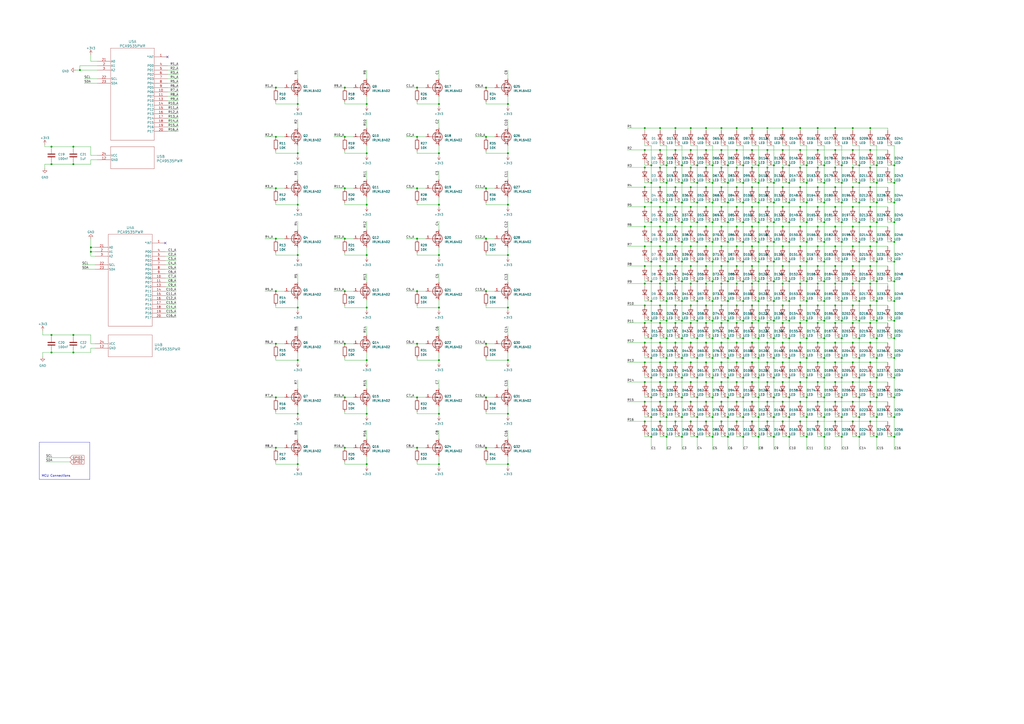
<source format=kicad_sch>
(kicad_sch (version 20230121) (generator eeschema)
  (paper "A2")
  (junction (at 478.155 207.645))
  (junction (at 391.795 74.295))
  (junction (at 498.475 174.625))
  (junction (at 404.495 230.505))
  (junction (at 413.385 151.765))
  (junction (at 172.72 240.03))
  (junction (at 404.495 106.045))
  (junction (at 413.385 95.885))
  (junction (at 413.385 196.215))
  (junction (at 464.185 177.165))
  (junction (at 440.055 174.625))
  (junction (at 494.665 131.445))
  (junction (at 404.495 186.055))
  (junction (at 160.02 230.505))
  (junction (at 488.315 174.625))
  (junction (at 404.495 151.765))
  (junction (at 374.015 131.445))
  (junction (at 395.605 241.935))
  (junction (at 464.185 131.445))
  (junction (at 464.185 164.465))
  (junction (at 395.605 174.625))
  (junction (at 457.835 128.905))
  (junction (at 281.94 230.505))
  (junction (at 395.605 163.195))
  (junction (at 504.825 154.305))
  (junction (at 484.505 187.325))
  (junction (at 374.015 154.305))
  (junction (at 478.155 219.075))
  (junction (at 400.685 131.445))
  (junction (at 391.795 164.465))
  (junction (at 172.72 60.325))
  (junction (at 498.475 196.215))
  (junction (at 413.385 219.075))
  (junction (at 457.835 207.645))
  (junction (at 400.685 187.325))
  (junction (at 436.245 198.755))
  (junction (at 494.665 210.185))
  (junction (at 404.495 163.195))
  (junction (at 448.945 117.475))
  (junction (at 478.155 253.365))
  (junction (at 200.025 230.505))
  (junction (at 431.165 219.075))
  (junction (at 508.635 95.885))
  (junction (at 467.995 117.475))
  (junction (at 494.665 221.615))
  (junction (at 454.025 210.185))
  (junction (at 436.245 86.995))
  (junction (at 457.835 230.505))
  (junction (at 440.055 151.765))
  (junction (at 508.635 253.365))
  (junction (at 504.825 86.995))
  (junction (at 427.355 198.755))
  (junction (at 46.355 40.64))
  (junction (at 294.64 88.9))
  (junction (at 409.575 74.295))
  (junction (at 440.055 140.335))
  (junction (at 418.465 164.465))
  (junction (at 391.795 120.015))
  (junction (at 404.495 174.625))
  (junction (at 464.185 154.305))
  (junction (at 454.025 86.995))
  (junction (at 374.015 177.165))
  (junction (at 436.245 120.015))
  (junction (at 427.355 177.165))
  (junction (at 418.465 86.995))
  (junction (at 484.505 142.875))
  (junction (at 294.64 147.955))
  (junction (at 431.165 106.045))
  (junction (at 436.245 97.155))
  (junction (at 488.315 106.045))
  (junction (at 457.835 106.045))
  (junction (at 418.465 177.165))
  (junction (at 422.275 106.045))
  (junction (at 422.275 253.365))
  (junction (at 436.245 210.185))
  (junction (at 445.135 164.465))
  (junction (at 448.945 163.195))
  (junction (at 427.355 221.615))
  (junction (at 431.165 186.055))
  (junction (at 391.795 221.615))
  (junction (at 374.015 210.185))
  (junction (at 400.685 177.165))
  (junction (at 413.385 174.625))
  (junction (at 418.465 154.305))
  (junction (at 172.72 178.435))
  (junction (at 281.94 259.715))
  (junction (at 386.715 241.935))
  (junction (at 377.825 230.505))
  (junction (at 418.465 74.295))
  (junction (at 498.475 106.045))
  (junction (at 386.715 106.045))
  (junction (at 400.685 74.295))
  (junction (at 422.275 117.475))
  (junction (at 445.135 108.585))
  (junction (at 508.635 207.645))
  (junction (at 504.825 74.295))
  (junction (at 436.245 74.295))
  (junction (at 504.825 97.155))
  (junction (at 474.345 210.185))
  (junction (at 391.795 142.875))
  (junction (at 457.835 174.625))
  (junction (at 386.715 151.765))
  (junction (at 440.055 219.075))
  (junction (at 457.835 196.215))
  (junction (at 494.665 108.585))
  (junction (at 488.315 163.195))
  (junction (at 445.135 74.295))
  (junction (at 391.795 198.755))
  (junction (at 518.795 117.475))
  (junction (at 445.135 177.165))
  (junction (at 474.345 142.875))
  (junction (at 409.575 142.875))
  (junction (at 445.135 233.045))
  (junction (at 377.825 140.335))
  (junction (at 448.945 207.645))
  (junction (at 478.155 186.055))
  (junction (at 382.905 97.155))
  (junction (at 212.725 147.955))
  (junction (at 418.465 210.185))
  (junction (at 382.905 108.585))
  (junction (at 29.845 204.47))
  (junction (at 478.155 174.625))
  (junction (at 488.315 140.335))
  (junction (at 422.275 140.335))
  (junction (at 498.475 117.475))
  (junction (at 422.275 219.075))
  (junction (at 445.135 120.015))
  (junction (at 508.635 219.075))
  (junction (at 440.055 241.935))
  (junction (at 488.315 151.765))
  (junction (at 29.845 194.31))
  (junction (at 427.355 97.155))
  (junction (at 377.825 253.365))
  (junction (at 422.275 163.195))
  (junction (at 172.72 88.9))
  (junction (at 478.155 140.335))
  (junction (at 409.575 187.325))
  (junction (at 454.025 74.295))
  (junction (at 42.545 204.47))
  (junction (at 484.505 221.615))
  (junction (at 467.995 106.045))
  (junction (at 42.545 194.31))
  (junction (at 478.155 241.935))
  (junction (at 494.665 74.295))
  (junction (at 395.605 128.905))
  (junction (at 504.825 120.015))
  (junction (at 518.795 140.335))
  (junction (at 488.315 117.475))
  (junction (at 382.905 154.305))
  (junction (at 484.505 120.015))
  (junction (at 478.155 196.215))
  (junction (at 413.385 207.645))
  (junction (at 241.935 230.505))
  (junction (at 427.355 154.305))
  (junction (at 400.685 221.615))
  (junction (at 488.315 253.365))
  (junction (at 457.835 117.475))
  (junction (at 418.465 120.015))
  (junction (at 160.02 168.91))
  (junction (at 508.635 151.765))
  (junction (at 454.025 233.045))
  (junction (at 382.905 233.045))
  (junction (at 172.72 269.24))
  (junction (at 474.345 108.585))
  (junction (at 436.245 177.165))
  (junction (at 386.715 219.075))
  (junction (at 431.165 253.365))
  (junction (at 294.64 118.745))
  (junction (at 445.135 221.615))
  (junction (at 427.355 120.015))
  (junction (at 427.355 108.585))
  (junction (at 467.995 241.935))
  (junction (at 464.185 233.045))
  (junction (at 474.345 177.165))
  (junction (at 418.465 131.445))
  (junction (at 241.935 109.22))
  (junction (at 467.995 230.505))
  (junction (at 200.025 168.91))
  (junction (at 172.72 147.955))
  (junction (at 172.72 208.915))
  (junction (at 400.685 86.995))
  (junction (at 436.245 164.465))
  (junction (at 436.245 233.045))
  (junction (at 391.795 244.475))
  (junction (at 386.715 253.365))
  (junction (at 478.155 163.195))
  (junction (at 508.635 117.475))
  (junction (at 448.945 140.335))
  (junction (at 382.905 120.015))
  (junction (at 467.995 207.645))
  (junction (at 254.635 88.9))
  (junction (at 422.275 95.885))
  (junction (at 391.795 97.155))
  (junction (at 400.685 210.185))
  (junction (at 409.575 244.475))
  (junction (at 391.795 131.445))
  (junction (at 395.605 230.505))
  (junction (at 504.825 177.165))
  (junction (at 400.685 244.475))
  (junction (at 488.315 128.905))
  (junction (at 377.825 241.935))
  (junction (at 374.015 74.295))
  (junction (at 418.465 233.045))
  (junction (at 454.025 177.165))
  (junction (at 409.575 210.185))
  (junction (at 454.025 198.755))
  (junction (at 494.665 164.465))
  (junction (at 431.165 241.935))
  (junction (at 494.665 97.155))
  (junction (at 400.685 142.875))
  (junction (at 377.825 95.885))
  (junction (at 374.015 97.155))
  (junction (at 377.825 219.075))
  (junction (at 464.185 74.295))
  (junction (at 294.64 60.325))
  (junction (at 467.995 95.885))
  (junction (at 498.475 219.075))
  (junction (at 518.795 151.765))
  (junction (at 418.465 187.325))
  (junction (at 478.155 106.045))
  (junction (at 484.505 233.045))
  (junction (at 241.935 50.8))
  (junction (at 445.135 131.445))
  (junction (at 436.245 187.325))
  (junction (at 467.995 186.055))
  (junction (at 212.725 60.325))
  (junction (at 518.795 128.905))
  (junction (at 160.02 259.715))
  (junction (at 418.465 244.475))
  (junction (at 457.835 241.935))
  (junction (at 382.905 86.995))
  (junction (at 374.015 142.875))
  (junction (at 200.025 199.39))
  (junction (at 400.685 164.465))
  (junction (at 404.495 95.885))
  (junction (at 241.935 79.375))
  (junction (at 445.135 154.305))
  (junction (at 518.795 163.195))
  (junction (at 478.155 230.505))
  (junction (at 400.685 120.015))
  (junction (at 464.185 198.755))
  (junction (at 404.495 219.075))
  (junction (at 464.185 210.185))
  (junction (at 409.575 154.305))
  (junction (at 498.475 241.935))
  (junction (at 498.475 186.055))
  (junction (at 382.905 221.615))
  (junction (at 488.315 186.055))
  (junction (at 484.505 198.755))
  (junction (at 386.715 174.625))
  (junction (at 422.275 151.765))
  (junction (at 427.355 210.185))
  (junction (at 382.905 74.295))
  (junction (at 374.015 108.585))
  (junction (at 494.665 142.875))
  (junction (at 464.185 221.615))
  (junction (at 498.475 128.905))
  (junction (at 464.185 120.015))
  (junction (at 413.385 140.335))
  (junction (at 508.635 128.905))
  (junction (at 160.02 50.8))
  (junction (at 504.825 142.875))
  (junction (at 395.605 151.765))
  (junction (at 395.605 186.055))
  (junction (at 422.275 241.935))
  (junction (at 409.575 221.615))
  (junction (at 294.64 269.24))
  (junction (at 467.995 128.905))
  (junction (at 374.015 120.015))
  (junction (at 241.935 259.715))
  (junction (at 448.945 230.505))
  (junction (at 440.055 230.505))
  (junction (at 484.505 177.165))
  (junction (at 454.025 154.305))
  (junction (at 518.795 186.055))
  (junction (at 413.385 117.475))
  (junction (at 440.055 207.645))
  (junction (at 386.715 196.215))
  (junction (at 518.795 207.645))
  (junction (at 478.155 128.905))
  (junction (at 404.495 140.335))
  (junction (at 518.795 174.625))
  (junction (at 409.575 131.445))
  (junction (at 422.275 128.905))
  (junction (at 494.665 244.475))
  (junction (at 431.165 174.625))
  (junction (at 454.025 244.475))
  (junction (at 386.715 95.885))
  (junction (at 436.245 142.875))
  (junction (at 498.475 140.335))
  (junction (at 160.02 199.39))
  (junction (at 160.02 79.375))
  (junction (at 281.94 50.8))
  (junction (at 200.025 109.22))
  (junction (at 464.185 86.995))
  (junction (at 431.165 230.505))
  (junction (at 454.025 108.585))
  (junction (at 484.505 154.305))
  (junction (at 445.135 198.755))
  (junction (at 436.245 221.615))
  (junction (at 440.055 163.195))
  (junction (at 413.385 253.365))
  (junction (at 448.945 186.055))
  (junction (at 484.505 131.445))
  (junction (at 498.475 163.195))
  (junction (at 395.605 253.365))
  (junction (at 454.025 120.015))
  (junction (at 418.465 198.755))
  (junction (at 494.665 198.755))
  (junction (at 409.575 120.015))
  (junction (at 474.345 198.755))
  (junction (at 427.355 142.875))
  (junction (at 281.94 199.39))
  (junction (at 431.165 163.195))
  (junction (at 294.64 208.915))
  (junction (at 494.665 187.325))
  (junction (at 404.495 128.905))
  (junction (at 391.795 187.325))
  (junction (at 464.185 187.325))
  (junction (at 474.345 233.045))
  (junction (at 52.705 143.51))
  (junction (at 445.135 142.875))
  (junction (at 488.315 196.215))
  (junction (at 212.725 240.03))
  (junction (at 454.025 131.445))
  (junction (at 422.275 230.505))
  (junction (at 281.94 168.91))
  (junction (at 431.165 151.765))
  (junction (at 377.825 174.625))
  (junction (at 518.795 253.365))
  (junction (at 498.475 95.885))
  (junction (at 377.825 106.045))
  (junction (at 498.475 230.505))
  (junction (at 374.015 244.475))
  (junction (at 409.575 97.155))
  (junction (at 422.275 186.055))
  (junction (at 474.345 154.305))
  (junction (at 395.605 196.215))
  (junction (at 382.905 187.325))
  (junction (at 254.635 147.955))
  (junction (at 504.825 131.445))
  (junction (at 504.825 108.585))
  (junction (at 448.945 174.625))
  (junction (at 241.935 199.39))
  (junction (at 436.245 244.475))
  (junction (at 431.165 207.645))
  (junction (at 374.015 198.755))
  (junction (at 448.945 128.905))
  (junction (at 454.025 221.615))
  (junction (at 386.715 186.055))
  (junction (at 494.665 154.305))
  (junction (at 409.575 164.465))
  (junction (at 395.605 219.075))
  (junction (at 212.725 118.745))
  (junction (at 504.825 233.045))
  (junction (at 29.845 85.09))
  (junction (at 413.385 106.045))
  (junction (at 448.945 106.045))
  (junction (at 457.835 253.365))
  (junction (at 504.825 164.465))
  (junction (at 413.385 128.905))
  (junction (at 386.715 128.905))
  (junction (at 395.605 117.475))
  (junction (at 212.725 178.435))
  (junction (at 436.245 131.445))
  (junction (at 409.575 86.995))
  (junction (at 498.475 253.365))
  (junction (at 494.665 233.045))
  (junction (at 457.835 95.885))
  (junction (at 508.635 106.045))
  (junction (at 391.795 108.585))
  (junction (at 427.355 187.325))
  (junction (at 484.505 210.185))
  (junction (at 404.495 207.645))
  (junction (at 484.505 164.465))
  (junction (at 386.715 207.645))
  (junction (at 508.635 241.935))
  (junction (at 404.495 253.365))
  (junction (at 395.605 140.335))
  (junction (at 508.635 140.335))
  (junction (at 431.165 140.335))
  (junction (at 413.385 241.935))
  (junction (at 467.995 151.765))
  (junction (at 467.995 219.075))
  (junction (at 382.905 244.475))
  (junction (at 377.825 117.475))
  (junction (at 374.015 233.045))
  (junction (at 467.995 196.215))
  (junction (at 212.725 208.915))
  (junction (at 404.495 117.475))
  (junction (at 457.835 151.765))
  (junction (at 440.055 128.905))
  (junction (at 454.025 97.155))
  (junction (at 518.795 230.505))
  (junction (at 498.475 151.765))
  (junction (at 440.055 106.045))
  (junction (at 504.825 210.185))
  (junction (at 386.715 163.195))
  (junction (at 448.945 196.215))
  (junction (at 484.505 86.995))
  (junction (at 457.835 140.335))
  (junction (at 200.025 79.375))
  (junction (at 488.315 241.935))
  (junction (at 436.245 108.585))
  (junction (at 454.025 164.465))
  (junction (at 377.825 186.055))
  (junction (at 413.385 230.505))
  (junction (at 454.025 142.875))
  (junction (at 440.055 253.365))
  (junction (at 200.025 50.8))
  (junction (at 382.905 142.875))
  (junction (at 413.385 163.195))
  (junction (at 160.02 109.22))
  (junction (at 422.275 196.215))
  (junction (at 448.945 151.765))
  (junction (at 377.825 128.905))
  (junction (at 478.155 117.475))
  (junction (at 498.475 207.645))
  (junction (at 400.685 97.155))
  (junction (at 422.275 207.645))
  (junction (at 395.605 106.045))
  (junction (at 377.825 163.195))
  (junction (at 374.015 86.995))
  (junction (at 241.935 138.43))
  (junction (at 386.715 117.475))
  (junction (at 212.725 88.9))
  (junction (at 518.795 95.885))
  (junction (at 294.64 178.435))
  (junction (at 474.345 74.295))
  (junction (at 427.355 164.465))
  (junction (at 518.795 241.935))
  (junction (at 172.72 118.745))
  (junction (at 474.345 244.475))
  (junction (at 391.795 154.305))
  (junction (at 42.545 85.09))
  (junction (at 448.945 95.885))
  (junction (at 160.02 138.43))
  (junction (at 52.705 146.05))
  (junction (at 508.635 186.055))
  (junction (at 212.725 269.24))
  (junction (at 377.825 196.215))
  (junction (at 391.795 86.995))
  (junction (at 382.905 131.445))
  (junction (at 281.94 138.43))
  (junction (at 464.185 244.475))
  (junction (at 494.665 86.995))
  (junction (at 400.685 233.045))
  (junction (at 409.575 233.045))
  (junction (at 427.355 244.475))
  (junction (at 508.635 163.195))
  (junction (at 474.345 86.995))
  (junction (at 488.315 230.505))
  (junction (at 377.825 207.645))
  (junction (at 391.795 210.185))
  (junction (at 395.605 95.885))
  (junction (at 518.795 106.045))
  (junction (at 484.505 108.585))
  (junction (at 508.635 174.625))
  (junction (at 42.545 95.25))
  (junction (at 374.015 187.325))
  (junction (at 488.315 95.885))
  (junction (at 445.135 97.155))
  (junction (at 457.835 163.195))
  (junction (at 382.905 210.185))
  (junction (at 518.795 196.215))
  (junction (at 484.505 244.475))
  (junction (at 29.845 95.25))
  (junction (at 422.275 174.625))
  (junction (at 494.665 177.165))
  (junction (at 294.64 240.03))
  (junction (at 464.185 108.585))
  (junction (at 504.825 221.615))
  (junction (at 427.355 131.445))
  (junction (at 467.995 253.365))
  (junction (at 474.345 131.445))
  (junction (at 457.835 219.075))
  (junction (at 448.945 253.365))
  (junction (at 518.795 219.075))
  (junction (at 464.185 97.155))
  (junction (at 454.025 187.325))
  (junction (at 488.315 219.075))
  (junction (at 281.94 79.375))
  (junction (at 254.635 178.435))
  (junction (at 386.715 230.505))
  (junction (at 400.685 108.585))
  (junction (at 474.345 221.615))
  (junction (at 445.135 86.995))
  (junction (at 254.635 118.745))
  (junction (at 445.135 187.325))
  (junction (at 448.945 219.075))
  (junction (at 440.055 117.475))
  (junction (at 418.465 221.615))
  (junction (at 504.825 244.475))
  (junction (at 391.795 177.165))
  (junction (at 400.685 154.305))
  (junction (at 400.685 198.755))
  (junction (at 200.025 138.43))
  (junction (at 464.185 142.875))
  (junction (at 504.825 198.755))
  (junction (at 254.635 208.915))
  (junction (at 427.355 74.295))
  (junction (at 386.715 140.335))
  (junction (at 431.165 117.475))
  (junction (at 484.505 97.155))
  (junction (at 478.155 95.885))
  (junction (at 457.835 186.055))
  (junction (at 241.935 168.91))
  (junction (at 418.465 142.875))
  (junction (at 409.575 177.165))
  (junction (at 404.495 196.215))
  (junction (at 377.825 151.765))
  (junction (at 409.575 198.755))
  (junction (at 254.635 269.24))
  (junction (at 445.135 244.475))
  (junction (at 467.995 174.625))
  (junction (at 418.465 97.155))
  (junction (at 254.635 60.325))
  (junction (at 413.385 186.055))
  (junction (at 418.465 108.585))
  (junction (at 488.315 207.645))
  (junction (at 440.055 95.885))
  (junction (at 494.665 120.015))
  (junction (at 431.165 196.215))
  (junction (at 474.345 164.465))
  (junction (at 478.155 151.765))
  (junction (at 395.605 207.645))
  (junction (at 508.635 196.215))
  (junction (at 467.995 163.195))
  (junction (at 445.135 210.185))
  (junction (at 474.345 97.155))
  (junction (at 440.055 186.055))
  (junction (at 254.635 240.03))
  (junction (at 404.495 241.935))
  (junction (at 484.505 74.295))
  (junction (at 409.575 108.585))
  (junction (at 382.905 177.165))
  (junction (at 474.345 187.325))
  (junction (at 474.345 120.015))
  (junction (at 382.905 198.755))
  (junction (at 382.905 164.465))
  (junction (at 374.015 221.615))
  (junction (at 281.94 109.22))
  (junction (at 467.995 140.335))
  (junction (at 504.825 187.325))
  (junction (at 427.355 86.995))
  (junction (at 427.355 233.045))
  (junction (at 431.165 128.905))
  (junction (at 200.025 259.715))
  (junction (at 374.015 164.465))
  (junction (at 436.245 154.305))
  (junction (at 508.635 230.505))
  (junction (at 448.945 241.935))
  (junction (at 440.055 196.215))
  (junction (at 391.795 233.045))
  (junction (at 431.165 95.885))
  (no_connect (at 95.885 140.97))
  (no_connect (at 97.155 33.02))
  (wire (pts (xy 391.795 131.445) (xy 400.685 131.445)))
  (wire (pts (xy 464.185 177.165) (xy 474.345 177.165)))
  (wire (pts (xy 409.575 95.885) (xy 413.385 95.885)))
  (wire (pts (xy 382.905 84.455) (xy 386.715 84.455)))
  (wire (pts (xy 494.665 187.325) (xy 504.825 187.325)))
  (wire (pts (xy 484.505 163.195) (xy 488.315 163.195)))
  (wire (pts (xy 494.665 210.185) (xy 504.825 210.185)))
  (wire (pts (xy 294.64 178.435) (xy 294.64 179.705)))
  (wire (pts (xy 363.855 74.295) (xy 374.015 74.295)))
  (wire (pts (xy 504.825 117.475) (xy 508.635 117.475)))
  (wire (pts (xy 436.245 186.055) (xy 440.055 186.055)))
  (wire (pts (xy 464.185 139.065) (xy 464.185 140.335)))
  (wire (pts (xy 95.885 163.83) (xy 102.235 163.83)))
  (wire (pts (xy 494.665 196.215) (xy 498.475 196.215)))
  (wire (pts (xy 160.02 240.03) (xy 172.72 240.03)))
  (wire (pts (xy 454.025 117.475) (xy 457.835 117.475)))
  (wire (pts (xy 241.935 230.505) (xy 247.015 230.505)))
  (wire (pts (xy 160.02 139.065) (xy 160.02 138.43)))
  (wire (pts (xy 200.025 230.505) (xy 205.105 230.505)))
  (wire (pts (xy 254.635 60.325) (xy 254.635 61.595)))
  (wire (pts (xy 374.015 94.615) (xy 374.015 95.885)))
  (wire (pts (xy 418.465 131.445) (xy 427.355 131.445)))
  (wire (pts (xy 454.025 194.945) (xy 454.025 196.215)))
  (wire (pts (xy 436.245 164.465) (xy 445.135 164.465)))
  (wire (pts (xy 395.605 95.885) (xy 395.605 106.045)))
  (wire (pts (xy 440.055 174.625) (xy 440.055 186.055)))
  (wire (pts (xy 374.015 142.875) (xy 382.905 142.875)))
  (wire (pts (xy 254.635 118.745) (xy 254.635 120.015)))
  (wire (pts (xy 484.505 106.045) (xy 488.315 106.045)))
  (wire (pts (xy 281.94 60.325) (xy 294.64 60.325)))
  (wire (pts (xy 29.845 95.25) (xy 42.545 95.25)))
  (wire (pts (xy 409.575 128.905) (xy 413.385 128.905)))
  (wire (pts (xy 504.825 229.235) (xy 504.825 230.505)))
  (wire (pts (xy 374.015 151.765) (xy 377.825 151.765)))
  (wire (pts (xy 484.505 253.365) (xy 488.315 253.365)))
  (wire (pts (xy 160.02 79.375) (xy 165.1 79.375)))
  (wire (pts (xy 254.635 118.745) (xy 254.635 114.3)))
  (wire (pts (xy 498.475 241.935) (xy 498.475 253.365)))
  (wire (pts (xy 200.025 87.63) (xy 200.025 88.9)))
  (wire (pts (xy 484.505 173.355) (xy 484.505 174.625)))
  (wire (pts (xy 484.505 187.325) (xy 494.665 187.325)))
  (wire (pts (xy 445.135 198.755) (xy 454.025 198.755)))
  (wire (pts (xy 386.715 253.365) (xy 386.715 260.985)))
  (wire (pts (xy 436.245 163.195) (xy 440.055 163.195)))
  (wire (pts (xy 454.025 106.045) (xy 457.835 106.045)))
  (wire (pts (xy 474.345 151.765) (xy 478.155 151.765)))
  (wire (pts (xy 386.715 84.455) (xy 386.715 95.885)))
  (wire (pts (xy 464.185 174.625) (xy 467.995 174.625)))
  (wire (pts (xy 29.845 85.09) (xy 29.845 86.36)))
  (wire (pts (xy 464.185 173.355) (xy 464.185 174.625)))
  (wire (pts (xy 484.505 83.185) (xy 484.505 84.455)))
  (wire (pts (xy 454.025 95.885) (xy 457.835 95.885)))
  (wire (pts (xy 422.275 219.075) (xy 422.275 230.505)))
  (wire (pts (xy 395.605 117.475) (xy 395.605 128.905)))
  (wire (pts (xy 504.825 84.455) (xy 508.635 84.455)))
  (wire (pts (xy 235.585 50.8) (xy 241.935 50.8)))
  (wire (pts (xy 445.135 108.585) (xy 454.025 108.585)))
  (wire (pts (xy 382.905 219.075) (xy 386.715 219.075)))
  (wire (pts (xy 484.505 97.155) (xy 494.665 97.155)))
  (wire (pts (xy 464.185 150.495) (xy 464.185 151.765)))
  (wire (pts (xy 518.795 117.475) (xy 518.795 128.905)))
  (wire (pts (xy 391.795 229.235) (xy 391.795 230.505)))
  (wire (pts (xy 464.185 94.615) (xy 464.185 95.885)))
  (wire (pts (xy 514.985 240.665) (xy 514.985 241.935)))
  (wire (pts (xy 42.545 203.2) (xy 42.545 204.47)))
  (wire (pts (xy 241.935 207.645) (xy 241.935 208.915)))
  (wire (pts (xy 484.505 184.785) (xy 484.505 186.055)))
  (wire (pts (xy 386.715 196.215) (xy 386.715 207.645)))
  (wire (pts (xy 464.185 97.155) (xy 474.345 97.155)))
  (wire (pts (xy 200.025 267.97) (xy 200.025 269.24)))
  (wire (pts (xy 427.355 74.295) (xy 436.245 74.295)))
  (wire (pts (xy 418.465 164.465) (xy 418.465 165.735)))
  (wire (pts (xy 400.685 244.475) (xy 409.575 244.475)))
  (wire (pts (xy 431.165 95.885) (xy 431.165 106.045)))
  (wire (pts (xy 484.505 74.295) (xy 494.665 74.295)))
  (wire (pts (xy 395.605 84.455) (xy 395.605 95.885)))
  (wire (pts (xy 400.685 164.465) (xy 400.685 165.735)))
  (wire (pts (xy 52.705 201.93) (xy 52.705 204.47)))
  (wire (pts (xy 294.64 118.745) (xy 294.64 120.015)))
  (wire (pts (xy 400.685 186.055) (xy 404.495 186.055)))
  (wire (pts (xy 400.685 74.295) (xy 409.575 74.295)))
  (wire (pts (xy 241.935 259.715) (xy 247.015 259.715)))
  (wire (pts (xy 504.825 164.465) (xy 514.985 164.465)))
  (wire (pts (xy 377.825 230.505) (xy 377.825 241.935)))
  (wire (pts (xy 467.995 117.475) (xy 467.995 128.905)))
  (wire (pts (xy 294.64 69.215) (xy 294.64 74.295)))
  (wire (pts (xy 374.015 174.625) (xy 377.825 174.625)))
  (wire (pts (xy 418.465 184.785) (xy 418.465 186.055)))
  (wire (pts (xy 474.345 187.325) (xy 484.505 187.325)))
  (wire (pts (xy 386.715 128.905) (xy 386.715 140.335)))
  (wire (pts (xy 427.355 194.945) (xy 427.355 196.215)))
  (wire (pts (xy 409.575 74.295) (xy 418.465 74.295)))
  (wire (pts (xy 377.825 84.455) (xy 377.825 95.885)))
  (wire (pts (xy 484.505 217.805) (xy 484.505 219.075)))
  (wire (pts (xy 294.64 158.75) (xy 294.64 163.83)))
  (wire (pts (xy 95.885 166.37) (xy 102.235 166.37)))
  (wire (pts (xy 404.495 207.645) (xy 404.495 196.215)))
  (wire (pts (xy 241.935 87.63) (xy 241.935 88.9)))
  (wire (pts (xy 494.665 240.665) (xy 494.665 241.935)))
  (wire (pts (xy 474.345 154.305) (xy 484.505 154.305)))
  (wire (pts (xy 436.245 206.375) (xy 436.245 207.645)))
  (wire (pts (xy 254.635 99.06) (xy 254.635 104.14)))
  (wire (pts (xy 474.345 252.095) (xy 474.345 253.365)))
  (wire (pts (xy 386.715 163.195) (xy 386.715 174.625)))
  (wire (pts (xy 382.905 198.755) (xy 391.795 198.755)))
  (wire (pts (xy 436.245 221.615) (xy 445.135 221.615)))
  (wire (pts (xy 254.635 220.345) (xy 254.635 225.425)))
  (wire (pts (xy 400.685 94.615) (xy 400.685 95.885)))
  (wire (pts (xy 494.665 194.945) (xy 494.665 196.215)))
  (wire (pts (xy 95.885 168.91) (xy 102.235 168.91)))
  (wire (pts (xy 484.505 151.765) (xy 488.315 151.765)))
  (wire (pts (xy 436.245 150.495) (xy 436.245 151.765)))
  (wire (pts (xy 514.985 163.195) (xy 518.795 163.195)))
  (wire (pts (xy 514.985 164.465) (xy 514.985 165.735)))
  (wire (pts (xy 431.165 186.055) (xy 431.165 196.215)))
  (wire (pts (xy 467.995 196.215) (xy 467.995 207.645)))
  (wire (pts (xy 382.905 217.805) (xy 382.905 219.075)))
  (wire (pts (xy 498.475 174.625) (xy 498.475 186.055)))
  (wire (pts (xy 193.675 168.91) (xy 200.025 168.91)))
  (wire (pts (xy 431.165 128.905) (xy 431.165 140.335)))
  (wire (pts (xy 400.685 198.755) (xy 409.575 198.755)))
  (wire (pts (xy 478.155 230.505) (xy 478.155 241.935)))
  (wire (pts (xy 97.155 66.04) (xy 103.505 66.04)))
  (wire (pts (xy 431.165 163.195) (xy 431.165 174.625)))
  (wire (pts (xy 200.025 88.9) (xy 212.725 88.9)))
  (wire (pts (xy 445.135 219.075) (xy 448.945 219.075)))
  (wire (pts (xy 427.355 252.095) (xy 427.355 253.365)))
  (wire (pts (xy 395.605 253.365) (xy 395.605 260.985)))
  (wire (pts (xy 418.465 127.635) (xy 418.465 128.905)))
  (wire (pts (xy 382.905 140.335) (xy 386.715 140.335)))
  (wire (pts (xy 97.155 60.96) (xy 103.505 60.96)))
  (polyline (pts (xy 52.07 256.54) (xy 22.86 256.54)))
  (wire (pts (xy 172.72 178.435) (xy 172.72 173.99)))
  (wire (pts (xy 391.795 150.495) (xy 391.795 151.765)))
  (wire (pts (xy 294.64 178.435) (xy 294.64 173.99)))
  (wire (pts (xy 153.67 138.43) (xy 160.02 138.43)))
  (wire (pts (xy 427.355 154.305) (xy 436.245 154.305)))
  (wire (pts (xy 400.685 120.015) (xy 409.575 120.015)))
  (wire (pts (xy 494.665 161.925) (xy 494.665 163.195)))
  (wire (pts (xy 42.545 194.31) (xy 52.705 194.31)))
  (wire (pts (xy 474.345 240.665) (xy 474.345 241.935)))
  (wire (pts (xy 241.935 269.24) (xy 254.635 269.24)))
  (wire (pts (xy 400.685 241.935) (xy 404.495 241.935)))
  (wire (pts (xy 427.355 128.905) (xy 431.165 128.905)))
  (wire (pts (xy 464.185 74.295) (xy 464.185 75.565)))
  (wire (pts (xy 374.015 241.935) (xy 377.825 241.935)))
  (wire (pts (xy 281.94 207.645) (xy 281.94 208.915)))
  (wire (pts (xy 464.185 241.935) (xy 467.995 241.935)))
  (wire (pts (xy 382.905 74.295) (xy 382.905 75.565)))
  (wire (pts (xy 160.02 260.35) (xy 160.02 259.715)))
  (wire (pts (xy 514.985 95.885) (xy 518.795 95.885)))
  (wire (pts (xy 235.585 259.715) (xy 241.935 259.715)))
  (wire (pts (xy 160.02 146.685) (xy 160.02 147.955)))
  (wire (pts (xy 454.025 207.645) (xy 457.835 207.645)))
  (wire (pts (xy 454.025 240.665) (xy 454.025 241.935)))
  (wire (pts (xy 386.715 140.335) (xy 386.715 151.765)))
  (wire (pts (xy 400.685 104.775) (xy 400.685 106.045)))
  (wire (pts (xy 294.64 88.9) (xy 294.64 90.17)))
  (wire (pts (xy 95.885 158.75) (xy 102.235 158.75)))
  (wire (pts (xy 454.025 86.995) (xy 464.185 86.995)))
  (wire (pts (xy 448.945 219.075) (xy 448.945 230.505)))
  (wire (pts (xy 294.64 88.9) (xy 294.64 84.455)))
  (wire (pts (xy 494.665 253.365) (xy 498.475 253.365)))
  (wire (pts (xy 445.135 252.095) (xy 445.135 253.365)))
  (wire (pts (xy 436.245 217.805) (xy 436.245 219.075)))
  (wire (pts (xy 427.355 163.195) (xy 431.165 163.195)))
  (wire (pts (xy 494.665 207.645) (xy 498.475 207.645)))
  (wire (pts (xy 448.945 140.335) (xy 448.945 151.765)))
  (wire (pts (xy 391.795 127.635) (xy 391.795 128.905)))
  (wire (pts (xy 484.505 142.875) (xy 494.665 142.875)))
  (wire (pts (xy 427.355 104.775) (xy 427.355 106.045)))
  (wire (pts (xy 374.015 177.165) (xy 382.905 177.165)))
  (wire (pts (xy 391.795 84.455) (xy 395.605 84.455)))
  (wire (pts (xy 484.505 139.065) (xy 484.505 140.335)))
  (wire (pts (xy 445.135 106.045) (xy 448.945 106.045)))
  (wire (pts (xy 200.025 207.645) (xy 200.025 208.915)))
  (wire (pts (xy 436.245 230.505) (xy 440.055 230.505)))
  (wire (pts (xy 454.025 196.215) (xy 457.835 196.215)))
  (wire (pts (xy 418.465 194.945) (xy 418.465 196.215)))
  (wire (pts (xy 422.275 253.365) (xy 422.275 260.985)))
  (wire (pts (xy 391.795 94.615) (xy 391.795 95.885)))
  (wire (pts (xy 494.665 252.095) (xy 494.665 253.365)))
  (wire (pts (xy 418.465 74.295) (xy 427.355 74.295)))
  (wire (pts (xy 400.685 150.495) (xy 400.685 151.765)))
  (wire (pts (xy 400.685 177.165) (xy 409.575 177.165)))
  (wire (pts (xy 427.355 131.445) (xy 436.245 131.445)))
  (wire (pts (xy 391.795 164.465) (xy 400.685 164.465)))
  (wire (pts (xy 241.935 50.8) (xy 247.015 50.8)))
  (wire (pts (xy 382.905 164.465) (xy 382.905 165.735)))
  (wire (pts (xy 488.315 163.195) (xy 488.315 174.625)))
  (wire (pts (xy 464.185 161.925) (xy 464.185 163.195)))
  (wire (pts (xy 498.475 207.645) (xy 498.475 219.075)))
  (wire (pts (xy 454.025 108.585) (xy 464.185 108.585)))
  (wire (pts (xy 200.025 260.35) (xy 200.025 259.715)))
  (wire (pts (xy 440.055 117.475) (xy 440.055 128.905)))
  (wire (pts (xy 504.825 161.925) (xy 504.825 163.195)))
  (wire (pts (xy 427.355 206.375) (xy 427.355 207.645)))
  (wire (pts (xy 464.185 164.465) (xy 474.345 164.465)))
  (wire (pts (xy 212.725 208.915) (xy 212.725 210.185)))
  (wire (pts (xy 440.055 196.215) (xy 440.055 207.645)))
  (wire (pts (xy 488.315 253.365) (xy 488.315 260.985)))
  (wire (pts (xy 97.155 45.72) (xy 103.505 45.72)))
  (wire (pts (xy 391.795 253.365) (xy 395.605 253.365)))
  (wire (pts (xy 484.505 230.505) (xy 488.315 230.505)))
  (wire (pts (xy 391.795 207.645) (xy 395.605 207.645)))
  (wire (pts (xy 494.665 104.775) (xy 494.665 106.045)))
  (wire (pts (xy 427.355 229.235) (xy 427.355 230.505)))
  (wire (pts (xy 494.665 116.205) (xy 494.665 117.475)))
  (wire (pts (xy 474.345 194.945) (xy 474.345 196.215)))
  (wire (pts (xy 391.795 194.945) (xy 391.795 196.215)))
  (wire (pts (xy 484.505 221.615) (xy 494.665 221.615)))
  (wire (pts (xy 400.685 84.455) (xy 400.685 83.185)))
  (wire (pts (xy 395.605 186.055) (xy 395.605 196.215)))
  (wire (pts (xy 445.135 184.785) (xy 445.135 186.055)))
  (wire (pts (xy 474.345 219.075) (xy 478.155 219.075)))
  (wire (pts (xy 427.355 120.015) (xy 436.245 120.015)))
  (wire (pts (xy 418.465 161.925) (xy 418.465 163.195)))
  (wire (pts (xy 193.675 50.8) (xy 200.025 50.8)))
  (wire (pts (xy 409.575 177.165) (xy 418.465 177.165)))
  (wire (pts (xy 400.685 174.625) (xy 400.685 173.355)))
  (wire (pts (xy 374.015 221.615) (xy 382.905 221.615)))
  (wire (pts (xy 386.715 95.885) (xy 386.715 106.045)))
  (wire (pts (xy 454.025 164.465) (xy 454.025 165.735)))
  (wire (pts (xy 212.725 249.555) (xy 212.725 254.635)))
  (wire (pts (xy 95.885 148.59) (xy 102.235 148.59)))
  (wire (pts (xy 494.665 229.235) (xy 494.665 230.505)))
  (wire (pts (xy 400.685 140.335) (xy 404.495 140.335)))
  (wire (pts (xy 409.575 198.755) (xy 418.465 198.755)))
  (wire (pts (xy 382.905 131.445) (xy 391.795 131.445)))
  (wire (pts (xy 436.245 196.215) (xy 440.055 196.215)))
  (wire (pts (xy 52.705 35.56) (xy 56.515 35.56)))
  (wire (pts (xy 160.02 169.545) (xy 160.02 168.91)))
  (wire (pts (xy 418.465 241.935) (xy 422.275 241.935)))
  (wire (pts (xy 254.635 69.215) (xy 254.635 74.295)))
  (wire (pts (xy 504.825 140.335) (xy 508.635 140.335)))
  (wire (pts (xy 281.94 230.505) (xy 287.02 230.505)))
  (wire (pts (xy 281.94 51.435) (xy 281.94 50.8)))
  (wire (pts (xy 494.665 108.585) (xy 504.825 108.585)))
  (wire (pts (xy 413.385 151.765) (xy 413.385 163.195)))
  (wire (pts (xy 254.635 60.325) (xy 254.635 55.88)))
  (wire (pts (xy 484.505 94.615) (xy 484.505 95.885)))
  (wire (pts (xy 427.355 184.785) (xy 427.355 186.055)))
  (wire (pts (xy 474.345 198.755) (xy 484.505 198.755)))
  (wire (pts (xy 457.835 186.055) (xy 457.835 196.215)))
  (wire (pts (xy 172.72 220.345) (xy 172.72 225.425)))
  (wire (pts (xy 363.855 244.475) (xy 374.015 244.475)))
  (wire (pts (xy 508.635 253.365) (xy 508.635 260.985)))
  (wire (pts (xy 409.575 187.325) (xy 418.465 187.325)))
  (wire (pts (xy 395.605 196.215) (xy 395.605 207.645)))
  (wire (pts (xy 427.355 95.885) (xy 431.165 95.885)))
  (wire (pts (xy 474.345 206.375) (xy 474.345 207.645)))
  (wire (pts (xy 413.385 84.455) (xy 413.385 95.885)))
  (wire (pts (xy 504.825 142.875) (xy 514.985 142.875)))
  (wire (pts (xy 454.025 74.295) (xy 454.025 75.565)))
  (wire (pts (xy 275.59 79.375) (xy 281.94 79.375)))
  (wire (pts (xy 374.015 74.295) (xy 382.905 74.295)))
  (wire (pts (xy 241.935 138.43) (xy 247.015 138.43)))
  (wire (pts (xy 374.015 164.465) (xy 382.905 164.465)))
  (wire (pts (xy 445.135 142.875) (xy 454.025 142.875)))
  (wire (pts (xy 457.835 128.905) (xy 457.835 140.335)))
  (wire (pts (xy 436.245 219.075) (xy 440.055 219.075)))
  (wire (pts (xy 436.245 151.765) (xy 440.055 151.765)))
  (polyline (pts (xy 52.07 278.13) (xy 52.07 256.54)))
  (wire (pts (xy 457.835 117.475) (xy 457.835 128.905)))
  (wire (pts (xy 427.355 117.475) (xy 431.165 117.475)))
  (wire (pts (xy 200.025 168.91) (xy 205.105 168.91)))
  (wire (pts (xy 494.665 94.615) (xy 494.665 95.885)))
  (wire (pts (xy 518.795 151.765) (xy 518.795 163.195)))
  (wire (pts (xy 409.575 241.935) (xy 413.385 241.935)))
  (wire (pts (xy 172.72 118.745) (xy 172.72 114.3)))
  (wire (pts (xy 275.59 138.43) (xy 281.94 138.43)))
  (wire (pts (xy 395.605 241.935) (xy 395.605 253.365)))
  (wire (pts (xy 200.025 117.475) (xy 200.025 118.745)))
  (wire (pts (xy 212.725 240.03) (xy 212.725 235.585)))
  (wire (pts (xy 508.635 84.455) (xy 508.635 95.885)))
  (wire (pts (xy 445.135 164.465) (xy 454.025 164.465)))
  (wire (pts (xy 494.665 177.165) (xy 504.825 177.165)))
  (wire (pts (xy 172.72 69.215) (xy 172.72 74.295)))
  (wire (pts (xy 474.345 196.215) (xy 478.155 196.215)))
  (wire (pts (xy 409.575 244.475) (xy 418.465 244.475)))
  (wire (pts (xy 504.825 154.305) (xy 514.985 154.305)))
  (wire (pts (xy 474.345 244.475) (xy 484.505 244.475)))
  (wire (pts (xy 514.985 140.335) (xy 518.795 140.335)))
  (wire (pts (xy 478.155 174.625) (xy 478.155 186.055)))
  (wire (pts (xy 400.685 97.155) (xy 409.575 97.155)))
  (wire (pts (xy 436.245 94.615) (xy 436.245 95.885)))
  (wire (pts (xy 153.67 168.91) (xy 160.02 168.91)))
  (wire (pts (xy 294.64 99.06) (xy 294.64 104.14)))
  (wire (pts (xy 212.725 99.06) (xy 212.725 104.14)))
  (wire (pts (xy 400.685 74.295) (xy 400.685 75.565)))
  (wire (pts (xy 275.59 109.22) (xy 281.94 109.22)))
  (wire (pts (xy 241.935 80.01) (xy 241.935 79.375)))
  (wire (pts (xy 413.385 207.645) (xy 413.385 219.075)))
  (wire (pts (xy 241.935 88.9) (xy 254.635 88.9)))
  (wire (pts (xy 504.825 86.995) (xy 514.985 86.995)))
  (wire (pts (xy 488.315 241.935) (xy 488.315 253.365)))
  (wire (pts (xy 382.905 74.295) (xy 391.795 74.295)))
  (wire (pts (xy 400.685 194.945) (xy 400.685 196.215)))
  (wire (pts (xy 241.935 146.685) (xy 241.935 147.955)))
  (wire (pts (xy 382.905 128.905) (xy 386.715 128.905)))
  (wire (pts (xy 409.575 233.045) (xy 418.465 233.045)))
  (wire (pts (xy 391.795 240.665) (xy 391.795 241.935)))
  (wire (pts (xy 488.315 186.055) (xy 488.315 196.215)))
  (wire (pts (xy 382.905 206.375) (xy 382.905 207.645)))
  (wire (pts (xy 56.515 40.64) (xy 46.355 40.64)))
  (wire (pts (xy 212.725 88.9) (xy 212.725 90.17)))
  (wire (pts (xy 474.345 233.045) (xy 484.505 233.045)))
  (wire (pts (xy 457.835 95.885) (xy 457.835 106.045)))
  (wire (pts (xy 374.015 120.015) (xy 382.905 120.015)))
  (wire (pts (xy 418.465 95.885) (xy 422.275 95.885)))
  (wire (pts (xy 474.345 210.185) (xy 484.505 210.185)))
  (wire (pts (xy 95.885 173.99) (xy 102.235 173.99)))
  (wire (pts (xy 409.575 106.045) (xy 413.385 106.045)))
  (wire (pts (xy 200.025 238.76) (xy 200.025 240.03)))
  (wire (pts (xy 200.025 169.545) (xy 200.025 168.91)))
  (wire (pts (xy 409.575 104.775) (xy 409.575 106.045)))
  (wire (pts (xy 518.795 253.365) (xy 518.795 260.985)))
  (wire (pts (xy 474.345 108.585) (xy 484.505 108.585)))
  (wire (pts (xy 467.995 84.455) (xy 467.995 95.885)))
  (wire (pts (xy 445.135 74.295) (xy 445.135 75.565)))
  (wire (pts (xy 241.935 117.475) (xy 241.935 118.745)))
  (wire (pts (xy 445.135 127.635) (xy 445.135 128.905)))
  (wire (pts (xy 474.345 186.055) (xy 478.155 186.055)))
  (wire (pts (xy 212.725 220.345) (xy 212.725 225.425)))
  (wire (pts (xy 488.315 106.045) (xy 488.315 117.475)))
  (wire (pts (xy 52.705 146.05) (xy 52.705 143.51)))
  (wire (pts (xy 484.505 207.645) (xy 488.315 207.645)))
  (wire (pts (xy 400.685 154.305) (xy 409.575 154.305)))
  (wire (pts (xy 436.245 108.585) (xy 445.135 108.585)))
  (wire (pts (xy 29.845 93.98) (xy 29.845 95.25)))
  (wire (pts (xy 484.505 140.335) (xy 488.315 140.335)))
  (wire (pts (xy 395.605 230.505) (xy 395.605 241.935)))
  (wire (pts (xy 464.185 108.585) (xy 474.345 108.585)))
  (wire (pts (xy 427.355 161.925) (xy 427.355 163.195)))
  (wire (pts (xy 427.355 174.625) (xy 431.165 174.625)))
  (wire (pts (xy 377.825 253.365) (xy 377.825 260.985)))
  (wire (pts (xy 504.825 187.325) (xy 514.985 187.325)))
  (wire (pts (xy 160.02 178.435) (xy 172.72 178.435)))
  (wire (pts (xy 508.635 196.215) (xy 508.635 207.645)))
  (wire (pts (xy 391.795 97.155) (xy 400.685 97.155)))
  (wire (pts (xy 464.185 210.185) (xy 474.345 210.185)))
  (wire (pts (xy 488.315 95.885) (xy 488.315 106.045)))
  (polyline (pts (xy 22.86 278.13) (xy 52.07 278.13)))
  (wire (pts (xy 275.59 199.39) (xy 281.94 199.39)))
  (wire (pts (xy 436.245 240.665) (xy 436.245 241.935)))
  (wire (pts (xy 281.94 238.76) (xy 281.94 240.03)))
  (wire (pts (xy 281.94 259.715) (xy 287.02 259.715)))
  (wire (pts (xy 281.94 200.025) (xy 281.94 199.39)))
  (wire (pts (xy 281.94 139.065) (xy 281.94 138.43)))
  (wire (pts (xy 193.675 259.715) (xy 200.025 259.715)))
  (wire (pts (xy 386.715 207.645) (xy 386.715 219.075)))
  (wire (pts (xy 418.465 83.185) (xy 418.465 84.455)))
  (wire (pts (xy 422.275 140.335) (xy 422.275 151.765)))
  (wire (pts (xy 97.155 68.58) (xy 103.505 68.58)))
  (wire (pts (xy 24.765 204.47) (xy 24.765 207.01)))
  (wire (pts (xy 498.475 151.765) (xy 498.475 163.195)))
  (wire (pts (xy 514.985 241.935) (xy 518.795 241.935)))
  (wire (pts (xy 294.64 147.955) (xy 294.64 149.225)))
  (wire (pts (xy 254.635 249.555) (xy 254.635 254.635)))
  (wire (pts (xy 391.795 206.375) (xy 391.795 207.645)))
  (wire (pts (xy 454.025 164.465) (xy 464.185 164.465)))
  (wire (pts (xy 212.725 240.03) (xy 212.725 241.3)))
  (wire (pts (xy 484.505 116.205) (xy 484.505 117.475)))
  (wire (pts (xy 436.245 244.475) (xy 445.135 244.475)))
  (wire (pts (xy 413.385 174.625) (xy 413.385 186.055)))
  (wire (pts (xy 97.155 58.42) (xy 103.505 58.42)))
  (wire (pts (xy 448.945 207.645) (xy 448.945 219.075)))
  (wire (pts (xy 418.465 86.995) (xy 427.355 86.995)))
  (wire (pts (xy 445.135 217.805) (xy 445.135 219.075)))
  (wire (pts (xy 454.025 184.785) (xy 454.025 186.055)))
  (wire (pts (xy 294.64 118.745) (xy 294.64 114.3)))
  (wire (pts (xy 494.665 74.295) (xy 504.825 74.295)))
  (wire (pts (xy 281.94 79.375) (xy 287.02 79.375)))
  (wire (pts (xy 382.905 86.995) (xy 391.795 86.995)))
  (wire (pts (xy 488.315 117.475) (xy 488.315 128.905)))
  (wire (pts (xy 386.715 117.475) (xy 386.715 128.905)))
  (wire (pts (xy 504.825 74.295) (xy 504.825 75.565)))
  (wire (pts (xy 504.825 210.185) (xy 514.985 210.185)))
  (wire (pts (xy 464.185 164.465) (xy 464.185 165.735)))
  (wire (pts (xy 504.825 74.295) (xy 514.985 74.295)))
  (wire (pts (xy 395.605 174.625) (xy 395.605 186.055)))
  (wire (pts (xy 464.185 233.045) (xy 474.345 233.045)))
  (wire (pts (xy 498.475 84.455) (xy 498.475 95.885)))
  (wire (pts (xy 454.025 120.015) (xy 464.185 120.015)))
  (wire (pts (xy 382.905 173.355) (xy 382.905 174.625)))
  (wire (pts (xy 464.185 184.785) (xy 464.185 186.055)))
  (wire (pts (xy 275.59 168.91) (xy 281.94 168.91)))
  (wire (pts (xy 454.025 221.615) (xy 464.185 221.615)))
  (wire (pts (xy 172.72 60.325) (xy 172.72 55.88)))
  (wire (pts (xy 382.905 184.785) (xy 382.905 186.055)))
  (wire (pts (xy 514.985 230.505) (xy 518.795 230.505)))
  (wire (pts (xy 498.475 140.335) (xy 498.475 151.765)))
  (wire (pts (xy 484.505 154.305) (xy 494.665 154.305)))
  (wire (pts (xy 409.575 151.765) (xy 413.385 151.765)))
  (wire (pts (xy 504.825 174.625) (xy 508.635 174.625)))
  (wire (pts (xy 172.72 269.24) (xy 172.72 270.51)))
  (wire (pts (xy 484.505 229.235) (xy 484.505 230.505)))
  (wire (pts (xy 374.015 127.635) (xy 374.015 128.905)))
  (wire (pts (xy 294.64 128.27) (xy 294.64 133.35)))
  (wire (pts (xy 436.245 154.305) (xy 445.135 154.305)))
  (wire (pts (xy 374.015 86.995) (xy 382.905 86.995)))
  (wire (pts (xy 400.685 108.585) (xy 409.575 108.585)))
  (wire (pts (xy 374.015 230.505) (xy 377.825 230.505)))
  (wire (pts (xy 172.72 88.9) (xy 172.72 90.17)))
  (wire (pts (xy 504.825 177.165) (xy 514.985 177.165)))
  (wire (pts (xy 391.795 217.805) (xy 391.795 219.075)))
  (wire (pts (xy 56.515 90.17) (xy 52.705 90.17)))
  (wire (pts (xy 200.025 208.915) (xy 212.725 208.915)))
  (wire (pts (xy 400.685 184.785) (xy 400.685 186.055)))
  (wire (pts (xy 241.935 240.03) (xy 254.635 240.03)))
  (wire (pts (xy 454.025 198.755) (xy 464.185 198.755)))
  (wire (pts (xy 377.825 95.885) (xy 377.825 106.045)))
  (wire (pts (xy 172.72 147.955) (xy 172.72 143.51)))
  (wire (pts (xy 467.995 151.765) (xy 467.995 163.195)))
  (wire (pts (xy 418.465 206.375) (xy 418.465 207.645)))
  (wire (pts (xy 436.245 233.045) (xy 445.135 233.045)))
  (wire (pts (xy 474.345 229.235) (xy 474.345 230.505)))
  (wire (pts (xy 454.025 142.875) (xy 464.185 142.875)))
  (wire (pts (xy 404.495 219.075) (xy 404.495 207.645)))
  (wire (pts (xy 508.635 174.625) (xy 508.635 186.055)))
  (wire (pts (xy 518.795 95.885) (xy 518.795 106.045)))
  (wire (pts (xy 235.585 138.43) (xy 241.935 138.43)))
  (wire (pts (xy 454.025 233.045) (xy 464.185 233.045)))
  (wire (pts (xy 294.64 240.03) (xy 294.64 235.585)))
  (wire (pts (xy 374.015 196.215) (xy 377.825 196.215)))
  (wire (pts (xy 457.835 151.765) (xy 457.835 163.195)))
  (wire (pts (xy 160.02 208.915) (xy 172.72 208.915)))
  (wire (pts (xy 427.355 186.055) (xy 431.165 186.055)))
  (wire (pts (xy 445.135 140.335) (xy 448.945 140.335)))
  (wire (pts (xy 400.685 86.995) (xy 409.575 86.995)))
  (wire (pts (xy 436.245 252.095) (xy 436.245 253.365)))
  (wire (pts (xy 431.165 241.935) (xy 431.165 253.365)))
  (wire (pts (xy 484.505 161.925) (xy 484.505 163.195)))
  (wire (pts (xy 395.605 128.905) (xy 395.605 140.335)))
  (wire (pts (xy 254.635 269.24) (xy 254.635 264.795)))
  (wire (pts (xy 514.985 217.805) (xy 514.985 219.075)))
  (wire (pts (xy 418.465 97.155) (xy 427.355 97.155)))
  (wire (pts (xy 294.64 60.325) (xy 294.64 61.595)))
  (wire (pts (xy 518.795 106.045) (xy 518.795 117.475)))
  (wire (pts (xy 427.355 150.495) (xy 427.355 151.765)))
  (wire (pts (xy 418.465 108.585) (xy 427.355 108.585)))
  (wire (pts (xy 467.995 207.645) (xy 467.995 219.075)))
  (wire (pts (xy 494.665 150.495) (xy 494.665 151.765)))
  (wire (pts (xy 400.685 127.635) (xy 400.685 128.905)))
  (wire (pts (xy 514.985 194.945) (xy 514.985 196.215)))
  (wire (pts (xy 464.185 253.365) (xy 467.995 253.365)))
  (wire (pts (xy 464.185 221.615) (xy 474.345 221.615)))
  (wire (pts (xy 404.495 140.335) (xy 404.495 128.905)))
  (wire (pts (xy 504.825 151.765) (xy 508.635 151.765)))
  (wire (pts (xy 464.185 230.505) (xy 467.995 230.505)))
  (wire (pts (xy 404.495 260.985) (xy 404.495 253.365)))
  (wire (pts (xy 445.135 84.455) (xy 448.945 84.455)))
  (wire (pts (xy 445.135 173.355) (xy 445.135 174.625)))
  (wire (pts (xy 457.835 219.075) (xy 457.835 230.505)))
  (wire (pts (xy 504.825 164.465) (xy 504.825 165.735)))
  (wire (pts (xy 281.94 177.165) (xy 281.94 178.435)))
  (wire (pts (xy 294.64 269.24) (xy 294.64 270.51)))
  (wire (pts (xy 422.275 128.905) (xy 422.275 140.335)))
  (wire (pts (xy 418.465 164.465) (xy 427.355 164.465)))
  (wire (pts (xy 374.015 95.885) (xy 377.825 95.885)))
  (wire (pts (xy 484.505 164.465) (xy 494.665 164.465)))
  (wire (pts (xy 374.015 210.185) (xy 382.905 210.185)))
  (wire (pts (xy 409.575 117.475) (xy 413.385 117.475)))
  (wire (pts (xy 508.635 95.885) (xy 508.635 106.045)))
  (wire (pts (xy 241.935 238.76) (xy 241.935 240.03)))
  (wire (pts (xy 400.685 131.445) (xy 409.575 131.445)))
  (wire (pts (xy 478.155 186.055) (xy 478.155 196.215)))
  (wire (pts (xy 374.015 253.365) (xy 377.825 253.365)))
  (wire (pts (xy 445.135 229.235) (xy 445.135 230.505)))
  (wire (pts (xy 160.02 269.24) (xy 172.72 269.24)))
  (wire (pts (xy 160.02 168.91) (xy 165.1 168.91)))
  (wire (pts (xy 391.795 117.475) (xy 395.605 117.475)))
  (wire (pts (xy 474.345 94.615) (xy 474.345 95.885)))
  (wire (pts (xy 494.665 142.875) (xy 504.825 142.875)))
  (wire (pts (xy 374.015 74.295) (xy 374.015 75.565)))
  (wire (pts (xy 431.165 117.475) (xy 431.165 128.905)))
  (wire (pts (xy 464.185 219.075) (xy 467.995 219.075)))
  (wire (pts (xy 382.905 151.765) (xy 386.715 151.765)))
  (wire (pts (xy 409.575 97.155) (xy 418.465 97.155)))
  (wire (pts (xy 275.59 259.715) (xy 281.94 259.715)))
  (wire (pts (xy 95.885 153.67) (xy 102.235 153.67)))
  (wire (pts (xy 235.585 199.39) (xy 241.935 199.39)))
  (wire (pts (xy 377.825 207.645) (xy 377.825 219.075)))
  (wire (pts (xy 427.355 142.875) (xy 436.245 142.875)))
  (wire (pts (xy 382.905 174.625) (xy 386.715 174.625)))
  (wire (pts (xy 160.02 177.165) (xy 160.02 178.435)))
  (wire (pts (xy 374.015 184.785) (xy 374.015 186.055)))
  (wire (pts (xy 445.135 210.185) (xy 454.025 210.185)))
  (wire (pts (xy 494.665 221.615) (xy 504.825 221.615)))
  (wire (pts (xy 391.795 164.465) (xy 391.795 165.735)))
  (wire (pts (xy 445.135 97.155) (xy 454.025 97.155)))
  (wire (pts (xy 436.245 74.295) (xy 445.135 74.295)))
  (wire (pts (xy 160.02 60.325) (xy 172.72 60.325)))
  (wire (pts (xy 97.155 71.12) (xy 103.505 71.12)))
  (wire (pts (xy 454.025 83.185) (xy 454.025 84.455)))
  (wire (pts (xy 160.02 80.01) (xy 160.02 79.375)))
  (wire (pts (xy 391.795 104.775) (xy 391.795 106.045)))
  (wire (pts (xy 454.025 219.075) (xy 457.835 219.075)))
  (wire (pts (xy 374.015 139.065) (xy 374.015 140.335)))
  (wire (pts (xy 484.505 95.885) (xy 488.315 95.885)))
  (wire (pts (xy 445.135 94.615) (xy 445.135 95.885)))
  (wire (pts (xy 504.825 186.055) (xy 508.635 186.055)))
  (wire (pts (xy 395.605 207.645) (xy 395.605 219.075)))
  (wire (pts (xy 382.905 253.365) (xy 386.715 253.365)))
  (wire (pts (xy 254.635 88.9) (xy 254.635 90.17)))
  (wire (pts (xy 200.025 199.39) (xy 205.105 199.39)))
  (wire (pts (xy 409.575 217.805) (xy 409.575 219.075)))
  (wire (pts (xy 445.135 177.165) (xy 454.025 177.165)))
  (wire (pts (xy 436.245 127.635) (xy 436.245 128.905)))
  (wire (pts (xy 391.795 161.925) (xy 391.795 163.195)))
  (wire (pts (xy 427.355 97.155) (xy 436.245 97.155)))
  (wire (pts (xy 404.495 174.625) (xy 400.685 174.625)))
  (wire (pts (xy 160.02 118.745) (xy 172.72 118.745)))
  (wire (pts (xy 409.575 165.735) (xy 409.575 164.465)))
  (wire (pts (xy 404.495 151.765) (xy 404.495 140.335)))
  (wire (pts (xy 160.02 117.475) (xy 160.02 118.745)))
  (wire (pts (xy 514.985 186.055) (xy 518.795 186.055)))
  (wire (pts (xy 418.465 142.875) (xy 427.355 142.875)))
  (wire (pts (xy 409.575 173.355) (xy 409.575 174.625)))
  (wire (pts (xy 254.635 147.955) (xy 254.635 143.51)))
  (wire (pts (xy 363.855 210.185) (xy 374.015 210.185)))
  (wire (pts (xy 200.025 147.955) (xy 212.725 147.955)))
  (wire (pts (xy 409.575 240.665) (xy 409.575 241.935)))
  (wire (pts (xy 457.835 174.625) (xy 457.835 186.055)))
  (wire (pts (xy 200.025 59.055) (xy 200.025 60.325)))
  (wire (pts (xy 200.025 146.685) (xy 200.025 147.955)))
  (wire (pts (xy 391.795 139.065) (xy 391.795 140.335)))
  (wire (pts (xy 160.02 199.39) (xy 165.1 199.39)))
  (wire (pts (xy 102.235 146.05) (xy 95.885 146.05)))
  (wire (pts (xy 153.67 79.375) (xy 160.02 79.375)))
  (wire (pts (xy 172.72 178.435) (xy 172.72 179.705)))
  (wire (pts (xy 427.355 177.165) (xy 436.245 177.165)))
  (wire (pts (xy 193.675 199.39) (xy 200.025 199.39)))
  (wire (pts (xy 448.945 95.885) (xy 448.945 106.045)))
  (wire (pts (xy 363.855 131.445) (xy 374.015 131.445)))
  (wire (pts (xy 409.575 230.505) (xy 413.385 230.505)))
  (wire (pts (xy 254.635 178.435) (xy 254.635 179.705)))
  (wire (pts (xy 436.245 184.785) (xy 436.245 186.055)))
  (wire (pts (xy 212.725 147.955) (xy 212.725 143.51)))
  (wire (pts (xy 46.355 38.1) (xy 46.355 40.64)))
  (wire (pts (xy 431.165 230.505) (xy 431.165 241.935)))
  (wire (pts (xy 382.905 221.615) (xy 391.795 221.615)))
  (wire (pts (xy 160.02 88.9) (xy 172.72 88.9)))
  (wire (pts (xy 518.795 230.505) (xy 518.795 241.935)))
  (wire (pts (xy 160.02 50.8) (xy 165.1 50.8)))
  (wire (pts (xy 172.72 158.75) (xy 172.72 163.83)))
  (wire (pts (xy 504.825 128.905) (xy 508.635 128.905)))
  (wire (pts (xy 484.505 84.455) (xy 488.315 84.455)))
  (wire (pts (xy 504.825 173.355) (xy 504.825 174.625)))
  (wire (pts (xy 427.355 173.355) (xy 427.355 174.625)))
  (wire (pts (xy 464.185 128.905) (xy 467.995 128.905)))
  (wire (pts (xy 395.605 140.335) (xy 395.605 151.765)))
  (wire (pts (xy 281.94 231.14) (xy 281.94 230.505)))
  (wire (pts (xy 454.025 230.505) (xy 457.835 230.505)))
  (wire (pts (xy 382.905 108.585) (xy 391.795 108.585)))
  (wire (pts (xy 422.275 230.505) (xy 422.275 241.935)))
  (wire (pts (xy 436.245 84.455) (xy 440.055 84.455)))
  (wire (pts (xy 445.135 194.945) (xy 445.135 196.215)))
  (wire (pts (xy 404.495 84.455) (xy 400.685 84.455)))
  (wire (pts (xy 436.245 97.155) (xy 445.135 97.155)))
  (wire (pts (xy 445.135 131.445) (xy 454.025 131.445)))
  (wire (pts (xy 193.675 230.505) (xy 200.025 230.505)))
  (wire (pts (xy 413.385 241.935) (xy 413.385 253.365)))
  (wire (pts (xy 518.795 219.075) (xy 518.795 230.505)))
  (wire (pts (xy 436.245 229.235) (xy 436.245 230.505)))
  (wire (pts (xy 95.885 179.07) (xy 102.235 179.07)))
  (wire (pts (xy 382.905 94.615) (xy 382.905 95.885)))
  (wire (pts (xy 95.885 171.45) (xy 102.235 171.45)))
  (wire (pts (xy 488.315 196.215) (xy 488.315 207.645)))
  (wire (pts (xy 474.345 174.625) (xy 478.155 174.625)))
  (wire (pts (xy 382.905 252.095) (xy 382.905 253.365)))
  (wire (pts (xy 454.025 150.495) (xy 454.025 151.765)))
  (wire (pts (xy 464.185 74.295) (xy 474.345 74.295)))
  (wire (pts (xy 457.835 253.365) (xy 457.835 260.985)))
  (wire (pts (xy 418.465 230.505) (xy 422.275 230.505)))
  (wire (pts (xy 448.945 186.055) (xy 448.945 196.215)))
  (wire (pts (xy 24.765 204.47) (xy 29.845 204.47)))
  (wire (pts (xy 294.64 60.325) (xy 294.64 55.88)))
  (wire (pts (xy 418.465 240.665) (xy 418.465 241.935)))
  (wire (pts (xy 427.355 217.805) (xy 427.355 219.075)))
  (wire (pts (xy 494.665 117.475) (xy 498.475 117.475)))
  (wire (pts (xy 454.025 187.325) (xy 464.185 187.325)))
  (wire (pts (xy 454.025 151.765) (xy 457.835 151.765)))
  (wire (pts (xy 382.905 177.165) (xy 391.795 177.165)))
  (wire (pts (xy 382.905 233.045) (xy 391.795 233.045)))
  (wire (pts (xy 504.825 233.045) (xy 514.985 233.045)))
  (wire (pts (xy 153.67 259.715) (xy 160.02 259.715)))
  (wire (pts (xy 400.685 116.205) (xy 400.685 117.475)))
  (wire (pts (xy 413.385 219.075) (xy 413.385 230.505)))
  (wire (pts (xy 404.495 253.365) (xy 404.495 241.935)))
  (wire (pts (xy 95.885 181.61) (xy 102.235 181.61)))
  (wire (pts (xy 467.995 219.075) (xy 467.995 230.505)))
  (wire (pts (xy 391.795 184.785) (xy 391.795 186.055)))
  (wire (pts (xy 374.015 217.805) (xy 374.015 219.075)))
  (wire (pts (xy 494.665 83.185) (xy 494.665 84.455)))
  (wire (pts (xy 494.665 206.375) (xy 494.665 207.645)))
  (wire (pts (xy 418.465 116.205) (xy 418.465 117.475)))
  (wire (pts (xy 478.155 253.365) (xy 478.155 260.985)))
  (wire (pts (xy 294.64 269.24) (xy 294.64 264.795)))
  (wire (pts (xy 200.025 109.855) (xy 200.025 109.22)))
  (wire (pts (xy 427.355 83.185) (xy 427.355 84.455)))
  (wire (pts (xy 448.945 253.365) (xy 448.945 260.985)))
  (wire (pts (xy 474.345 128.905) (xy 478.155 128.905)))
  (wire (pts (xy 494.665 164.465) (xy 494.665 165.735)))
  (wire (pts (xy 377.825 106.045) (xy 377.825 117.475)))
  (wire (pts (xy 478.155 151.765) (xy 478.155 163.195)))
  (wire (pts (xy 457.835 230.505) (xy 457.835 241.935)))
  (wire (pts (xy 29.845 194.31) (xy 42.545 194.31)))
  (wire (pts (xy 464.185 187.325) (xy 474.345 187.325)))
  (wire (pts (xy 391.795 108.585) (xy 400.685 108.585)))
  (wire (pts (xy 382.905 120.015) (xy 391.795 120.015)))
  (wire (pts (xy 400.685 253.365) (xy 404.495 253.365)))
  (wire (pts (xy 494.665 198.755) (xy 504.825 198.755)))
  (wire (pts (xy 382.905 161.925) (xy 382.905 163.195)))
  (wire (pts (xy 26.035 95.25) (xy 29.845 95.25)))
  (wire (pts (xy 281.94 138.43) (xy 287.02 138.43)))
  (wire (pts (xy 212.725 118.745) (xy 212.725 114.3)))
  (wire (pts (xy 374.015 187.325) (xy 382.905 187.325)))
  (wire (pts (xy 484.505 117.475) (xy 488.315 117.475)))
  (wire (pts (xy 95.885 184.15) (xy 102.235 184.15)))
  (wire (pts (xy 427.355 219.075) (xy 431.165 219.075)))
  (wire (pts (xy 514.985 127.635) (xy 514.985 128.905)))
  (wire (pts (xy 409.575 186.055) (xy 413.385 186.055)))
  (wire (pts (xy 440.055 163.195) (xy 440.055 174.625)))
  (wire (pts (xy 427.355 164.465) (xy 427.355 165.735)))
  (wire (pts (xy 153.67 230.505) (xy 160.02 230.505)))
  (wire (pts (xy 200.025 79.375) (xy 205.105 79.375)))
  (wire (pts (xy 436.245 104.775) (xy 436.245 106.045)))
  (wire (pts (xy 474.345 127.635) (xy 474.345 128.905)))
  (wire (pts (xy 504.825 139.065) (xy 504.825 140.335)))
  (wire (pts (xy 281.94 199.39) (xy 287.02 199.39)))
  (wire (pts (xy 160.02 51.435) (xy 160.02 50.8)))
  (wire (pts (xy 504.825 116.205) (xy 504.825 117.475)))
  (wire (pts (xy 514.985 106.045) (xy 518.795 106.045)))
  (wire (pts (xy 52.705 92.71) (xy 56.515 92.71)))
  (wire (pts (xy 404.495 117.475) (xy 404.495 106.045)))
  (wire (pts (xy 427.355 210.185) (xy 436.245 210.185)))
  (wire (pts (xy 440.055 151.765) (xy 440.055 163.195)))
  (wire (pts (xy 400.685 217.805) (xy 400.685 219.075)))
  (wire (pts (xy 254.635 147.955) (xy 254.635 149.225)))
  (wire (pts (xy 241.935 59.055) (xy 241.935 60.325)))
  (wire (pts (xy 56.515 38.1) (xy 46.355 38.1)))
  (wire (pts (xy 281.94 269.24) (xy 294.64 269.24)))
  (wire (pts (xy 464.185 163.195) (xy 467.995 163.195)))
  (wire (pts (xy 409.575 252.095) (xy 409.575 253.365)))
  (wire (pts (xy 498.475 196.215) (xy 498.475 207.645)))
  (wire (pts (xy 484.505 210.185) (xy 494.665 210.185)))
  (wire (pts (xy 52.705 146.05) (xy 55.245 146.05)))
  (wire (pts (xy 241.935 260.35) (xy 241.935 259.715)))
  (wire (pts (xy 281.94 109.22) (xy 287.02 109.22)))
  (wire (pts (xy 281.94 260.35) (xy 281.94 259.715)))
  (wire (pts (xy 484.505 108.585) (xy 494.665 108.585)))
  (wire (pts (xy 374.015 106.045) (xy 377.825 106.045)))
  (wire (pts (xy 55.245 201.93) (xy 52.705 201.93)))
  (wire (pts (xy 494.665 163.195) (xy 498.475 163.195)))
  (wire (pts (xy 494.665 154.305) (xy 504.825 154.305)))
  (wire (pts (xy 498.475 219.075) (xy 498.475 230.505)))
  (wire (pts (xy 160.02 200.025) (xy 160.02 199.39)))
  (wire (pts (xy 294.64 220.345) (xy 294.64 225.425)))
  (wire (pts (xy 200.025 139.065) (xy 200.025 138.43)))
  (wire (pts (xy 514.985 117.475) (xy 518.795 117.475)))
  (wire (pts (xy 445.135 161.925) (xy 445.135 163.195)))
  (wire (pts (xy 409.575 163.195) (xy 413.385 163.195)))
  (wire (pts (xy 445.135 174.625) (xy 448.945 174.625)))
  (wire (pts (xy 494.665 74.295) (xy 494.665 75.565)))
  (wire (pts (xy 440.055 84.455) (xy 440.055 95.885)))
  (wire (pts (xy 436.245 106.045) (xy 440.055 106.045)))
  (wire (pts (xy 494.665 131.445) (xy 504.825 131.445)))
  (wire (pts (xy 474.345 164.465) (xy 484.505 164.465)))
  (wire (pts (xy 212.725 178.435) (xy 212.725 173.99)))
  (wire (pts (xy 374.015 252.095) (xy 374.015 253.365)))
  (wire (pts (xy 418.465 139.065) (xy 418.465 140.335)))
  (wire (pts (xy 374.015 244.475) (xy 382.905 244.475)))
  (wire (pts (xy 464.185 207.645) (xy 467.995 207.645)))
  (wire (pts (xy 427.355 108.585) (xy 436.245 108.585)))
  (wire (pts (xy 212.725 178.435) (xy 212.725 179.705)))
  (wire (pts (xy 484.505 150.495) (xy 484.505 151.765)))
  (wire (pts (xy 454.025 229.235) (xy 454.025 230.505)))
  (wire (pts (xy 404.495 106.045) (xy 404.495 95.885)))
  (wire (pts (xy 374.015 117.475) (xy 377.825 117.475)))
  (wire (pts (xy 488.315 219.075) (xy 488.315 230.505)))
  (wire (pts (xy 427.355 86.995) (xy 436.245 86.995)))
  (wire (pts (xy 484.505 131.445) (xy 494.665 131.445)))
  (wire (pts (xy 409.575 184.785) (xy 409.575 186.055)))
  (wire (pts (xy 454.025 128.905) (xy 457.835 128.905)))
  (wire (pts (xy 478.155 95.885) (xy 478.155 106.045)))
  (wire (pts (xy 391.795 120.015) (xy 400.685 120.015)))
  (wire (pts (xy 386.715 219.075) (xy 386.715 230.505)))
  (wire (pts (xy 514.985 252.095) (xy 514.985 253.365)))
  (wire (pts (xy 409.575 142.875) (xy 418.465 142.875)))
  (wire (pts (xy 436.245 131.445) (xy 445.135 131.445)))
  (wire (pts (xy 508.635 219.075) (xy 508.635 230.505)))
  (wire (pts (xy 448.945 106.045) (xy 448.945 117.475)))
  (wire (pts (xy 467.995 163.195) (xy 467.995 174.625)))
  (wire (pts (xy 404.495 186.055) (xy 404.495 174.625)))
  (wire (pts (xy 409.575 84.455) (xy 413.385 84.455)))
  (wire (pts (xy 431.165 140.335) (xy 431.165 151.765)))
  (wire (pts (xy 404.495 196.215) (xy 404.495 186.055)))
  (wire (pts (xy 418.465 219.075) (xy 422.275 219.075)))
  (wire (pts (xy 241.935 51.435) (xy 241.935 50.8)))
  (wire (pts (xy 382.905 127.635) (xy 382.905 128.905)))
  (wire (pts (xy 445.135 233.045) (xy 454.025 233.045)))
  (wire (pts (xy 404.495 151.765) (xy 404.495 163.195)))
  (wire (pts (xy 374.015 206.375) (xy 374.015 207.645)))
  (wire (pts (xy 467.995 241.935) (xy 467.995 253.365)))
  (wire (pts (xy 413.385 128.905) (xy 413.385 140.335)))
  (wire (pts (xy 413.385 163.195) (xy 413.385 174.625)))
  (wire (pts (xy 464.185 86.995) (xy 474.345 86.995)))
  (wire (pts (xy 400.685 187.325) (xy 409.575 187.325)))
  (wire (pts (xy 474.345 74.295) (xy 484.505 74.295)))
  (wire (pts (xy 422.275 196.215) (xy 422.275 207.645)))
  (wire (pts (xy 374.015 229.235) (xy 374.015 230.505)))
  (wire (pts (xy 445.135 164.465) (xy 445.135 165.735)))
  (wire (pts (xy 391.795 230.505) (xy 395.605 230.505)))
  (wire (pts (xy 400.685 233.045) (xy 409.575 233.045)))
  (wire (pts (xy 514.985 83.185) (xy 514.985 84.455)))
  (wire (pts (xy 474.345 139.065) (xy 474.345 140.335)))
  (wire (pts (xy 409.575 139.065) (xy 409.575 140.335)))
  (wire (pts (xy 431.165 84.455) (xy 431.165 95.885)))
  (wire (pts (xy 42.545 204.47) (xy 52.705 204.47)))
  (wire (pts (xy 29.845 204.47) (xy 42.545 204.47)))
  (wire (pts (xy 418.465 128.905) (xy 422.275 128.905)))
  (wire (pts (xy 431.165 106.045) (xy 431.165 117.475)))
  (wire (pts (xy 409.575 75.565) (xy 409.575 74.295)))
  (wire (pts (xy 374.015 194.945) (xy 374.015 196.215)))
  (wire (pts (xy 504.825 184.785) (xy 504.825 186.055)))
  (wire (pts (xy 445.135 244.475) (xy 454.025 244.475)))
  (wire (pts (xy 377.825 163.195) (xy 377.825 174.625)))
  (wire (pts (xy 418.465 221.615) (xy 427.355 221.615)))
  (wire (pts (xy 464.185 154.305) (xy 474.345 154.305)))
  (wire (pts (xy 413.385 117.475) (xy 413.385 128.905)))
  (wire (pts (xy 514.985 173.355) (xy 514.985 174.625)))
  (wire (pts (xy 382.905 139.065) (xy 382.905 140.335)))
  (wire (pts (xy 440.055 230.505) (xy 440.055 241.935)))
  (wire (pts (xy 235.585 230.505) (xy 241.935 230.505)))
  (wire (pts (xy 241.935 60.325) (xy 254.635 60.325)))
  (wire (pts (xy 391.795 219.075) (xy 395.605 219.075)))
  (wire (pts (xy 454.025 116.205) (xy 454.025 117.475)))
  (wire (pts (xy 445.135 154.305) (xy 454.025 154.305)))
  (wire (pts (xy 382.905 154.305) (xy 391.795 154.305)))
  (wire (pts (xy 504.825 253.365) (xy 508.635 253.365)))
  (wire (pts (xy 200.025 118.745) (xy 212.725 118.745)))
  (wire (pts (xy 454.025 74.295) (xy 464.185 74.295)))
  (wire (pts (xy 374.015 219.075) (xy 377.825 219.075)))
  (wire (pts (xy 484.505 177.165) (xy 494.665 177.165)))
  (wire (pts (xy 454.025 127.635) (xy 454.025 128.905)))
  (wire (pts (xy 400.685 128.905) (xy 404.495 128.905)))
  (wire (pts (xy 200.025 60.325) (xy 212.725 60.325)))
  (wire (pts (xy 386.715 230.505) (xy 386.715 241.935)))
  (wire (pts (xy 391.795 154.305) (xy 400.685 154.305)))
  (wire (pts (xy 241.935 169.545) (xy 241.935 168.91)))
  (wire (pts (xy 454.025 163.195) (xy 457.835 163.195)))
  (wire (pts (xy 454.025 177.165) (xy 464.185 177.165)))
  (wire (pts (xy 436.245 142.875) (xy 445.135 142.875)))
  (wire (pts (xy 55.245 199.39) (xy 52.705 199.39)))
  (wire (pts (xy 474.345 163.195) (xy 478.155 163.195)))
  (wire (pts (xy 445.135 230.505) (xy 448.945 230.505)))
  (wire (pts (xy 363.855 97.155) (xy 374.015 97.155)))
  (wire (pts (xy 454.025 84.455) (xy 457.835 84.455)))
  (wire (pts (xy 474.345 84.455) (xy 478.155 84.455)))
  (wire (pts (xy 431.165 174.625) (xy 431.165 186.055)))
  (wire (pts (xy 514.985 116.205) (xy 514.985 117.475)))
  (wire (pts (xy 391.795 74.295) (xy 400.685 74.295)))
  (wire (pts (xy 514.985 184.785) (xy 514.985 186.055)))
  (wire (pts (xy 504.825 120.015) (xy 514.985 120.015)))
  (wire (pts (xy 445.135 163.195) (xy 448.945 163.195)))
  (wire (pts (xy 377.825 128.905) (xy 377.825 140.335)))
  (wire (pts (xy 391.795 174.625) (xy 395.605 174.625)))
  (wire (pts (xy 464.185 140.335) (xy 467.995 140.335)))
  (wire (pts (xy 400.685 229.235) (xy 400.685 230.505)))
  (wire (pts (xy 498.475 163.195) (xy 498.475 174.625)))
  (wire (pts (xy 404.495 230.505) (xy 404.495 219.075)))
  (wire (pts (xy 445.135 128.905) (xy 448.945 128.905)))
  (wire (pts (xy 478.155 241.935) (xy 478.155 253.365)))
  (wire (pts (xy 363.855 233.045) (xy 374.015 233.045)))
  (wire (pts (xy 436.245 174.625) (xy 440.055 174.625)))
  (wire (pts (xy 391.795 252.095) (xy 391.795 253.365)))
  (wire (pts (xy 26.035 97.79) (xy 26.035 95.25)))
  (wire (pts (xy 484.505 120.015) (xy 494.665 120.015)))
  (wire (pts (xy 52.705 95.25) (xy 52.705 92.71)))
  (wire (pts (xy 374.015 150.495) (xy 374.015 151.765)))
  (wire (pts (xy 474.345 95.885) (xy 478.155 95.885)))
  (wire (pts (xy 97.155 43.18) (xy 103.505 43.18)))
  (wire (pts (xy 427.355 127.635) (xy 427.355 128.905)))
  (wire (pts (xy 484.505 219.075) (xy 488.315 219.075)))
  (wire (pts (xy 363.855 198.755) (xy 374.015 198.755)))
  (wire (pts (xy 377.825 174.625) (xy 377.825 186.055)))
  (wire (pts (xy 464.185 84.455) (xy 467.995 84.455)))
  (wire (pts (xy 281.94 50.8) (xy 287.02 50.8)))
  (wire (pts (xy 400.685 221.615) (xy 409.575 221.615)))
  (wire (pts (xy 464.185 198.755) (xy 474.345 198.755)))
  (wire (pts (xy 454.025 217.805) (xy 454.025 219.075)))
  (wire (pts (xy 391.795 187.325) (xy 400.685 187.325)))
  (wire (pts (xy 504.825 198.755) (xy 514.985 198.755)))
  (wire (pts (xy 464.185 252.095) (xy 464.185 253.365)))
  (wire (pts (xy 448.945 230.505) (xy 448.945 241.935)))
  (wire (pts (xy 382.905 163.195) (xy 386.715 163.195)))
  (wire (pts (xy 418.465 84.455) (xy 422.275 84.455)))
  (wire (pts (xy 448.945 128.905) (xy 448.945 140.335)))
  (wire (pts (xy 409.575 207.645) (xy 413.385 207.645)))
  (wire (pts (xy 454.025 244.475) (xy 464.185 244.475)))
  (wire (pts (xy 382.905 117.475) (xy 386.715 117.475)))
  (wire (pts (xy 281.94 147.955) (xy 294.64 147.955)))
  (wire (pts (xy 294.64 208.915) (xy 294.64 204.47)))
  (wire (pts (xy 484.505 186.055) (xy 488.315 186.055)))
  (wire (pts (xy 440.055 186.055) (xy 440.055 196.215)))
  (wire (pts (xy 457.835 207.645) (xy 457.835 219.075)))
  (wire (pts (xy 498.475 230.505) (xy 498.475 241.935)))
  (wire (pts (xy 478.155 196.215) (xy 478.155 207.645)))
  (wire (pts (xy 374.015 154.305) (xy 382.905 154.305)))
  (wire (pts (xy 200.025 259.715) (xy 205.105 259.715)))
  (wire (pts (xy 160.02 147.955) (xy 172.72 147.955)))
  (wire (pts (xy 418.465 74.295) (xy 418.465 75.565)))
  (wire (pts (xy 391.795 177.165) (xy 400.685 177.165)))
  (wire (pts (xy 377.825 140.335) (xy 377.825 151.765)))
  (wire (pts (xy 504.825 150.495) (xy 504.825 151.765)))
  (wire (pts (xy 382.905 83.185) (xy 382.905 84.455)))
  (wire (pts (xy 281.94 169.545) (xy 281.94 168.91)))
  (wire (pts (xy 409.575 174.625) (xy 413.385 174.625)))
  (wire (pts (xy 454.025 252.095) (xy 454.025 253.365)))
  (wire (pts (xy 478.155 207.645) (xy 478.155 219.075)))
  (wire (pts (xy 454.025 97.155) (xy 464.185 97.155)))
  (wire (pts (xy 457.835 163.195) (xy 457.835 174.625)))
  (wire (pts (xy 474.345 150.495) (xy 474.345 151.765)))
  (wire (pts (xy 374.015 186.055) (xy 377.825 186.055)))
  (wire (pts (xy 409.575 194.945) (xy 409.575 196.215)))
  (wire (pts (xy 400.685 219.075) (xy 404.495 219.075)))
  (wire (pts (xy 504.825 217.805) (xy 504.825 219.075)))
  (wire (pts (xy 281.94 117.475) (xy 281.94 118.745)))
  (wire (pts (xy 504.825 108.585) (xy 514.985 108.585)))
  (wire (pts (xy 409.575 219.075) (xy 413.385 219.075)))
  (wire (pts (xy 418.465 187.325) (xy 427.355 187.325)))
  (wire (pts (xy 427.355 196.215) (xy 431.165 196.215)))
  (wire (pts (xy 294.64 189.23) (xy 294.64 194.31)))
  (wire (pts (xy 494.665 84.455) (xy 498.475 84.455)))
  (wire (pts (xy 427.355 164.465) (xy 436.245 164.465)))
  (wire (pts (xy 427.355 240.665) (xy 427.355 241.935)))
  (wire (pts (xy 514.985 94.615) (xy 514.985 95.885)))
  (wire (pts (xy 418.465 244.475) (xy 427.355 244.475)))
  (wire (pts (xy 374.015 173.355) (xy 374.015 174.625)))
  (wire (pts (xy 172.72 240.03) (xy 172.72 235.585)))
  (wire (pts (xy 454.025 206.375) (xy 454.025 207.645)))
  (wire (pts (xy 391.795 233.045) (xy 400.685 233.045)))
  (wire (pts (xy 427.355 187.325) (xy 436.245 187.325)))
  (wire (pts (xy 467.995 174.625) (xy 467.995 186.055)))
  (wire (pts (xy 363.855 187.325) (xy 374.015 187.325)))
  (wire (pts (xy 374.015 207.645) (xy 377.825 207.645)))
  (wire (pts (xy 427.355 116.205) (xy 427.355 117.475)))
  (wire (pts (xy 484.505 174.625) (xy 488.315 174.625)))
  (wire (pts (xy 427.355 84.455) (xy 431.165 84.455)))
  (wire (pts (xy 445.135 187.325) (xy 454.025 187.325)))
  (wire (pts (xy 436.245 86.995) (xy 445.135 86.995)))
  (wire (pts (xy 514.985 253.365) (xy 518.795 253.365)))
  (wire (pts (xy 281.94 240.03) (xy 294.64 240.03)))
  (wire (pts (xy 281.94 168.91) (xy 287.02 168.91)))
  (wire (pts (xy 409.575 116.205) (xy 409.575 117.475)))
  (wire (pts (xy 391.795 186.055) (xy 395.605 186.055)))
  (wire (pts (xy 518.795 207.645) (xy 518.795 219.075)))
  (wire (pts (xy 494.665 139.065) (xy 494.665 140.335)))
  (wire (pts (xy 467.995 140.335) (xy 467.995 151.765)))
  (wire (pts (xy 484.505 198.755) (xy 494.665 198.755)))
  (wire (pts (xy 422.275 163.195) (xy 422.275 174.625)))
  (wire (pts (xy 42.545 85.09) (xy 29.845 85.09)))
  (wire (pts (xy 498.475 128.905) (xy 498.475 140.335)))
  (wire (pts (xy 427.355 106.045) (xy 431.165 106.045)))
  (wire (pts (xy 377.825 196.215) (xy 377.825 207.645)))
  (wire (pts (xy 153.67 50.8) (xy 160.02 50.8)))
  (wire (pts (xy 478.155 106.045) (xy 478.155 117.475)))
  (wire (pts (xy 484.505 74.295) (xy 484.505 75.565)))
  (wire (pts (xy 418.465 252.095) (xy 418.465 253.365)))
  (wire (pts (xy 241.935 109.22) (xy 247.015 109.22)))
  (wire (pts (xy 427.355 74.295) (xy 427.355 75.565)))
  (wire (pts (xy 474.345 104.775) (xy 474.345 106.045)))
  (wire (pts (xy 374.015 131.445) (xy 382.905 131.445)))
  (wire (pts (xy 409.575 206.375) (xy 409.575 207.645)))
  (wire (pts (xy 400.685 164.465) (xy 409.575 164.465)))
  (wire (pts (xy 508.635 106.045) (xy 508.635 117.475)))
  (wire (pts (xy 464.185 186.055) (xy 467.995 186.055)))
  (wire (pts (xy 498.475 106.045) (xy 498.475 117.475)))
  (wire (pts (xy 488.315 140.335) (xy 488.315 151.765)))
  (wire (pts (xy 418.465 207.645) (xy 422.275 207.645)))
  (wire (pts (xy 363.855 154.305) (xy 374.015 154.305)))
  (polyline (pts (xy 22.86 256.54) (xy 22.86 259.08)))
  (wire (pts (xy 52.705 85.09) (xy 42.545 85.09)))
  (wire (pts (xy 474.345 217.805) (xy 474.345 219.075)))
  (wire (pts (xy 464.185 83.185) (xy 464.185 84.455)))
  (wire (pts (xy 200.025 51.435) (xy 200.025 50.8)))
  (wire (pts (xy 212.725 208.915) (xy 212.725 204.47)))
  (wire (pts (xy 95.885 151.13) (xy 102.235 151.13)))
  (wire (pts (xy 474.345 253.365) (xy 478.155 253.365)))
  (wire (pts (xy 395.605 163.195) (xy 395.605 174.625)))
  (wire (pts (xy 518.795 128.905) (xy 518.795 140.335)))
  (wire (pts (xy 436.245 173.355) (xy 436.245 174.625)))
  (wire (pts (xy 409.575 253.365) (xy 413.385 253.365)))
  (wire (pts (xy 235.585 168.91) (xy 241.935 168.91)))
  (wire (pts (xy 436.245 164.465) (xy 436.245 165.735)))
  (wire (pts (xy 52.705 199.39) (xy 52.705 194.31)))
  (wire (pts (xy 440.055 207.645) (xy 440.055 219.075)))
  (wire (pts (xy 457.835 84.455) (xy 457.835 95.885)))
  (wire (pts (xy 445.135 253.365) (xy 448.945 253.365)))
  (wire (pts (xy 494.665 184.785) (xy 494.665 186.055)))
  (wire (pts (xy 363.855 120.015) (xy 374.015 120.015)))
  (wire (pts (xy 281.94 208.915) (xy 294.64 208.915)))
  (wire (pts (xy 395.605 106.045) (xy 395.605 117.475)))
  (wire (pts (xy 400.685 161.925) (xy 400.685 163.195)))
  (wire (pts (xy 29.845 203.2) (xy 29.845 204.47)))
  (wire (pts (xy 193.675 109.22) (xy 200.025 109.22)))
  (wire (pts (xy 514.985 174.625) (xy 518.795 174.625)))
  (wire (pts (xy 400.685 95.885) (xy 404.495 95.885)))
  (wire (pts (xy 454.025 173.355) (xy 454.025 174.625)))
  (wire (pts (xy 488.315 174.625) (xy 488.315 186.055)))
  (wire (pts (xy 448.945 196.215) (xy 448.945 207.645)))
  (wire (pts (xy 281.94 109.855) (xy 281.94 109.22)))
  (wire (pts (xy 494.665 86.995) (xy 504.825 86.995)))
  (wire (pts (xy 212.725 269.24) (xy 212.725 270.51)))
  (wire (pts (xy 386.715 241.935) (xy 386.715 253.365)))
  (wire (pts (xy 395.605 151.765) (xy 395.605 163.195)))
  (wire (pts (xy 160.02 207.645) (xy 160.02 208.915)))
  (wire (pts (xy 409.575 154.305) (xy 418.465 154.305)))
  (wire (pts (xy 436.245 116.205) (xy 436.245 117.475)))
  (wire (pts (xy 484.505 86.995) (xy 494.665 86.995)))
  (wire (pts (xy 241.935 177.165) (xy 241.935 178.435)))
  (wire (pts (xy 47.625 153.67) (xy 55.245 153.67)))
  (wire (pts (xy 235.585 79.375) (xy 241.935 79.375)))
  (wire (pts (xy 484.505 241.935) (xy 488.315 241.935)))
  (wire (pts (xy 391.795 241.935) (xy 395.605 241.935)))
  (wire (pts (xy 474.345 140.335) (xy 478.155 140.335)))
  (wire (pts (xy 200.025 231.14) (xy 200.025 230.505)))
  (wire (pts (xy 382.905 207.645) (xy 386.715 207.645)))
  (wire (pts (xy 409.575 161.925) (xy 409.575 163.195)))
  (wire (pts (xy 498.475 186.055) (xy 498.475 196.215)))
  (wire (pts (xy 254.635 189.23) (xy 254.635 194.31)))
  (wire (pts (xy 200.025 177.165) (xy 200.025 178.435)))
  (wire (pts (xy 518.795 196.215) (xy 518.795 207.645)))
  (wire (pts (xy 498.475 117.475) (xy 498.475 128.905)))
  (wire (pts (xy 498.475 253.365) (xy 498.475 260.985)))
  (wire (pts (xy 97.155 48.26) (xy 103.505 48.26)))
  (wire (pts (xy 29.845 194.31) (xy 29.845 195.58)))
  (wire (pts (xy 514.985 207.645) (xy 518.795 207.645)))
  (wire (pts (xy 391.795 116.205) (xy 391.795 117.475)))
  (wire (pts (xy 422.275 95.885) (xy 422.275 106.045)))
  (wire (pts (xy 382.905 186.055) (xy 386.715 186.055)))
  (wire (pts (xy 391.795 142.875) (xy 400.685 142.875)))
  (wire (pts (xy 445.135 221.615) (xy 454.025 221.615)))
  (wire (pts (xy 464.185 95.885) (xy 467.995 95.885)))
  (wire (pts (xy 488.315 207.645) (xy 488.315 219.075)))
  (wire (pts (xy 391.795 198.755) (xy 400.685 198.755)))
  (wire (pts (xy 484.505 196.215) (xy 488.315 196.215)))
  (wire (pts (xy 391.795 140.335) (xy 395.605 140.335)))
  (wire (pts (xy 374.015 140.335) (xy 377.825 140.335)))
  (wire (pts (xy 474.345 120.015) (xy 484.505 120.015)))
  (wire (pts (xy 514.985 161.925) (xy 514.985 163.195)))
  (wire (pts (xy 400.685 196.215) (xy 404.495 196.215)))
  (wire (pts (xy 172.72 147.955) (xy 172.72 149.225)))
  (wire (pts (xy 275.59 230.505) (xy 281.94 230.505)))
  (wire (pts (xy 436.245 117.475) (xy 440.055 117.475)))
  (wire (pts (xy 382.905 116.205) (xy 382.905 117.475)))
  (wire (pts (xy 427.355 140.335) (xy 431.165 140.335)))
  (wire (pts (xy 391.795 151.765) (xy 395.605 151.765)))
  (wire (pts (xy 422.275 186.055) (xy 422.275 196.215)))
  (wire (pts (xy 494.665 120.015) (xy 504.825 120.015)))
  (wire (pts (xy 494.665 219.075) (xy 498.475 219.075)))
  (wire (pts (xy 457.835 106.045) (xy 457.835 117.475)))
  (wire (pts (xy 382.905 240.665) (xy 382.905 241.935)))
  (wire (pts (xy 281.94 80.01) (xy 281.94 79.375)))
  (wire (pts (xy 409.575 94.615) (xy 409.575 95.885)))
  (wire (pts (xy 200.025 200.025) (xy 200.025 199.39)))
  (wire (pts (xy 457.835 196.215) (xy 457.835 207.645)))
  (wire (pts (xy 294.64 249.555) (xy 294.64 254.635)))
  (wire (pts (xy 514.985 206.375) (xy 514.985 207.645)))
  (wire (pts (xy 445.135 74.295) (xy 454.025 74.295)))
  (wire (pts (xy 24.765 191.77) (xy 24.765 194.31)))
  (wire (pts (xy 422.275 174.625) (xy 422.275 186.055)))
  (wire (pts (xy 200.025 178.435) (xy 212.725 178.435)))
  (wire (pts (xy 436.245 161.925) (xy 436.245 163.195)))
  (wire (pts (xy 400.685 206.375) (xy 400.685 207.645)))
  (wire (pts (xy 409.575 140.335) (xy 413.385 140.335)))
  (wire (pts (xy 474.345 173.355) (xy 474.345 174.625)))
  (wire (pts (xy 427.355 241.935) (xy 431.165 241.935)))
  (wire (pts (xy 413.385 230.505) (xy 413.385 241.935)))
  (wire (pts (xy 382.905 142.875) (xy 391.795 142.875)))
  (wire (pts (xy 254.635 158.75) (xy 254.635 163.83)))
  (wire (pts (xy 254.635 128.27) (xy 254.635 133.35)))
  (wire (pts (xy 212.725 158.75) (xy 212.725 163.83)))
  (wire (pts (xy 400.685 139.065) (xy 400.685 140.335)))
  (wire (pts (xy 427.355 207.645) (xy 431.165 207.645)))
  (wire (pts (xy 504.825 252.095) (xy 504.825 253.365)))
  (wire (pts (xy 374.015 83.185) (xy 374.015 84.455)))
  (wire (pts (xy 508.635 128.905) (xy 508.635 140.335)))
  (wire (pts (xy 374.015 108.585) (xy 382.905 108.585)))
  (wire (pts (xy 400.685 210.185) (xy 409.575 210.185)))
  (wire (pts (xy 514.985 150.495) (xy 514.985 151.765)))
  (wire (pts (xy 454.025 131.445) (xy 464.185 131.445)))
  (wire (pts (xy 436.245 74.295) (xy 436.245 75.565)))
  (wire (pts (xy 445.135 196.215) (xy 448.945 196.215)))
  (wire (pts (xy 478.155 140.335) (xy 478.155 151.765)))
  (wire (pts (xy 382.905 229.235) (xy 382.905 230.505)))
  (wire (pts (xy 193.675 79.375) (xy 200.025 79.375)))
  (wire (pts (xy 363.855 108.585) (xy 374.015 108.585)))
  (wire (pts (xy 200.025 50.8) (xy 205.105 50.8)))
  (wire (pts (xy 400.685 252.095) (xy 400.685 253.365)))
  (wire (pts (xy 494.665 186.055) (xy 498.475 186.055)))
  (wire (pts (xy 409.575 131.445) (xy 418.465 131.445)))
  (wire (pts (xy 413.385 253.365) (xy 413.385 260.985)))
  (wire (pts (xy 431.165 219.075) (xy 431.165 230.505)))
  (wire (pts (xy 494.665 164.465) (xy 504.825 164.465)))
  (wire (pts (xy 427.355 151.765) (xy 431.165 151.765)))
  (wire (pts (xy 172.72 118.745) (xy 172.72 120.015)))
  (wire (pts (xy 409.575 164.465) (xy 418.465 164.465)))
  (wire (pts (xy 474.345 117.475) (xy 478.155 117.475)))
  (wire (pts (xy 494.665 140.335) (xy 498.475 140.335)))
  (wire (pts (xy 464.185 131.445) (xy 474.345 131.445)))
  (wire (pts (xy 445.135 139.065) (xy 445.135 140.335)))
  (wire (pts (xy 400.685 151.765) (xy 404.495 151.765)))
  (wire (pts (xy 504.825 244.475) (xy 514.985 244.475)))
  (wire (pts (xy 294.64 240.03) (xy 294.64 241.3)))
  (wire (pts (xy 464.185 116.205) (xy 464.185 117.475)))
  (wire (pts (xy 494.665 127.635) (xy 494.665 128.905)))
  (wire (pts (xy 374.015 198.755) (xy 382.905 198.755)))
  (wire (pts (xy 418.465 106.045) (xy 422.275 106.045)))
  (wire (pts (xy 498.475 95.885) (xy 498.475 106.045)))
  (wire (pts (xy 484.505 240.665) (xy 484.505 241.935)))
  (wire (pts (xy 386.715 186.055) (xy 386.715 196.215)))
  (wire (pts (xy 374.015 164.465) (xy 374.015 165.735)))
  (wire (pts (xy 391.795 244.475) (xy 400.685 244.475)))
  (wire (pts (xy 467.995 106.045) (xy 467.995 117.475)))
  (wire (pts (xy 454.025 174.625) (xy 457.835 174.625)))
  (wire (pts (xy 454.025 94.615) (xy 454.025 95.885)))
  (wire (pts (xy 404.495 128.905) (xy 404.495 117.475)))
  (wire (pts (xy 103.505 38.1) (xy 97.155 38.1)))
  (wire (pts (xy 26.035 85.09) (xy 29.845 85.09)))
  (wire (pts (xy 374.015 240.665) (xy 374.015 241.935)))
  (wire (pts (xy 172.72 189.23) (xy 172.72 194.31)))
  (wire (pts (xy 454.025 186.055) (xy 457.835 186.055)))
  (wire (pts (xy 484.505 244.475) (xy 494.665 244.475)))
  (wire (pts (xy 474.345 184.785) (xy 474.345 186.055)))
  (wire (pts (xy 448.945 151.765) (xy 448.945 163.195)))
  (wire (pts (xy 436.245 187.325) (xy 445.135 187.325)))
  (wire (pts (xy 413.385 140.335) (xy 413.385 151.765)))
  (wire (pts (xy 431.165 253.365) (xy 431.165 260.985)))
  (wire (pts (xy 42.545 85.09) (xy 42.545 86.36)))
  (wire (pts (xy 464.185 244.475) (xy 474.345 244.475)))
  (wire (pts (xy 464.185 196.215) (xy 467.995 196.215)))
  (wire (pts (xy 377.825 241.935) (xy 377.825 253.365)))
  (wire (pts (xy 518.795 186.055) (xy 518.795 196.215)))
  (wire (pts (xy 235.585 109.22) (xy 241.935 109.22)))
  (wire (pts (xy 409.575 221.615) (xy 418.465 221.615)))
  (wire (pts (xy 97.155 50.8) (xy 103.505 50.8)))
  (wire (pts (xy 464.185 240.665) (xy 464.185 241.935)))
  (wire (pts (xy 494.665 241.935) (xy 498.475 241.935)))
  (wire (pts (xy 377.825 186.055) (xy 377.825 196.215)))
  (wire (pts (xy 418.465 94.615) (xy 418.465 95.885)))
  (wire (pts (xy 374.015 161.925) (xy 374.015 163.195)))
  (wire (pts (xy 241.935 231.14) (xy 241.935 230.505)))
  (wire (pts (xy 241.935 79.375) (xy 247.015 79.375)))
  (wire (pts (xy 48.895 48.26) (xy 56.515 48.26)))
  (wire (pts (xy 518.795 84.455) (xy 518.795 95.885)))
  (wire (pts (xy 514.985 84.455) (xy 518.795 84.455)))
  (wire (pts (xy 254.635 208.915) (xy 254.635 210.185)))
  (wire (pts (xy 514.985 196.215) (xy 518.795 196.215)))
  (wire (pts (xy 448.945 174.625) (xy 448.945 186.055)))
  (wire (pts (xy 494.665 174.625) (xy 498.475 174.625)))
  (wire (pts (xy 391.795 106.045) (xy 395.605 106.045)))
  (wire (pts (xy 478.155 84.455) (xy 478.155 95.885)))
  (wire (pts (xy 440.055 128.905) (xy 440.055 140.335)))
  (wire (pts (xy 440.055 95.885) (xy 440.055 106.045)))
  (wire (pts (xy 518.795 140.335) (xy 518.795 151.765)))
  (wire (pts (xy 494.665 95.885) (xy 498.475 95.885)))
  (wire (pts (xy 241.935 147.955) (xy 254.635 147.955)))
  (wire (pts (xy 488.315 230.505) (xy 488.315 241.935)))
  (wire (pts (xy 467.995 253.365) (xy 467.995 260.985)))
  (wire (pts (xy 427.355 139.065) (xy 427.355 140.335)))
  (wire (pts (xy 374.015 163.195) (xy 377.825 163.195)))
  (wire (pts (xy 409.575 120.015) (xy 418.465 120.015)))
  (wire (pts (xy 494.665 151.765) (xy 498.475 151.765)))
  (wire (pts (xy 363.855 142.875) (xy 374.015 142.875)))
  (wire (pts (xy 382.905 104.775) (xy 382.905 106.045)))
  (wire (pts (xy 478.155 117.475) (xy 478.155 128.905)))
  (wire (pts (xy 172.72 99.06) (xy 172.72 104.14)))
  (wire (pts (xy 413.385 95.885) (xy 413.385 106.045)))
  (wire (pts (xy 488.315 84.455) (xy 488.315 95.885)))
  (wire (pts (xy 484.505 252.095) (xy 484.505 253.365)))
  (wire (pts (xy 52.705 31.75) (xy 52.705 35.56)))
  (wire (pts (xy 418.465 196.215) (xy 422.275 196.215)))
  (wire (pts (xy 508.635 140.335) (xy 508.635 151.765)))
  (wire (pts (xy 377.825 219.075) (xy 377.825 230.505)))
  (wire (pts (xy 200.025 240.03) (xy 212.725 240.03)))
  (wire (pts (xy 474.345 106.045) (xy 478.155 106.045)))
  (wire (pts (xy 95.885 156.21) (xy 102.235 156.21)))
  (wire (pts (xy 418.465 151.765) (xy 422.275 151.765)))
  (wire (pts (xy 427.355 233.045) (xy 436.245 233.045)))
  (wire (pts (xy 474.345 241.935) (xy 478.155 241.935)))
  (wire (pts (xy 363.855 86.995) (xy 374.015 86.995)))
  (wire (pts (xy 391.795 210.185) (xy 400.685 210.185)))
  (wire (pts (xy 488.315 151.765) (xy 488.315 163.195)))
  (wire (pts (xy 42.545 95.25) (xy 52.705 95.25)))
  (wire (pts (xy 374.015 97.155) (xy 382.905 97.155)))
  (wire (pts (xy 382.905 196.215) (xy 386.715 196.215)))
  (wire (pts (xy 422.275 241.935) (xy 422.275 253.365)))
  (wire (pts (xy 254.635 240.03) (xy 254.635 235.585)))
  (wire (pts (xy 254.635 269.24) (xy 254.635 270.51)))
  (wire (pts (xy 464.185 104.775) (xy 464.185 106.045)))
  (wire (pts (xy 422.275 207.645) (xy 422.275 219.075)))
  (wire (pts (xy 445.135 151.765) (xy 448.945 151.765)))
  (wire (pts (xy 409.575 210.185) (xy 418.465 210.185)))
  (wire (pts (xy 241.935 208.915) (xy 254.635 208.915)))
  (wire (pts (xy 504.825 194.945) (xy 504.825 196.215)))
  (wire (pts (xy 400.685 106.045) (xy 404.495 106.045)))
  (wire (pts (xy 504.825 131.445) (xy 514.985 131.445)))
  (wire (pts (xy 281.94 178.435) (xy 294.64 178.435)))
  (wire (pts (xy 494.665 244.475) (xy 504.825 244.475)))
  (wire (pts (xy 391.795 221.615) (xy 400.685 221.615)))
  (wire (pts (xy 518.795 163.195) (xy 518.795 174.625)))
  (wire (pts (xy 409.575 127.635) (xy 409.575 128.905)))
  (wire (pts (xy 400.685 163.195) (xy 404.495 163.195)))
  (wire (pts (xy 391.795 196.215) (xy 395.605 196.215)))
  (wire (pts (xy 448.945 117.475) (xy 448.945 128.905)))
  (wire (pts (xy 97.155 55.88) (xy 103.505 55.88)))
  (wire (pts (xy 281.94 88.9) (xy 294.64 88.9)))
  (wire (pts (xy 400.685 207.645) (xy 404.495 207.645)))
  (wire (pts (xy 464.185 142.875) (xy 474.345 142.875)))
  (wire (pts (xy 254.635 240.03) (xy 254.635 241.3)))
  (wire (pts (xy 413.385 186.055) (xy 413.385 196.215)))
  (wire (pts (xy 474.345 74.295) (xy 474.345 75.565)))
  (wire (pts (xy 504.825 230.505) (xy 508.635 230.505)))
  (wire (pts (xy 508.635 163.195) (xy 508.635 174.625)))
  (wire (pts (xy 504.825 83.185) (xy 504.825 84.455)))
  (wire (pts (xy 241.935 267.97) (xy 241.935 269.24)))
  (wire (pts (xy 409.575 108.585) (xy 418.465 108.585)))
  (wire (pts (xy 445.135 116.205) (xy 445.135 117.475)))
  (wire (pts (xy 418.465 154.305) (xy 427.355 154.305)))
  (wire (pts (xy 172.72 60.325) (xy 172.72 61.595)))
  (wire (pts (xy 504.825 241.935) (xy 508.635 241.935)))
  (wire (pts (xy 436.245 253.365) (xy 440.055 253.365)))
  (wire (pts (xy 52.705 143.51) (xy 55.245 143.51)))
  (wire (pts (xy 97.155 73.66) (xy 103.505 73.66)))
  (wire (pts (xy 212.725 69.215) (xy 212.725 74.295)))
  (wire (pts (xy 422.275 151.765) (xy 422.275 163.195)))
  (wire (pts (xy 445.135 241.935) (xy 448.945 241.935)))
  (wire (pts (xy 467.995 230.505) (xy 467.995 241.935)))
  (wire (pts (xy 478.155 163.195) (xy 478.155 174.625)))
  (wire (pts (xy 386.715 151.765) (xy 386.715 163.195)))
  (wire (pts (xy 281.94 118.745) (xy 294.64 118.745)))
  (wire (pts (xy 474.345 221.615) (xy 484.505 221.615)))
  (wire (pts (xy 494.665 230.505) (xy 498.475 230.505)))
  (wire (pts (xy 467.995 95.885) (xy 467.995 106.045)))
  (wire (pts (xy 508.635 241.935) (xy 508.635 253.365)))
  (wire (pts (xy 431.165 151.765) (xy 431.165 163.195)))
  (wire (pts (xy 26.67 265.43) (xy 40.64 265.43)))
  (wire (pts (xy 241.935 109.855) (xy 241.935 109.22)))
  (wire (pts (xy 241.935 178.435) (xy 254.635 178.435)))
  (wire (pts (xy 404.495 95.885) (xy 404.495 84.455)))
  (wire (pts (xy 440.055 253.365) (xy 440.055 260.985)))
  (wire (pts (xy 418.465 173.355) (xy 418.465 174.625)))
  (wire (pts (xy 518.795 241.935) (xy 518.795 253.365)))
  (wire (pts (xy 386.715 174.625) (xy 386.715 186.055)))
  (wire (pts (xy 464.185 106.045) (xy 467.995 106.045)))
  (wire (pts (xy 448.945 163.195) (xy 448.945 174.625)))
  (wire (pts (xy 504.825 219.075) (xy 508.635 219.075)))
  (wire (pts (xy 294.64 40.64) (xy 294.64 45.72)))
  (wire (pts (xy 254.635 208.915) (xy 254.635 204.47)))
  (wire (pts (xy 200.025 269.24) (xy 212.725 269.24)))
  (wire (pts (xy 454.025 253.365) (xy 457.835 253.365)))
  (wire (pts (xy 374.015 84.455) (xy 377.825 84.455)))
  (wire (pts (xy 445.135 117.475) (xy 448.945 117.475)))
  (wire (pts (xy 409.575 150.495) (xy 409.575 151.765)))
  (wire (pts (xy 454.025 154.305) (xy 464.185 154.305)))
  (wire (pts (xy 484.505 194.945) (xy 484.505 196.215)))
  (wire (pts (xy 464.185 120.015) (xy 474.345 120.015)))
  (wire (pts (xy 436.245 95.885) (xy 440.055 95.885)))
  (wire (pts (xy 26.035 83.82) (xy 26.035 85.09)))
  (wire (pts (xy 484.505 233.045) (xy 494.665 233.045)))
  (wire (pts (xy 212.725 40.64) (xy 212.725 45.72)))
  (wire (pts (xy 418.465 140.335) (xy 422.275 140.335)))
  (wire (pts (xy 97.155 63.5) (xy 103.505 63.5)))
  (wire (pts (xy 484.505 206.375) (xy 484.505 207.645)))
  (wire (pts (xy 95.885 161.29) (xy 102.235 161.29)))
  (wire (pts (xy 445.135 83.185) (xy 445.135 84.455)))
  (wire (pts (xy 427.355 244.475) (xy 436.245 244.475)))
  (wire (pts (xy 427.355 230.505) (xy 431.165 230.505)))
  (wire (pts (xy 467.995 128.905) (xy 467.995 140.335)))
  (wire (pts (xy 382.905 210.185) (xy 391.795 210.185)))
  (wire (pts (xy 382.905 230.505) (xy 386.715 230.505)))
  (wire (pts (xy 504.825 94.615) (xy 504.825 95.885)))
  (wire (pts (xy 464.185 117.475) (xy 467.995 117.475)))
  (wire (pts (xy 436.245 210.185) (xy 445.135 210.185)))
  (wire (pts (xy 374.015 128.905) (xy 377.825 128.905)))
  (wire (pts (xy 172.72 208.915) (xy 172.72 210.185)))
  (wire (pts (xy 484.505 104.775) (xy 484.505 106.045)))
  (wire (pts (xy 400.685 230.505) (xy 404.495 230.505)))
  (wire (pts (xy 474.345 207.645) (xy 478.155 207.645)))
  (wire (pts (xy 160.02 238.76) (xy 160.02 240.03)))
  (wire (pts (xy 42.545 93.98) (xy 42.545 95.25)))
  (wire (pts (xy 200.025 109.22) (xy 205.105 109.22)))
  (wire (pts (xy 382.905 241.935) (xy 386.715 241.935)))
  (wire (pts (xy 212.725 88.9) (xy 212.725 84.455)))
  (wire (pts (xy 474.345 142.875) (xy 484.505 142.875)))
  (wire (pts (xy 436.245 140.335) (xy 440.055 140.335)))
  (wire (pts (xy 391.795 86.995) (xy 400.685 86.995)))
  (wire (pts (xy 172.72 128.27) (xy 172.72 133.35)))
  (wire (pts (xy 418.465 186.055) (xy 422.275 186.055)))
  (wire (pts (xy 418.465 229.235) (xy 418.465 230.505)))
  (wire (pts (xy 377.825 151.765) (xy 377.825 163.195)))
  (wire (pts (xy 52.705 90.17) (xy 52.705 85.09)))
  (wire (pts (xy 436.245 120.015) (xy 445.135 120.015)))
  (wire (pts (xy 436.245 139.065) (xy 436.245 140.335)))
  (wire (pts (xy 474.345 131.445) (xy 484.505 131.445)))
  (wire (pts (xy 281.94 59.055) (xy 281.94 60.325)))
  (wire (pts (xy 440.055 219.075) (xy 440.055 230.505)))
  (wire (pts (xy 514.985 139.065) (xy 514.985 140.335)))
  (wire (pts (xy 395.605 219.075) (xy 395.605 230.505)))
  (wire (pts (xy 514.985 104.775) (xy 514.985 106.045)))
  (wire (pts (xy 391.795 74.295) (xy 391.795 75.565)))
  (wire (pts (xy 418.465 104.775) (xy 418.465 106.045)))
  (wire (pts (xy 43.815 40.64) (xy 46.355 40.64)))
  (wire (pts (xy 418.465 233.045) (xy 427.355 233.045)))
  (wire (pts (xy 382.905 164.465) (xy 391.795 164.465)))
  (wire (pts (xy 484.505 128.905) (xy 488.315 128.905)))
  (wire (pts (xy 377.825 117.475) (xy 377.825 128.905)))
  (wire (pts (xy 97.155 53.34) (xy 103.505 53.34)))
  (wire (pts (xy 484.505 127.635) (xy 484.505 128.905)))
  (wire (pts (xy 160.02 109.22) (xy 165.1 109.22)))
  (wire (pts (xy 427.355 198.755) (xy 436.245 198.755)))
  (wire (pts (xy 200.025 138.43) (xy 205.105 138.43)))
  (wire (pts (xy 445.135 104.775) (xy 445.135 106.045)))
  (wire (pts (xy 281.94 146.685) (xy 281.94 147.955)))
  (wire (pts (xy 172.72 208.915) (xy 172.72 204.47)))
  (wire (pts (xy 445.135 95.885) (xy 448.945 95.885)))
  (wire (pts (xy 172.72 88.9) (xy 172.72 84.455)))
  (wire (pts (xy 241.935 168.91) (xy 247.015 168.91)))
  (wire (pts (xy 47.625 156.21) (xy 55.245 156.21)))
  (wire (pts (xy 514.985 128.905) (xy 518.795 128.905)))
  (wire (pts (xy 382.905 187.325) (xy 391.795 187.325)))
  (wire (pts (xy 440.055 140.335) (xy 440.055 151.765)))
  (wire (pts (xy 391.795 173.355) (xy 391.795 174.625)))
  (wire (pts (xy 363.855 164.465) (xy 374.015 164.465)))
  (wire (pts (xy 160.02 59.055) (xy 160.02 60.325)))
  (wire (pts (xy 436.245 241.935) (xy 440.055 241.935)))
  (wire (pts (xy 474.345 86.995) (xy 484.505 86.995)))
  (wire (pts (xy 431.165 196.215) (xy 431.165 207.645)))
  (wire (pts (xy 508.635 230.505) (xy 508.635 241.935)))
  (wire (pts (xy 418.465 150.495) (xy 418.465 151.765)))
  (wire (pts (xy 427.355 221.615) (xy 436.245 221.615)))
  (wire (pts (xy 160.02 109.855) (xy 160.02 109.22)))
  (wire (pts (xy 294.64 147.955) (xy 294.64 143.51)))
  (wire (pts (xy 382.905 97.155) (xy 391.795 97.155)))
  (wire (pts (xy 281.94 87.63) (xy 281.94 88.9)))
  (wire (pts (xy 454.025 210.185) (xy 464.185 210.185)))
  (wire (pts (xy 418.465 217.805) (xy 418.465 219.075)))
  (wire (pts (xy 52.705 148.59) (xy 52.705 146.05)))
  (wire (pts (xy 374.015 116.205) (xy 374.015 117.475)))
  (wire (pts (xy 404.495 163.195) (xy 404.495 174.625)))
  (wire (pts (xy 382.905 150.495) (xy 382.905 151.765)))
  (wire (pts (xy 52.705 143.51) (xy 52.705 138.43)))
  (wire (pts (xy 418.465 210.185) (xy 427.355 210.185)))
  (wire (pts (xy 241.935 199.39) (xy 247.015 199.39)))
  (wire (pts (xy 363.855 177.165) (xy 374.015 177.165)))
  (wire (pts (xy 172.72 269.24) (xy 172.72 264.795)))
  (wire (pts (xy 413.385 196.215) (xy 413.385 207.645)))
  (wire (pts (xy 504.825 95.885) (xy 508.635 95.885)))
  (wire (pts (xy 440.055 241.935) (xy 440.055 253.365)))
  (wire (pts (xy 494.665 173.355) (xy 494.665 174.625)))
  (wire (pts (xy 391.795 83.185) (xy 391.795 84.455)))
  (wire (pts (xy 160.02 230.505) (xy 165.1 230.505)))
  (wire (pts (xy 514.985 74.295) (xy 514.985 75.565)))
  (wire (pts (xy 474.345 83.185) (xy 474.345 84.455)))
  (wire (pts (xy 454.025 140.335) (xy 457.835 140.335)))
  (wire (pts (xy 504.825 196.215) (xy 508.635 196.215)))
  (wire (pts (xy 474.345 116.205) (xy 474.345 117.475)))
  (wire (pts (xy 418.465 174.625) (xy 422.275 174.625)))
  (wire (pts (xy 464.185 206.375) (xy 464.185 207.645)))
  (wire (pts (xy 457.835 241.935) (xy 457.835 253.365)))
  (wire (pts (xy 97.155 40.64) (xy 103.505 40.64)))
  (wire (pts (xy 26.67 267.97) (xy 40.64 267.97)))
  (polyline (pts (xy 22.86 259.08) (xy 22.86 278.13)))
  (wire (pts (xy 474.345 161.925) (xy 474.345 163.195)))
  (wire (pts (xy 514.985 229.235) (xy 514.985 230.505)))
  (wire (pts (xy 445.135 240.665) (xy 445.135 241.935)))
  (wire (pts (xy 241.935 139.065) (xy 241.935 138.43)))
  (wire (pts (xy 24.765 194.31) (xy 29.845 194.31)))
  (wire (pts (xy 172.72 40.64) (xy 172.72 45.72)))
  (wire (pts (xy 409.575 196.215) (xy 413.385 196.215)))
  (wire (pts (xy 422.275 106.045) (xy 422.275 117.475)))
  (wire (pts (xy 504.825 106.045) (xy 508.635 106.045)))
  (wire (pts (xy 400.685 240.665) (xy 400.685 241.935)))
  (wire (pts (xy 454.025 161.925) (xy 454.025 163.195)))
  (wire (pts (xy 400.685 117.475) (xy 404.495 117.475)))
  (wire (pts (xy 212.725 269.24) (xy 212.725 264.795)))
  (wire (pts (xy 294.64 208.915) (xy 294.64 210.185)))
  (wire (pts (xy 409.575 83.185) (xy 409.575 84.455)))
  (wire (pts (xy 474.345 230.505) (xy 478.155 230.505)))
  (wire (pts (xy 431.165 207.645) (xy 431.165 219.075)))
  (wire (pts (xy 200.025 80.01) (xy 200.025 79.375)))
  (wire (pts (xy 494.665 233.045) (xy 504.825 233.045)))
  (wire (pts (xy 212.725 189.23) (xy 212.725 194.31)))
  (wire (pts (xy 418.465 177.165) (xy 427.355 177.165)))
  (wire (pts (xy 518.795 174.625) (xy 518.795 186.055)))
  (wire (pts (xy 445.135 86.995) (xy 454.025 86.995)))
  (wire (pts (xy 514.985 219.075) (xy 518.795 219.075)))
  (wire (pts (xy 464.185 217.805) (xy 464.185 219.075)))
  (wire (pts (xy 488.315 128.905) (xy 488.315 140.335)))
  (wire (pts (xy 464.185 194.945) (xy 464.185 196.215)))
  (wire (pts (xy 436.245 198.755) (xy 445.135 198.755)))
  (wire (pts (xy 467.995 186.055) (xy 467.995 196.215)))
  (wire (pts (xy 241.935 200.025) (xy 241.935 199.39)))
  (wire (pts (xy 391.795 163.195) (xy 395.605 163.195)))
  (wire (pts (xy 445.135 206.375) (xy 445.135 207.645)))
  (wire (pts (xy 153.67 199.39) (xy 160.02 199.39)))
  (wire (pts (xy 160.02 267.97) (xy 160.02 269.24)))
  (wire (pts (xy 212.725 128.27) (xy 212.725 133.35)))
  (wire (pts (xy 440.055 106.045) (xy 440.055 117.475)))
  (wire (pts (xy 514.985 151.765) (xy 518.795 151.765)))
  (wire (pts (xy 382.905 244.475) (xy 391.795 244.475)))
  (wire (pts (xy 457.835 140.335) (xy 457.835 151.765)))
  (wire (pts (xy 454.025 104.775) (xy 454.025 106.045)))
  (wire (pts (xy 391.795 128.905) (xy 395.605 128.905)))
  (wire (pts (xy 413.385 106.045) (xy 413.385 117.475)))
  (wire (pts (xy 418.465 117.475) (xy 422.275 117.475)))
  (wire (pts (xy 409.575 229.235) (xy 409.575 230.505)))
  (wire (pts (xy 212.725 118.745) (xy 212.725 120.015)))
  (wire (pts (xy 374.015 104.775) (xy 374.015 106.045)))
  (wire (pts (xy 427.355 253.365) (xy 431.165 253.365)))
  (wire (pts (xy 172.72 249.555) (xy 172.72 254.635)))
  (wire (pts (xy 436.245 194.945) (xy 436.245 196.215)))
  (wire (pts (xy 275.59 50.8) (xy 281.94 50.8)))
  (wire (pts (xy 454.025 139.065) (xy 454.025 140.335)))
  (wire (pts (xy 508.635 117.475) (xy 508.635 128.905)))
  (wire (pts (xy 97.155 76.2) (xy 103.505 76.2)))
  (wire (pts (xy 422.275 117.475) (xy 422.275 128.905)))
  (wire (pts (xy 382.905 95.885) (xy 386.715 95.885)))
  (wire (pts (xy 504.825 97.155) (xy 514.985 97.155)))
  (wire (pts (xy 504.825 163.195) (xy 508.635 163.195)))
  (wire (pts (xy 436.245 207.645) (xy 440.055 207.645)))
  (wire (pts (xy 42.545 194.31) (xy 42.545 195.58)))
  (wire (pts (xy 504.825 221.615) (xy 514.985 221.615)))
  (wire (pts (xy 436.245 128.905) (xy 440.055 128.905)))
  (wire (pts (xy 254.635 178.435) (xy 254.635 173.99)))
  (wire (pts (xy 422.275 84.455) (xy 422.275 95.885)))
  (wire (pts (xy 212.725 60.325) (xy 212.725 55.88)))
  (wire (pts (xy 464.185 229.235) (xy 464.185 230.505)))
  (wire (pts (xy 464.185 151.765) (xy 467.995 151.765)))
  (wire (pts (xy 445.135 207.645) (xy 448.945 207.645)))
  (wire (pts (xy 382.905 194.945) (xy 382.905 196.215)))
  (wire (pts (xy 445.135 150.495) (xy 445.135 151.765)))
  (wire (pts (xy 508.635 207.645) (xy 508.635 219.075)))
  (wire (pts (xy 427.355 94.615) (xy 427.355 95.885)))
  (wire (pts (xy 474.345 177.165) (xy 484.505 177.165)))
  (wire (pts (xy 160.02 138.43) (xy 165.1 138.43)))
  (wire (pts (xy 448.945 84.455) (xy 448.945 95.885)))
  (wire (pts (xy 484.505 164.465) (xy 484.505 165.735)))
  (wire (pts (xy 436.245 177.165) (xy 445.135 177.165)))
  (wire (pts (xy 448.945 241.935) (xy 448.945 253.365)))
  (wire (pts (xy 418.465 120.015) (xy 427.355 120.015)))
  (wire (pts (xy 474.345 164.465) (xy 474.345 165.735)))
  (wire (pts (xy 508.635 186.055) (xy 508.635 196.215)))
  (wire (pts (xy 363.855 221.615) (xy 374.015 221.615)))
  (wire (pts (xy 478.155 219.075) (xy 478.155 230.505)))
  (wire (pts (xy 436.245 83.185) (xy 436.245 84.455)))
  (wire (pts (xy 418.465 198.755) (xy 427.355 198.755)))
  (wire (pts (xy 55.245 148.59) (xy 52.705 148.59)))
  (wire (pts (xy 212.725 60.325) (xy 212.725 61.595)))
  (wire (pts (xy 478.155 128.905) (xy 478.155 140.335)))
  (wire (pts (xy 504.825 127.635) (xy 504.825 128.905)))
  (wire (pts (xy 400.685 142.875) (xy 409.575 142.875)))
  (wire (pts (xy 454.025 241.935) (xy 457.835 241.935)))
  (wire (pts (xy 504.825 240.665) (xy 504.825 241.935)))
  (wire (pts (xy 160.02 87.63) (xy 160.02 88.9)))
  (wire (pts (xy 193.675 138.43) (xy 200.025 138.43)))
  (wire (pts (xy 281.94 267.97) (xy 281.94 269.24)))
  (wire (pts (xy 386.715 106.045) (xy 386.715 117.475)))
  (wire (pts (xy 504.825 207.645) (xy 508.635 207.645)))
  (wire (pts (xy 160.02 231.14) (xy 160.02 230.505)))
  (wire (pts (xy 254.635 88.9) (xy 254.635 84.455)))
  (wire (pts (xy 494.665 106.045) (xy 498.475 106.045)))
  (wire (pts (xy 474.345 97.155) (xy 484.505 97.155)))
  (wire (pts (xy 95.885 176.53) (xy 102.235 176.53)))
  (wire (pts (xy 160.02 259.715) (xy 165.1 259.715)))
  (wire (pts (xy 504.825 206.375) (xy 504.825 207.645)))
  (wire (pts (xy 494.665 217.805) (xy 494.665 219.075)))
  (wire (pts (xy 418.465 253.365) (xy 422.275 253.365)))
  (wire (pts (xy 404.495 241.935) (xy 404.495 230.505)))
  (wire (pts (xy 409.575 86.995) (xy 418.465 86.995)))
  (wire (pts (xy 382.905 106.045) (xy 386.715 106.045)))
  (wire (pts (xy 418.465 163.195) (xy 422.275 163.195)))
  (wire (pts (xy 172.72 240.03) (xy 172.72 241.3)))
  (wire (pts (xy 48.895 45.72) (xy 56.515 45.72)))
  (wire (pts (xy 445.135 120.015) (xy 454.025 120.015)))
  (wire (pts (xy 464.185 127.635) (xy 464.185 128.905)))
  (wire (pts (xy 508.635 151.765) (xy 508.635 163.195)))
  (wire (pts (xy 504.825 104.775) (xy 504.825 106.045)))
  (wire (pts (xy 212.725 147.955) (xy 212.725 149.225)))
  (wire (pts (xy 494.665 128.905) (xy 498.475 128.905)))
  (wire (pts (xy 241.935 118.745) (xy 254.635 118.745)))
  (wire (pts (xy 445.135 186.055) (xy 448.945 186.055)))
  (wire (pts (xy 494.665 97.155) (xy 504.825 97.155)))
  (wire (pts (xy 374.015 233.045) (xy 382.905 233.045)))
  (wire (pts (xy 391.795 95.885) (xy 395.605 95.885)))
  (wire (pts (xy 153.67 109.22) (xy 160.02 109.22)))
  (wire (pts (xy 254.635 40.64) (xy 254.635 45.72)))
  (text "MCU Connections" (at 24.13 276.86 0) (effects (font (size 1.27 1.27)) (justify left bottom)))
  (label "R8" (at 363.855 154.305 0))
  (label "C11" (at 467.995 260.985 0))
  (label "C6" (at 422.275 260.985 0))
  (label "C15" (at 294.64 220.345 270))
  (label "R14_A" (at 193.675 199.39 0))
  (label "R11_A" (at 103.505 63.5 180))
  (label "C3" (at 395.605 260.985 0))
  (label "R2" (at 172.72 69.215 270))
  (label "C14" (at 498.475 260.985 0))
  (label "R5_A" (at 153.67 168.91 0))
  (label "C1" (at 254.635 40.64 270))
  (label "R10_A" (at 193.675 79.375 0))
  (label "R16_A" (at 103.505 76.2 180))
  (label "C6_A" (at 235.585 199.39 0))
  (label "C5_A" (at 102.235 156.21 180))
  (label "C16_A" (at 275.59 259.715 0))
  (label "R3" (at 172.72 99.06 270))
  (label "R10" (at 212.725 69.215 270))
  (label "R13_A" (at 103.505 68.58 180))
  (label "R8_A" (at 103.505 55.88 180))
  (label "C4" (at 404.495 260.985 0))
  (label "C2" (at 386.715 260.985 0))
  (label "R9_A" (at 103.505 58.42 180))
  (label "R11_A" (at 193.675 109.22 0))
  (label "R4_A" (at 103.505 45.72 180))
  (label "C16" (at 294.64 249.555 270))
  (label "C13_A" (at 275.59 168.91 0))
  (label "C4_A" (at 102.235 153.67 180))
  (label "R12" (at 363.855 198.755 0))
  (label "R14_A" (at 103.505 71.12 180))
  (label "C1_A" (at 102.235 146.05 180))
  (label "R12_A" (at 193.675 138.43 0))
  (label "C16" (at 518.795 260.985 0))
  (label "C12" (at 478.155 260.985 0))
  (label "C12" (at 294.64 128.27 270))
  (label "R7" (at 172.72 220.345 270))
  (label "C2_A" (at 235.585 79.375 0))
  (label "C8" (at 440.055 260.985 0))
  (label "R1_A" (at 153.67 50.8 0))
  (label "C13" (at 294.64 158.75 270))
  (label "R6_A" (at 103.505 50.8 180))
  (label "R7_A" (at 153.67 230.505 0))
  (label "R4" (at 363.855 108.585 0))
  (label "R11" (at 363.855 187.325 0))
  (label "C9_A" (at 275.59 50.8 0))
  (label "R1_A" (at 103.505 38.1 180))
  (label "R15" (at 212.725 220.345 270))
  (label "C15_A" (at 275.59 230.505 0))
  (label "R15_A" (at 193.675 230.505 0))
  (label "C8_A" (at 235.585 259.715 0))
  (label "R8" (at 172.72 249.555 270))
  (label "C12_A" (at 275.59 138.43 0))
  (label "R9_A" (at 193.675 50.8 0))
  (label "SDA" (at 48.895 48.26 0))
  (label "C12_A" (at 102.235 173.99 180))
  (label "R16" (at 363.855 244.475 0))
  (label "C2" (at 254.635 69.215 270))
  (label "SCL" (at 47.625 153.67 0))
  (label "R14" (at 212.725 189.23 270))
  (label "R1" (at 363.855 74.295 0))
  (label "R11" (at 212.725 99.06 270))
  (label "C9" (at 294.64 40.64 270))
  (label "R8_A" (at 153.67 259.715 0))
  (label "C5" (at 254.635 158.75 270))
  (label "R15_A" (at 103.505 73.66 180))
  (label "R9" (at 212.725 40.64 270))
  (label "C10_A" (at 275.59 79.375 0))
  (label "R7" (at 363.855 142.875 0))
  (label "C10_A" (at 102.235 168.91 180))
  (label "R10_A" (at 103.505 60.96 180))
  (label "C2_A" (at 102.235 148.59 180))
  (label "C9_A" (at 102.235 166.37 180))
  (label "C13" (at 488.315 260.985 0))
  (label "C7" (at 254.635 220.345 270))
  (label "C14_A" (at 275.59 199.39 0))
  (label "R9" (at 363.855 164.465 0))
  (label "C3" (at 254.635 99.06 270))
  (label "R1" (at 172.72 40.64 270))
  (label "R12" (at 212.725 128.27 270))
  (label "C14_A" (at 102.235 179.07 180))
  (label "R14" (at 363.855 221.615 0))
  (label "R13_A" (at 193.675 168.91 0))
  (label "C10" (at 457.835 260.985 0))
  (label "R16_A" (at 193.675 259.715 0))
  (label "R15" (at 363.855 233.045 0))
  (label "R10" (at 363.855 177.165 0))
  (label "C11_A" (at 102.235 171.45 180))
  (label "R4" (at 172.72 128.27 270))
  (label "R6_A" (at 153.67 199.39 0))
  (label "C5_A" (at 235.585 168.91 0))
  (label "R2_A" (at 103.505 40.64 180))
  (label "C15_A" (at 102.235 181.61 180))
  (label "C7" (at 431.165 260.985 0))
  (label "C6" (at 254.635 189.23 270))
  (label "R4_A" (at 153.67 138.43 0))
  (label "R2_A" (at 153.67 79.375 0))
  (label "C4" (at 254.635 128.27 270))
  (label "R6" (at 172.72 189.23 270))
  (label "R6" (at 363.855 131.445 0))
  (label "R5" (at 363.855 120.015 0))
  (label "R3" (at 363.855 97.155 0))
  (label "SCL" (at 26.67 265.43 0))
  (label "R5" (at 172.72 158.75 270))
  (label "C10" (at 294.64 69.215 270))
  (label "SDA" (at 47.625 156.21 0))
  (label "R7_A" (at 103.505 53.34 180))
  (label "C16_A" (at 102.235 184.15 180))
  (label "SDA" (at 26.67 267.97 0))
  (label "C3_A" (at 235.585 109.22 0))
  (label "C1_A" (at 235.585 50.8 0))
  (label "R12_A" (at 103.505 66.04 180))
  (label "R3_A" (at 153.67 109.22 0))
  (label "C14" (at 294.64 189.23 270))
  (label "C5" (at 413.385 260.985 0))
  (label "C7_A" (at 235.585 230.505 0))
  (label "C8" (at 254.635 249.555 270))
  (label "C11_A" (at 275.59 109.22 0))
  (label "R13" (at 363.855 210.185 0))
  (label "R3_A" (at 103.505 43.18 180))
  (label "R5_A" (at 103.505 48.26 180))
  (label "C6_A" (at 102.235 158.75 180))
  (label "C15" (at 508.635 260.985 0))
  (label "C1" (at 377.825 260.985 0))
  (label "C3_A" (at 102.235 151.13 180))
  (label "C7_A" (at 102.235 161.29 180))
  (label "R2" (at 363.855 86.995 0))
  (label "R13" (at 212.725 158.75 270))
  (label "SCL" (at 48.895 45.72 0))
  (label "C9" (at 448.945 260.985 0))
  (label "C8_A" (at 102.235 163.83 180))
  (label "C13_A" (at 102.235 176.53 180))
  (label "C4_A" (at 235.585 138.43 0))
  (label "R16" (at 212.725 249.555 270))
  (label "C11" (at 294.64 99.06 270))
  (global_label "GPIO3" (shape input) (at 40.64 265.43 0) (property "Intersheetrefs" "${INTERSHEET_REFS}" (effects hide)))
  (global_label "GPIO2" (shape input) (at 40.64 267.97 0) (property "Intersheetrefs" "${INTERSHEET_REFS}" (effects hide)))
  (symbol (lib_id "Device:LED") (at 504.825 236.855 90) (unit 1)
    (property "Reference" "D239" (at 508.635 237.8075 90) (effects (justify right)))
    (property "Value" "LED" (at 508.635 240.3475 90) (effects (justify right)))
    (property "Footprint" "LED_SMD:LED_0603_1608Metric" (effects hide))
  )
  (symbol (lib_id "Device:LED") (at 514.985 135.255 90) (unit 1)
    (property "Reference" "D246" (at 518.795 136.2075 90) (effects (justify right)))
    (property "Value" "LED" (at 518.795 138.7475 90) (effects (justify right)))
    (property "Footprint" "LED_SMD:LED_0603_1608Metric" (effects hide))
  )
  (symbol (lib_id "Device:LED") (at 484.505 123.825 90) (unit 1)
    (property "Reference" "D197" (at 488.315 124.7775 90) (effects (justify right)))
    (property "Value" "LED" (at 488.315 127.3175 90) (effects (justify right)))
    (property "Footprint" "LED_SMD:LED_0603_1608Metric" (effects hide))
  )
  (symbol (lib_id "Device:LED") (at 494.665 123.825 90) (unit 1)
    (property "Reference" "D213" (at 498.475 124.7775 90) (effects (justify right)))
    (property "Value" "LED" (at 498.475 127.3175 90) (effects (justify right)))
    (property "Footprint" "LED_SMD:LED_0603_1608Metric" (effects hide))
  )
  (symbol (lib_id "PW0024A:PCA9535PWR") (at 56.515 90.17 0) (unit 2)
    (property "Reference" "U5" (at 90.805 90.805 0) (effects (font (size 1.524 1.524)) (justify left)))
    (property "Value" "PCA9535PWR" (at 90.805 93.345 0) (effects (font (size 1.524 1.524)) (justify left)))
    (property "Footprint" "Footprints:PW24_TEX" (effects hide))
    (property "Datasheet" "PCA9535PWR" (effects hide))
    (instances (project "DeskSandGlass" (path "" (reference "U5") (unit 2))) (project "PLT-ControlBoard-v2" (path "" (reference "U15") (unit 2))))
  )
  (symbol (lib_id "Device:LED") (at 418.465 225.425 90) (unit 1)
    (property "Reference" "D94" (at 422.275 226.3775 90) (effects (justify right)))
    (property "Value" "LED" (at 422.275 228.9175 90) (effects (justify right)))
    (property "Footprint" "LED_SMD:LED_0603_1608Metric" (effects hide))
  )
  (symbol (lib_id "Device:LED") (at 427.355 202.565 90) (unit 1)
    (property "Reference" "D108" (at 431.165 203.5175 90) (effects (justify right)))
    (property "Value" "LED" (at 431.165 206.0575 90) (effects (justify right)))
    (property "Footprint" "LED_SMD:LED_0603_1608Metric" (effects hide))
  )
  (symbol (lib_id "Device:LED") (at 514.985 158.115 90) (unit 1)
    (property "Reference" "D248" (at 518.795 159.0675 90) (effects (justify right)))
    (property "Value" "LED" (at 518.795 161.6075 90) (effects (justify right)))
    (property "Footprint" "LED_SMD:LED_0603_1608Metric" (effects hide))
  )
  (symbol (lib_id "Device:LED") (at 504.825 112.395 90) (unit 1)
    (property "Reference" "D228" (at 508.635 113.3475 90) (effects (justify right)))
    (property "Value" "LED" (at 508.635 115.8875 90) (effects (justify right)))
    (property "Footprint" "LED_SMD:LED_0603_1608Metric" (effects hide))
  )
  (symbol (lib_id "Device:LED") (at 454.025 158.115 90) (unit 1)
    (property "Reference" "D152" (at 457.835 159.0675 90) (effects (justify right)))
    (property "Value" "LED" (at 457.835 161.6075 90) (effects (justify right)))
    (property "Footprint" "LED_SMD:LED_0603_1608Metric" (effects hide))
  )
  (symbol (lib_id "Device:LED") (at 484.505 146.685 90) (unit 1)
    (property "Reference" "D199" (at 488.315 147.6375 90) (effects (justify right)))
    (property "Value" "LED" (at 488.315 150.1775 90) (effects (justify right)))
    (property "Footprint" "LED_SMD:LED_0603_1608Metric" (effects hide))
  )
  (symbol (lib_id "Device:LED") (at 484.505 158.115 90) (unit 1)
    (property "Reference" "D200" (at 488.315 159.0675 90) (effects (justify right)))
    (property "Value" "LED" (at 488.315 161.6075 90) (effects (justify right)))
    (property "Footprint" "LED_SMD:LED_0603_1608Metric" (effects hide))
  )
  (symbol (lib_id "Device:C") (at 29.845 199.39 0) (unit 1)
    (property "Reference" "C20" (at 33.655 198.755 0) (effects (justify left)))
    (property "Value" "100nF" (at 33.655 201.295 0) (effects (justify left)))
    (property "Footprint" "Capacitor_SMD:C_0603_1608Metric" (effects hide))
    (instances (project "DeskSandGlass" (path "" (reference "C20") (unit 1))) (project "PLT-ControlBoard-v2" (path "" (reference "C11") (unit 1))))
  )
  (symbol (lib_id "power:+3V3") (at 294.64 210.185 180) (unit 1)
    (property "Reference" "#PWR066" (effects hide))
    (property "Value" "+3V3" (at 294.64 214.63 0))
  )
  (symbol (lib_id "Device:R") (at 281.94 173.355 0) (unit 1)
    (property "Reference" "R38" (at 283.845 172.72 0) (effects (justify left)))
    (property "Value" "10K" (at 283.845 175.26 0) (effects (justify left)))
    (property "Footprint" "Resistor_SMD:R_0603_1608Metric" (effects hide))
  )
  (symbol (lib_id "Device:LED") (at 474.345 169.545 90) (unit 1)
    (property "Reference" "D185" (at 478.155 170.4975 90) (effects (justify right)))
    (property "Value" "LED" (at 478.155 173.0375 90) (effects (justify right)))
    (property "Footprint" "LED_SMD:LED_0603_1608Metric" (effects hide))
  )
  (symbol (lib_id "Transistor_FET:IRLML6402") (at 252.095 230.505 0) (unit 1)
    (property "Reference" "Q23" (at 257.81 229.87 0) (effects (justify left)))
    (property "Value" "IRLML6402" (at 257.81 232.41 0) (effects (justify left)))
    (property "Footprint" "Package_TO_SOT_SMD:SOT-23" (effects hide))
    (property "Datasheet" "https://www.infineon.com/dgdl/irlml6402pbf.pdf?fileId=5546d462533600a401535668d5c2263c" (effects hide))
  )
  (symbol (lib_id "Device:LED") (at 445.135 202.565 90) (unit 1)
    (property "Reference" "D140" (at 448.945 203.5175 90) (effects (justify right)))
    (property "Value" "LED" (at 448.945 206.0575 90) (effects (justify right)))
    (property "Footprint" "LED_SMD:LED_0603_1608Metric" (effects hide))
  )
  (symbol (lib_id "Device:LED") (at 464.185 236.855 90) (unit 1)
    (property "Reference" "D175" (at 467.995 237.8075 90) (effects (justify right)))
    (property "Value" "LED" (at 467.995 240.3475 90) (effects (justify right)))
    (property "Footprint" "LED_SMD:LED_0603_1608Metric" (effects hide))
  )
  (symbol (lib_id "Device:LED") (at 400.685 236.855 90) (unit 1)
    (property "Reference" "D63" (at 404.495 237.8075 90) (effects (justify right)))
    (property "Value" "LED" (at 404.495 240.3475 90) (effects (justify right)))
    (property "Footprint" "LED_SMD:LED_0603_1608Metric" (effects hide))
  )
  (symbol (lib_id "Device:LED") (at 494.665 180.975 90) (unit 1)
    (property "Reference" "D218" (at 498.475 181.9275 90) (effects (justify right)))
    (property "Value" "LED" (at 498.475 184.4675 90) (effects (justify right)))
    (property "Footprint" "LED_SMD:LED_0603_1608Metric" (effects hide))
  )
  (symbol (lib_id "Device:LED") (at 494.665 213.995 90) (unit 1)
    (property "Reference" "D221" (at 498.475 214.9475 90) (effects (justify right)))
    (property "Value" "LED" (at 498.475 217.4875 90) (effects (justify right)))
    (property "Footprint" "LED_SMD:LED_0603_1608Metric" (effects hide))
  )
  (symbol (lib_id "Device:LED") (at 504.825 213.995 90) (unit 1)
    (property "Reference" "D237" (at 508.635 214.9475 90) (effects (justify right)))
    (property "Value" "LED" (at 508.635 217.4875 90) (effects (justify right)))
    (property "Footprint" "LED_SMD:LED_0603_1608Metric" (effects hide))
  )
  (symbol (lib_id "Device:LED") (at 445.135 100.965 90) (unit 1)
    (property "Reference" "D131" (at 448.945 101.9175 90) (effects (justify right)))
    (property "Value" "LED" (at 448.945 104.4575 90) (effects (justify right)))
    (property "Footprint" "LED_SMD:LED_0603_1608Metric" (effects hide))
  )
  (symbol (lib_id "Transistor_FET:IRLML6402") (at 292.1 138.43 0) (unit 1)
    (property "Reference" "Q28" (at 297.815 137.795 0) (effects (justify left)))
    (property "Value" "IRLML6402" (at 297.815 140.335 0) (effects (justify left)))
    (property "Footprint" "Package_TO_SOT_SMD:SOT-23" (effects hide))
    (property "Datasheet" "https://www.infineon.com/dgdl/irlml6402pbf.pdf?fileId=5546d462533600a401535668d5c2263c" (effects hide))
  )
  (symbol (lib_id "Transistor_FET:IRLML6402") (at 252.095 138.43 0) (unit 1)
    (property "Reference" "Q20" (at 257.81 137.795 0) (effects (justify left)))
    (property "Value" "IRLML6402" (at 257.81 140.335 0) (effects (justify left)))
    (property "Footprint" "Package_TO_SOT_SMD:SOT-23" (effects hide))
    (property "Datasheet" "https://www.infineon.com/dgdl/irlml6402pbf.pdf?fileId=5546d462533600a401535668d5c2263c" (effects hide))
  )
  (symbol (lib_id "Device:LED") (at 504.825 90.805 90) (unit 1)
    (property "Reference" "D226" (at 508.635 91.7575 90) (effects (justify right)))
    (property "Value" "LED" (at 508.635 94.2975 90) (effects (justify right)))
    (property "Footprint" "LED_SMD:LED_0603_1608Metric" (effects hide))
  )
  (symbol (lib_id "Device:LED") (at 494.665 79.375 90) (unit 1)
    (property "Reference" "D209" (at 498.475 80.3275 90) (effects (justify right)))
    (property "Value" "LED" (at 498.475 82.8675 90) (effects (justify right)))
    (property "Footprint" "LED_SMD:LED_0603_1608Metric" (effects hide))
  )
  (symbol (lib_id "Transistor_FET:IRLML6402") (at 210.185 168.91 0) (unit 1)
    (property "Reference" "Q13" (at 215.9 168.275 0) (effects (justify left)))
    (property "Value" "IRLML6402" (at 215.9 170.815 0) (effects (justify left)))
    (property "Footprint" "Package_TO_SOT_SMD:SOT-23" (effects hide))
    (property "Datasheet" "https://www.infineon.com/dgdl/irlml6402pbf.pdf?fileId=5546d462533600a401535668d5c2263c" (effects hide))
  )
  (symbol (lib_id "Device:LED") (at 445.135 169.545 90) (unit 1)
    (property "Reference" "D137" (at 448.945 170.4975 90) (effects (justify right)))
    (property "Value" "LED" (at 448.945 173.0375 90) (effects (justify right)))
    (property "Footprint" "LED_SMD:LED_0603_1608Metric" (effects hide))
  )
  (symbol (lib_id "Device:LED") (at 436.245 236.855 90) (unit 1)
    (property "Reference" "D127" (at 440.055 237.8075 90) (effects (justify right)))
    (property "Value" "LED" (at 440.055 240.3475 90) (effects (justify right)))
    (property "Footprint" "LED_SMD:LED_0603_1608Metric" (effects hide))
  )
  (symbol (lib_id "Device:LED") (at 418.465 90.805 90) (unit 1)
    (property "Reference" "D82" (at 422.275 91.7575 90) (effects (justify right)))
    (property "Value" "LED" (at 422.275 94.2975 90) (effects (justify right)))
    (property "Footprint" "LED_SMD:LED_0603_1608Metric" (effects hide))
  )
  (symbol (lib_id "power:+3V3") (at 254.635 120.015 180) (unit 1)
    (property "Reference" "#PWR055" (effects hide))
    (property "Value" "+3V3" (at 254.635 124.46 0))
  )
  (symbol (lib_id "Transistor_FET:IRLML6402") (at 292.1 230.505 0) (unit 1)
    (property "Reference" "Q31" (at 297.815 229.87 0) (effects (justify left)))
    (property "Value" "IRLML6402" (at 297.815 232.41 0) (effects (justify left)))
    (property "Footprint" "Package_TO_SOT_SMD:SOT-23" (effects hide))
    (property "Datasheet" "https://www.infineon.com/dgdl/irlml6402pbf.pdf?fileId=5546d462533600a401535668d5c2263c" (effects hide))
  )
  (symbol (lib_id "Transistor_FET:IRLML6402") (at 210.185 138.43 0) (unit 1)
    (property "Reference" "Q12" (at 215.9 137.795 0) (effects (justify left)))
    (property "Value" "IRLML6402" (at 215.9 140.335 0) (effects (justify left)))
    (property "Footprint" "Package_TO_SOT_SMD:SOT-23" (effects hide))
    (property "Datasheet" "https://www.infineon.com/dgdl/irlml6402pbf.pdf?fileId=5546d462533600a401535668d5c2263c" (effects hide))
  )
  (symbol (lib_id "power:+3V3") (at 294.64 149.225 180) (unit 1)
    (property "Reference" "#PWR064" (effects hide))
    (property "Value" "+3V3" (at 294.64 153.67 0))
  )
  (symbol (lib_id "Device:LED") (at 494.665 236.855 90) (unit 1)
    (property "Reference" "D223" (at 498.475 237.8075 90) (effects (justify right)))
    (property "Value" "LED" (at 498.475 240.3475 90) (effects (justify right)))
    (property "Footprint" "LED_SMD:LED_0603_1608Metric" (effects hide))
  )
  (symbol (lib_id "Device:LED") (at 400.685 112.395 90) (unit 1)
    (property "Reference" "D52" (at 404.495 113.3475 90) (effects (justify right)))
    (property "Value" "LED" (at 404.495 115.8875 90) (effects (justify right)))
    (property "Footprint" "LED_SMD:LED_0603_1608Metric" (effects hide))
  )
  (symbol (lib_id "Transistor_FET:IRLML6402") (at 292.1 199.39 0) (unit 1)
    (property "Reference" "Q30" (at 297.815 198.755 0) (effects (justify left)))
    (property "Value" "IRLML6402" (at 297.815 201.295 0) (effects (justify left)))
    (property "Footprint" "Package_TO_SOT_SMD:SOT-23" (effects hide))
    (property "Datasheet" "https://www.infineon.com/dgdl/irlml6402pbf.pdf?fileId=5546d462533600a401535668d5c2263c" (effects hide))
  )
  (symbol (lib_id "Device:LED") (at 454.025 236.855 90) (unit 1)
    (property "Reference" "D159" (at 457.835 237.8075 90) (effects (justify right)))
    (property "Value" "LED" (at 457.835 240.3475 90) (effects (justify right)))
    (property "Footprint" "LED_SMD:LED_0603_1608Metric" (effects hide))
  )
  (symbol (lib_id "Device:LED") (at 445.135 90.805 90) (unit 1)
    (property "Reference" "D130" (at 448.945 91.7575 90) (effects (justify right)))
    (property "Value" "LED" (at 448.945 94.2975 90) (effects (justify right)))
    (property "Footprint" "LED_SMD:LED_0603_1608Metric" (effects hide))
  )
  (symbol (lib_id "Device:LED") (at 445.135 158.115 90) (unit 1)
    (property "Reference" "D136" (at 448.945 159.0675 90) (effects (justify right)))
    (property "Value" "LED" (at 448.945 161.6075 90) (effects (justify right)))
    (property "Footprint" "LED_SMD:LED_0603_1608Metric" (effects hide))
  )
  (symbol (lib_id "Device:LED") (at 427.355 225.425 90) (unit 1)
    (property "Reference" "D110" (at 431.165 226.3775 90) (effects (justify right)))
    (property "Value" "LED" (at 431.165 228.9175 90) (effects (justify right)))
    (property "Footprint" "LED_SMD:LED_0603_1608Metric" (effects hide))
  )
  (symbol (lib_id "Device:LED") (at 391.795 90.805 90) (unit 1)
    (property "Reference" "D34" (at 395.605 91.7575 90) (effects (justify right)))
    (property "Value" "LED" (at 395.605 94.2975 90) (effects (justify right)))
    (property "Footprint" "LED_SMD:LED_0603_1608Metric" (effects hide))
  )
  (symbol (lib_id "Device:LED") (at 400.685 213.995 90) (unit 1)
    (property "Reference" "D61" (at 404.495 214.9475 90) (effects (justify right)))
    (property "Value" "LED" (at 404.495 217.4875 90) (effects (justify right)))
    (property "Footprint" "LED_SMD:LED_0603_1608Metric" (effects hide))
  )
  (symbol (lib_id "Device:LED") (at 514.985 213.995 90) (unit 1)
    (property "Reference" "D253" (at 518.795 214.9475 90) (effects (justify right)))
    (property "Value" "LED" (at 518.795 217.4875 90) (effects (justify right)))
    (property "Footprint" "LED_SMD:LED_0603_1608Metric" (effects hide))
  )
  (symbol (lib_id "Device:LED") (at 427.355 79.375 90) (unit 1)
    (property "Reference" "D97" (at 431.165 80.3275 90) (effects (justify right)))
    (property "Value" "LED" (at 431.165 82.8675 90) (effects (justify right)))
    (property "Footprint" "LED_SMD:LED_0603_1608Metric" (effects hide))
  )
  (symbol (lib_id "Device:LED") (at 374.015 158.115 90) (unit 1)
    (property "Reference" "D8" (at 377.825 159.0675 90) (effects (justify right)))
    (property "Value" "LED" (at 377.825 161.6075 90) (effects (justify right)))
    (property "Footprint" "LED_SMD:LED_0603_1608Metric" (effects hide))
  )
  (symbol (lib_id "power:+3V3") (at 212.725 120.015 180) (unit 1)
    (property "Reference" "#PWR047" (effects hide))
    (property "Value" "+3V3" (at 212.725 124.46 0))
  )
  (symbol (lib_id "Device:LED") (at 474.345 202.565 90) (unit 1)
    (property "Reference" "D188" (at 478.155 203.5175 90) (effects (justify right)))
    (property "Value" "LED" (at 478.155 206.0575 90) (effects (justify right)))
    (property "Footprint" "LED_SMD:LED_0603_1608Metric" (effects hide))
  )
  (symbol (lib_id "Device:LED") (at 474.345 248.285 90) (unit 1)
    (property "Reference" "D192" (at 478.155 249.2375 90) (effects (justify right)))
    (property "Value" "LED" (at 478.155 251.7775 90) (effects (justify right)))
    (property "Footprint" "LED_SMD:LED_0603_1608Metric" (effects hide))
  )
  (symbol (lib_id "Device:LED") (at 484.505 169.545 90) (unit 1)
    (property "Reference" "D201" (at 488.315 170.4975 90) (effects (justify right)))
    (property "Value" "LED" (at 488.315 173.0375 90) (effects (justify right)))
    (property "Footprint" "LED_SMD:LED_0603_1608Metric" (effects hide))
  )
  (symbol (lib_id "Device:LED") (at 409.575 248.285 90) (unit 1)
    (property "Reference" "D80" (at 413.385 249.2375 90) (effects (justify right)))
    (property "Value" "LED" (at 413.385 251.7775 90) (effects (justify right)))
    (property "Footprint" "LED_SMD:LED_0603_1608Metric" (effects hide))
  )
  (symbol (lib_id "Device:LED") (at 474.345 123.825 90) (unit 1)
    (property "Reference" "D181" (at 478.155 124.7775 90) (effects (justify right)))
    (property "Value" "LED" (at 478.155 127.3175 90) (effects (justify right)))
    (property "Footprint" "LED_SMD:LED_0603_1608Metric" (effects hide))
  )
  (symbol (lib_id "Device:LED") (at 391.795 158.115 90) (unit 1)
    (property "Reference" "D40" (at 395.605 159.0675 90) (effects (justify right)))
    (property "Value" "LED" (at 395.605 161.6075 90) (effects (justify right)))
    (property "Footprint" "LED_SMD:LED_0603_1608Metric" (effects hide))
  )
  (symbol (lib_id "Device:LED") (at 382.905 79.375 90) (unit 1)
    (property "Reference" "D17" (at 386.715 80.3275 90) (effects (justify right)))
    (property "Value" "LED" (at 386.715 82.8675 90) (effects (justify right)))
    (property "Footprint" "LED_SMD:LED_0603_1608Metric" (effects hide))
  )
  (symbol (lib_id "Device:LED") (at 409.575 169.545 90) (unit 1)
    (property "Reference" "D73" (at 413.385 170.4975 90) (effects (justify right)))
    (property "Value" "LED" (at 413.385 173.0375 90) (effects (justify right)))
    (property "Footprint" "LED_SMD:LED_0603_1608Metric" (effects hide))
  )
  (symbol (lib_id "Device:LED") (at 374.015 191.135 90) (unit 1)
    (property "Reference" "D11" (at 377.825 192.0875 90) (effects (justify right)))
    (property "Value" "LED" (at 377.825 194.6275 90) (effects (justify right)))
    (property "Footprint" "LED_SMD:LED_0603_1608Metric" (effects hide))
  )
  (symbol (lib_id "Device:LED") (at 464.185 146.685 90) (unit 1)
    (property "Reference" "D167" (at 467.995 147.6375 90) (effects (justify right)))
    (property "Value" "LED" (at 467.995 150.1775 90) (effects (justify right)))
    (property "Footprint" "LED_SMD:LED_0603_1608Metric" (effects hide))
  )
  (symbol (lib_id "Device:LED") (at 514.985 180.975 90) (unit 1)
    (property "Reference" "D250" (at 518.795 181.9275 90) (effects (justify right)))
    (property "Value" "LED" (at 518.795 184.4675 90) (effects (justify right)))
    (property "Footprint" "LED_SMD:LED_0603_1608Metric" (effects hide))
  )
  (symbol (lib_id "Device:LED") (at 436.245 90.805 90) (unit 1)
    (property "Reference" "D114" (at 440.055 91.7575 90) (effects (justify right)))
    (property "Value" "LED" (at 440.055 94.2975 90) (effects (justify right)))
    (property "Footprint" "LED_SMD:LED_0603_1608Metric" (effects hide))
  )
  (symbol (lib_id "Device:R") (at 160.02 234.95 0) (unit 1)
    (property "Reference" "R16" (at 161.925 234.315 0) (effects (justify left)))
    (property "Value" "10K" (at 161.925 236.855 0) (effects (justify left)))
    (property "Footprint" "Resistor_SMD:R_0603_1608Metric" (effects hide))
  )
  (symbol (lib_id "Device:LED") (at 409.575 79.375 90) (unit 1)
    (property "Reference" "D65" (at 413.385 80.3275 90) (effects (justify right)))
    (property "Value" "LED" (at 413.385 82.8675 90) (effects (justify right)))
    (property "Footprint" "LED_SMD:LED_0603_1608Metric" (effects hide))
  )
  (symbol (lib_id "Device:LED") (at 494.665 248.285 90) (unit 1)
    (property "Reference" "D224" (at 498.475 249.2375 90) (effects (justify right)))
    (property "Value" "LED" (at 498.475 251.7775 90) (effects (justify right)))
    (property "Footprint" "LED_SMD:LED_0603_1608Metric" (effects hide))
  )
  (symbol (lib_id "power:+3V3") (at 212.725 270.51 180) (unit 1)
    (property "Reference" "#PWR052" (effects hide))
    (property "Value" "+3V3" (at 212.725 274.955 0))
  )
  (symbol (lib_id "power:+3V3") (at 172.72 270.51 180) (unit 1)
    (property "Reference" "#PWR044" (effects hide))
    (property "Value" "+3V3" (at 172.72 274.955 0))
  )
  (symbol (lib_id "Device:LED") (at 418.465 213.995 90) (unit 1)
    (property "Reference" "D93" (at 422.275 214.9475 90) (effects (justify right)))
    (property "Value" "LED" (at 422.275 217.4875 90) (effects (justify right)))
    (property "Footprint" "LED_SMD:LED_0603_1608Metric" (effects hide))
  )
  (symbol (lib_id "Device:LED") (at 484.505 236.855 90) (unit 1)
    (property "Reference" "D207" (at 488.315 237.8075 90) (effects (justify right)))
    (property "Value" "LED" (at 488.315 240.3475 90) (effects (justify right)))
    (property "Footprint" "LED_SMD:LED_0603_1608Metric" (effects hide))
  )
  (symbol (lib_id "Device:LED") (at 409.575 202.565 90) (unit 1)
    (property "Reference" "D76" (at 413.385 203.5175 90) (effects (justify right)))
    (property "Value" "LED" (at 413.385 206.0575 90) (effects (justify right)))
    (property "Footprint" "LED_SMD:LED_0603_1608Metric" (effects hide))
  )
  (symbol (lib_id "Device:R") (at 281.94 83.82 0) (unit 1)
    (property "Reference" "R35" (at 283.845 83.185 0) (effects (justify left)))
    (property "Value" "10K" (at 283.845 85.725 0) (effects (justify left)))
    (property "Footprint" "Resistor_SMD:R_0603_1608Metric" (effects hide))
  )
  (symbol (lib_id "Device:LED") (at 504.825 135.255 90) (unit 1)
    (property "Reference" "D230" (at 508.635 136.2075 90) (effects (justify right)))
    (property "Value" "LED" (at 508.635 138.7475 90) (effects (justify right)))
    (property "Footprint" "LED_SMD:LED_0603_1608Metric" (effects hide))
  )
  (symbol (lib_id "Device:LED") (at 474.345 225.425 90) (unit 1)
    (property "Reference" "D190" (at 478.155 226.3775 90) (effects (justify right)))
    (property "Value" "LED" (at 478.155 228.9175 90) (effects (justify right)))
    (property "Footprint" "LED_SMD:LED_0603_1608Metric" (effects hide))
  )
  (symbol (lib_id "Device:LED") (at 427.355 213.995 90) (unit 1)
    (property "Reference" "D109" (at 431.165 214.9475 90) (effects (justify right)))
    (property "Value" "LED" (at 431.165 217.4875 90) (effects (justify right)))
    (property "Footprint" "LED_SMD:LED_0603_1608Metric" (effects hide))
  )
  (symbol (lib_id "Device:LED") (at 409.575 180.975 90) (unit 1)
    (property "Reference" "D74" (at 413.385 181.9275 90) (effects (justify right)))
    (property "Value" "LED" (at 413.385 184.4675 90) (effects (justify right)))
    (property "Footprint" "LED_SMD:LED_0603_1608Metric" (effects hide))
  )
  (symbol (lib_id "Device:LED") (at 382.905 169.545 90) (unit 1)
    (property "Reference" "D25" (at 386.715 170.4975 90) (effects (justify right)))
    (property "Value" "LED" (at 386.715 173.0375 90) (effects (justify right)))
    (property "Footprint" "LED_SMD:LED_0603_1608Metric" (effects hide))
  )
  (symbol (lib_id "Device:LED") (at 474.345 236.855 90) (unit 1)
    (property "Reference" "D191" (at 478.155 237.8075 90) (effects (justify right)))
    (property "Value" "LED" (at 478.155 240.3475 90) (effects (justify right)))
    (property "Footprint" "LED_SMD:LED_0603_1608Metric" (effects hide))
  )
  (symbol (lib_id "Device:LED") (at 418.465 135.255 90) (unit 1)
    (property "Reference" "D86" (at 422.275 136.2075 90) (effects (justify right)))
    (property "Value" "LED" (at 422.275 138.7475 90) (effects (justify right)))
    (property "Footprint" "LED_SMD:LED_0603_1608Metric" (effects hide))
  )
  (symbol (lib_id "power:+3V3") (at 212.725 149.225 180) (unit 1)
    (property "Reference" "#PWR048" (effects hide))
    (property "Value" "+3V3" (at 212.725 153.67 0))
  )
  (symbol (lib_id "Device:LED") (at 391.795 112.395 90) (unit 1)
    (property "Reference" "D36" (at 395.605 113.3475 90) (effects (justify right)))
    (property "Value" "LED" (at 395.605 115.8875 90) (effects (justify right)))
    (property "Footprint" "LED_SMD:LED_0603_1608Metric" (effects hide))
  )
  (symbol (lib_id "Device:LED") (at 382.905 158.115 90) (unit 1)
    (property "Reference" "D24" (at 386.715 159.0675 90) (effects (justify right)))
    (property "Value" "LED" (at 386.715 161.6075 90) (effects (justify right)))
    (property "Footprint" "LED_SMD:LED_0603_1608Metric" (effects hide))
  )
  (symbol (lib_id "Device:LED") (at 494.665 146.685 90) (unit 1)
    (property "Reference" "D215" (at 498.475 147.6375 90) (effects (justify right)))
    (property "Value" "LED" (at 498.475 150.1775 90) (effects (justify right)))
    (property "Footprint" "LED_SMD:LED_0603_1608Metric" (effects hide))
  )
  (symbol (lib_id "Device:R") (at 200.025 264.16 0) (unit 1)
    (property "Reference" "R25" (at 201.93 263.525 0) (effects (justify left)))
    (property "Value" "10K" (at 201.93 266.065 0) (effects (justify left)))
    (property "Footprint" "Resistor_SMD:R_0603_1608Metric" (effects hide))
  )
  (symbol (lib_id "Transistor_FET:IRLML6402") (at 252.095 199.39 0) (unit 1)
    (property "Reference" "Q22" (at 257.81 198.755 0) (effects (justify left)))
    (property "Value" "IRLML6402" (at 257.81 201.295 0) (effects (justify left)))
    (property "Footprint" "Package_TO_SOT_SMD:SOT-23" (effects hide))
    (property "Datasheet" "https://www.infineon.com/dgdl/irlml6402pbf.pdf?fileId=5546d462533600a401535668d5c2263c" (effects hide))
  )
  (symbol (lib_id "Device:R") (at 200.025 113.665 0) (unit 1)
    (property "Reference" "R20" (at 201.93 113.03 0) (effects (justify left)))
    (property "Value" "10K" (at 201.93 115.57 0) (effects (justify left)))
    (property "Footprint" "Resistor_SMD:R_0603_1608Metric" (effects hide))
  )
  (symbol (lib_id "Device:LED") (at 504.825 180.975 90) (unit 1)
    (property "Reference" "D234" (at 508.635 181.9275 90) (effects (justify right)))
    (property "Value" "LED" (at 508.635 184.4675 90) (effects (justify right)))
    (property "Footprint" "LED_SMD:LED_0603_1608Metric" (effects hide))
  )
  (symbol (lib_id "Transistor_FET:IRLML6402") (at 210.185 79.375 0) (unit 1)
    (property "Reference" "Q10" (at 215.9 78.74 0) (effects (justify left)))
    (property "Value" "IRLML6402" (at 215.9 81.28 0) (effects (justify left)))
    (property "Footprint" "Package_TO_SOT_SMD:SOT-23" (effects hide))
    (property "Datasheet" "https://www.infineon.com/dgdl/irlml6402pbf.pdf?fileId=5546d462533600a401535668d5c2263c" (effects hide))
  )
  (symbol (lib_id "Device:LED") (at 400.685 146.685 90) (unit 1)
    (property "Reference" "D55" (at 404.495 147.6375 90) (effects (justify right)))
    (property "Value" "LED" (at 404.495 150.1775 90) (effects (justify right)))
    (property "Footprint" "LED_SMD:LED_0603_1608Metric" (effects hide))
  )
  (symbol (lib_id "power:+3V3") (at 294.64 61.595 180) (unit 1)
    (property "Reference" "#PWR061" (effects hide))
    (property "Value" "+3V3" (at 294.64 66.04 0))
  )
  (symbol (lib_id "Device:R") (at 241.935 234.95 0) (unit 1)
    (property "Reference" "R32" (at 243.84 234.315 0) (effects (justify left)))
    (property "Value" "10K" (at 243.84 236.855 0) (effects (justify left)))
    (property "Footprint" "Resistor_SMD:R_0603_1608Metric" (effects hide))
  )
  (symbol (lib_id "Device:LED") (at 514.985 79.375 90) (unit 1)
    (property "Reference" "D241" (at 518.795 80.3275 90) (effects (justify right)))
    (property "Value" "LED" (at 518.795 82.8675 90) (effects (justify right)))
    (property "Footprint" "LED_SMD:LED_0603_1608Metric" (effects hide))
  )
  (symbol (lib_id "Device:LED") (at 445.135 236.855 90) (unit 1)
    (property "Reference" "D143" (at 448.945 237.8075 90) (effects (justify right)))
    (property "Value" "LED" (at 448.945 240.3475 90) (effects (justify right)))
    (property "Footprint" "LED_SMD:LED_0603_1608Metric" (effects hide))
  )
  (symbol (lib_id "Device:R") (at 160.02 55.245 0) (unit 1)
    (property "Reference" "R10" (at 161.925 54.61 0) (effects (justify left)))
    (property "Value" "10K" (at 161.925 57.15 0) (effects (justify left)))
    (property "Footprint" "Resistor_SMD:R_0603_1608Metric" (effects hide))
  )
  (symbol (lib_id "Device:LED") (at 382.905 112.395 90) (unit 1)
    (property "Reference" "D20" (at 386.715 113.3475 90) (effects (justify right)))
    (property "Value" "LED" (at 386.715 115.8875 90) (effects (justify right)))
    (property "Footprint" "LED_SMD:LED_0603_1608Metric" (effects hide))
  )
  (symbol (lib_id "Device:LED") (at 382.905 180.975 90) (unit 1)
    (property "Reference" "D26" (at 386.715 181.9275 90) (effects (justify right)))
    (property "Value" "LED" (at 386.715 184.4675 90) (effects (justify right)))
    (property "Footprint" "LED_SMD:LED_0603_1608Metric" (effects hide))
  )
  (symbol (lib_id "Device:LED") (at 436.245 135.255 90) (unit 1)
    (property "Reference" "D118" (at 440.055 136.2075 90) (effects (justify right)))
    (property "Value" "LED" (at 440.055 138.7475 90) (effects (justify right)))
    (property "Footprint" "LED_SMD:LED_0603_1608Metric" (effects hide))
  )
  (symbol (lib_id "power:+3V3") (at 52.705 31.75 0) (unit 1)
    (property "Reference" "#PWR035" (effects hide))
    (property "Value" "+3V3" (at 52.705 27.94 0))
  )
  (symbol (lib_id "Device:LED") (at 400.685 202.565 90) (unit 1)
    (property "Reference" "D60" (at 404.495 203.5175 90) (effects (justify right)))
    (property "Value" "LED" (at 404.495 206.0575 90) (effects (justify right)))
    (property "Footprint" "LED_SMD:LED_0603_1608Metric" (effects hide))
  )
  (symbol (lib_id "Transistor_FET:IRLML6402") (at 210.185 199.39 0) (unit 1)
    (property "Reference" "Q14" (at 215.9 198.755 0) (effects (justify left)))
    (property "Value" "IRLML6402" (at 215.9 201.295 0) (effects (justify left)))
    (property "Footprint" "Package_TO_SOT_SMD:SOT-23" (effects hide))
    (property "Datasheet" "https://www.infineon.com/dgdl/irlml6402pbf.pdf?fileId=5546d462533600a401535668d5c2263c" (effects hide))
  )
  (symbol (lib_id "Device:LED") (at 436.245 191.135 90) (unit 1)
    (property "Reference" "D123" (at 440.055 192.0875 90) (effects (justify right)))
    (property "Value" "LED" (at 440.055 194.6275 90) (effects (justify right)))
    (property "Footprint" "LED_SMD:LED_0603_1608Metric" (effects hide))
  )
  (symbol (lib_id "Device:LED") (at 374.015 180.975 90) (unit 1)
    (property "Reference" "D10" (at 377.825 181.9275 90) (effects (justify right)))
    (property "Value" "LED" (at 377.825 184.4675 90) (effects (justify right)))
    (property "Footprint" "LED_SMD:LED_0603_1608Metric" (effects hide))
  )
  (symbol (lib_id "Device:LED") (at 418.465 158.115 90) (unit 1)
    (property "Reference" "D88" (at 422.275 159.0675 90) (effects (justify right)))
    (property "Value" "LED" (at 422.275 161.6075 90) (effects (justify right)))
    (property "Footprint" "LED_SMD:LED_0603_1608Metric" (effects hide))
  )
  (symbol (lib_id "Device:LED") (at 418.465 191.135 90) (unit 1)
    (property "Reference" "D91" (at 422.275 192.0875 90) (effects (justify right)))
    (property "Value" "LED" (at 422.275 194.6275 90) (effects (justify right)))
    (property "Footprint" "LED_SMD:LED_0603_1608Metric" (effects hide))
  )
  (symbol (lib_id "Device:LED") (at 374.015 146.685 90) (unit 1)
    (property "Reference" "D7" (at 377.825 147.6375 90) (effects (justify right)))
    (property "Value" "LED" (at 377.825 150.1775 90) (effects (justify right)))
    (property "Footprint" "LED_SMD:LED_0603_1608Metric" (effects hide))
  )
  (symbol (lib_id "Device:LED") (at 494.665 90.805 90) (unit 1)
    (property "Reference" "D210" (at 498.475 91.7575 90) (effects (justify right)))
    (property "Value" "LED" (at 498.475 94.2975 90) (effects (justify right)))
    (property "Footprint" "LED_SMD:LED_0603_1608Metric" (effects hide))
  )
  (symbol (lib_id "Transistor_FET:IRLML6402") (at 292.1 109.22 0) (unit 1)
    (property "Reference" "Q27" (at 297.815 108.585 0) (effects (justify left)))
    (property "Value" "IRLML6402" (at 297.815 111.125 0) (effects (justify left)))
    (property "Footprint" "Package_TO_SOT_SMD:SOT-23" (effects hide))
    (property "Datasheet" "https://www.infineon.com/dgdl/irlml6402pbf.pdf?fileId=5546d462533600a401535668d5c2263c" (effects hide))
  )
  (symbol (lib_id "Device:LED") (at 427.355 236.855 90) (unit 1)
    (property "Reference" "D111" (at 431.165 237.8075 90) (effects (justify right)))
    (property "Value" "LED" (at 431.165 240.3475 90) (effects (justify right)))
    (property "Footprint" "LED_SMD:LED_0603_1608Metric" (effects hide))
  )
  (symbol (lib_id "Device:LED") (at 374.015 123.825 90) (unit 1)
    (property "Reference" "D5" (at 377.825 124.7775 90) (effects (justify right)))
    (property "Value" "LED" (at 377.825 127.3175 90) (effects (justify right)))
    (property "Footprint" "LED_SMD:LED_0603_1608Metric" (effects hide))
  )
  (symbol (lib_id "Device:LED") (at 436.245 112.395 90) (unit 1)
    (property "Reference" "D116" (at 440.055 113.3475 90) (effects (justify right)))
    (property "Value" "LED" (at 440.055 115.8875 90) (effects (justify right)))
    (property "Footprint" "LED_SMD:LED_0603_1608Metric" (effects hide))
  )
  (symbol (lib_id "Device:R") (at 241.935 203.835 0) (unit 1)
    (property "Reference" "R31" (at 243.84 203.2 0) (effects (justify left)))
    (property "Value" "10K" (at 243.84 205.74 0) (effects (justify left)))
    (property "Footprint" "Resistor_SMD:R_0603_1608Metric" (effects hide))
  )
  (symbol (lib_id "Transistor_FET:IRLML6402") (at 292.1 259.715 0) (unit 1)
    (property "Reference" "Q32" (at 297.815 259.08 0) (effects (justify left)))
    (property "Value" "IRLML6402" (at 297.815 261.62 0) (effects (justify left)))
    (property "Footprint" "Package_TO_SOT_SMD:SOT-23" (effects hide))
    (property "Datasheet" "https://www.infineon.com/dgdl/irlml6402pbf.pdf?fileId=5546d462533600a401535668d5c2263c" (effects hide))
  )
  (symbol (lib_id "Device:LED") (at 400.685 180.975 90) (unit 1)
    (property "Reference" "D58" (at 404.495 181.9275 90) (effects (justify right)))
    (property "Value" "LED" (at 404.495 184.4675 90) (effects (justify right)))
    (property "Footprint" "LED_SMD:LED_0603_1608Metric" (effects hide))
  )
  (symbol (lib_id "Device:LED") (at 464.185 213.995 90) (unit 1)
    (property "Reference" "D173" (at 467.995 214.9475 90) (effects (justify right)))
    (property "Value" "LED" (at 467.995 217.4875 90) (effects (justify right)))
    (property "Footprint" "LED_SMD:LED_0603_1608Metric" (effects hide))
  )
  (symbol (lib_id "Device:LED") (at 427.355 180.975 90) (unit 1)
    (property "Reference" "D106" (at 431.165 181.9275 90) (effects (justify right)))
    (property "Value" "LED" (at 431.165 184.4675 90) (effects (justify right)))
    (property "Footprint" "LED_SMD:LED_0603_1608Metric" (effects hide))
  )
  (symbol (lib_id "Device:R") (at 281.94 264.16 0) (unit 1)
    (property "Reference" "R41" (at 283.845 263.525 0) (effects (justify left)))
    (property "Value" "10K" (at 283.845 266.065 0) (effects (justify left)))
    (property "Footprint" "Resistor_SMD:R_0603_1608Metric" (effects hide))
  )
  (symbol (lib_id "PW0024A:PCA9535PWR") (at 56.515 35.56 0) (unit 1)
    (property "Reference" "U5" (at 76.835 24.13 0) (effects (font (size 1.524 1.524))))
    (property "Value" "PCA9535PWR" (at 76.835 26.67 0) (effects (font (size 1.524 1.524))))
    (property "Footprint" "Footprints:PW24_TEX" (effects hide))
    (property "Datasheet" "PCA9535PWR" (effects hide))
    (instances (project "DeskSandGlass" (path "" (reference "U5") (unit 1))) (project "PLT-ControlBoard-v2" (path "" (reference "U15") (unit 1))))
  )
  (symbol (lib_id "Device:LED") (at 436.245 100.965 90) (unit 1)
    (property "Reference" "D115" (at 440.055 101.9175 90) (effects (justify right)))
    (property "Value" "LED" (at 440.055 104.4575 90) (effects (justify right)))
    (property "Footprint" "LED_SMD:LED_0603_1608Metric" (effects hide))
  )
  (symbol (lib_id "Transistor_FET:IRLML6402") (at 292.1 50.8 0) (unit 1)
    (property "Reference" "Q25" (at 297.815 50.165 0) (effects (justify left)))
    (property "Value" "IRLML6402" (at 297.815 52.705 0) (effects (justify left)))
    (property "Footprint" "Package_TO_SOT_SMD:SOT-23" (effects hide))
    (property "Datasheet" "https://www.infineon.com/dgdl/irlml6402pbf.pdf?fileId=5546d462533600a401535668d5c2263c" (effects hide))
  )
  (symbol (lib_id "power:+3V3") (at 254.635 61.595 180) (unit 1)
    (property "Reference" "#PWR053" (effects hide))
    (property "Value" "+3V3" (at 254.635 66.04 0))
  )
  (symbol (lib_id "power:+3V3") (at 294.64 90.17 180) (unit 1)
    (property "Reference" "#PWR062" (effects hide))
    (property "Value" "+3V3" (at 294.64 94.615 0))
  )
  (symbol (lib_id "Device:LED") (at 514.985 112.395 90) (unit 1)
    (property "Reference" "D244" (at 518.795 113.3475 90) (effects (justify right)))
    (property "Value" "LED" (at 518.795 115.8875 90) (effects (justify right)))
    (property "Footprint" "LED_SMD:LED_0603_1608Metric" (effects hide))
  )
  (symbol (lib_id "Device:LED") (at 418.465 112.395 90) (unit 1)
    (property "Reference" "D84" (at 422.275 113.3475 90) (effects (justify right)))
    (property "Value" "LED" (at 422.275 115.8875 90) (effects (justify right)))
    (property "Footprint" "LED_SMD:LED_0603_1608Metric" (effects hide))
  )
  (symbol (lib_id "Device:R") (at 241.935 142.875 0) (unit 1)
    (property "Reference" "R29" (at 243.84 142.24 0) (effects (justify left)))
    (property "Value" "10K" (at 243.84 144.78 0) (effects (justify left)))
    (property "Footprint" "Resistor_SMD:R_0603_1608Metric" (effects hide))
  )
  (symbol (lib_id "Device:LED") (at 382.905 248.285 90) (unit 1)
    (property "Reference" "D32" (at 386.715 249.2375 90) (effects (justify right)))
    (property "Value" "LED" (at 386.715 251.7775 90) (effects (justify right)))
    (property "Footprint" "LED_SMD:LED_0603_1608Metric" (effects hide))
  )
  (symbol (lib_id "Device:LED") (at 400.685 100.965 90) (unit 1)
    (property "Reference" "D51" (at 404.495 101.9175 90) (effects (justify right)))
    (property "Value" "LED" (at 404.495 104.4575 90) (effects (justify right)))
    (property "Footprint" "LED_SMD:LED_0603_1608Metric" (effects hide))
  )
  (symbol (lib_id "power:+3V3") (at 294.64 270.51 180) (unit 1)
    (property "Reference" "#PWR068" (effects hide))
    (property "Value" "+3V3" (at 294.64 274.955 0))
  )
  (symbol (lib_id "Device:LED") (at 382.905 225.425 90) (unit 1)
    (property "Reference" "D30" (at 386.715 226.3775 90) (effects (justify right)))
    (property "Value" "LED" (at 386.715 228.9175 90) (effects (justify right)))
    (property "Footprint" "LED_SMD:LED_0603_1608Metric" (effects hide))
  )
  (symbol (lib_id "Device:LED") (at 445.135 225.425 90) (unit 1)
    (property "Reference" "D142" (at 448.945 226.3775 90) (effects (justify right)))
    (property "Value" "LED" (at 448.945 228.9175 90) (effects (justify right)))
    (property "Footprint" "LED_SMD:LED_0603_1608Metric" (effects hide))
  )
  (symbol (lib_id "Device:LED") (at 427.355 90.805 90) (unit 1)
    (property "Reference" "D98" (at 431.165 91.7575 90) (effects (justify right)))
    (property "Value" "LED" (at 431.165 94.2975 90) (effects (justify right)))
    (property "Footprint" "LED_SMD:LED_0603_1608Metric" (effects hide))
  )
  (symbol (lib_id "Device:LED") (at 454.025 213.995 90) (unit 1)
    (property "Reference" "D157" (at 457.835 214.9475 90) (effects (justify right)))
    (property "Value" "LED" (at 457.835 217.4875 90) (effects (justify right)))
    (property "Footprint" "LED_SMD:LED_0603_1608Metric" (effects hide))
  )
  (symbol (lib_id "Device:LED") (at 374.015 90.805 90) (unit 1)
    (property "Reference" "D2" (at 377.825 91.7575 90) (effects (justify right)))
    (property "Value" "LED" (at 377.825 94.2975 90) (effects (justify right)))
    (property "Footprint" "LED_SMD:LED_0603_1608Metric" (effects hide))
  )
  (symbol (lib_id "Device:LED") (at 514.985 90.805 90) (unit 1)
    (property "Reference" "D242" (at 518.795 91.7575 90) (effects (justify right)))
    (property "Value" "LED" (at 518.795 94.2975 90) (effects (justify right)))
    (property "Footprint" "LED_SMD:LED_0603_1608Metric" (effects hide))
  )
  (symbol (lib_id "Device:LED") (at 409.575 158.115 90) (unit 1)
    (property "Reference" "D72" (at 413.385 159.0675 90) (effects (justify right)))
    (property "Value" "LED" (at 413.385 161.6075 90) (effects (justify right)))
    (property "Footprint" "LED_SMD:LED_0603_1608Metric" (effects hide))
  )
  (symbol (lib_id "power:+3V3") (at 26.035 83.82 0) (unit 1)
    (property "Reference" "#PWR032" (effects hide))
    (property "Value" "+3V3" (at 26.035 80.01 0))
  )
  (symbol (lib_id "Device:LED") (at 514.985 248.285 90) (unit 1)
    (property "Reference" "D256" (at 518.795 249.2375 90) (effects (justify right)))
    (property "Value" "LED" (at 518.795 251.7775 90) (effects (justify right)))
    (property "Footprint" "LED_SMD:LED_0603_1608Metric" (effects hide))
  )
  (symbol (lib_id "Device:LED") (at 514.985 123.825 90) (unit 1)
    (property "Reference" "D245" (at 518.795 124.7775 90) (effects (justify right)))
    (property "Value" "LED" (at 518.795 127.3175 90) (effects (justify right)))
    (property "Footprint" "LED_SMD:LED_0603_1608Metric" (effects hide))
  )
  (symbol (lib_id "Device:LED") (at 409.575 135.255 90) (unit 1)
    (property "Reference" "D70" (at 413.385 136.2075 90) (effects (justify right)))
    (property "Value" "LED" (at 413.385 138.7475 90) (effects (justify right)))
    (property "Footprint" "LED_SMD:LED_0603_1608Metric" (effects hide))
  )
  (symbol (lib_id "Device:LED") (at 504.825 100.965 90) (unit 1)
    (property "Reference" "D227" (at 508.635 101.9175 90) (effects (justify right)))
    (property "Value" "LED" (at 508.635 104.4575 90) (effects (justify right)))
    (property "Footprint" "LED_SMD:LED_0603_1608Metric" (effects hide))
  )
  (symbol (lib_id "Device:LED") (at 374.015 225.425 90) (unit 1)
    (property "Reference" "D14" (at 377.825 226.3775 90) (effects (justify right)))
    (property "Value" "LED" (at 377.825 228.9175 90) (effects (justify right)))
    (property "Footprint" "LED_SMD:LED_0603_1608Metric" (effects hide))
  )
  (symbol (lib_id "power:GND") (at 24.765 207.01 0) (unit 1)
    (property "Reference" "#PWR031" (effects hide))
    (property "Value" "GND" (at 24.765 212.09 0))
  )
  (symbol (lib_id "Device:R") (at 200.025 83.82 0) (unit 1)
    (property "Reference" "R19" (at 201.93 83.185 0) (effects (justify left)))
    (property "Value" "10K" (at 201.93 85.725 0) (effects (justify left)))
    (property "Footprint" "Resistor_SMD:R_0603_1608Metric" (effects hide))
  )
  (symbol (lib_id "Device:LED") (at 382.905 123.825 90) (unit 1)
    (property "Reference" "D21" (at 386.715 124.7775 90) (effects (justify right)))
    (property "Value" "LED" (at 386.715 127.3175 90) (effects (justify right)))
    (property "Footprint" "LED_SMD:LED_0603_1608Metric" (effects hide))
  )
  (symbol (lib_id "Device:LED") (at 474.345 213.995 90) (unit 1)
    (property "Reference" "D189" (at 478.155 214.9475 90) (effects (justify right)))
    (property "Value" "LED" (at 478.155 217.4875 90) (effects (justify right)))
    (property "Footprint" "LED_SMD:LED_0603_1608Metric" (effects hide))
  )
  (symbol (lib_id "Transistor_FET:IRLML6402") (at 210.185 230.505 0) (unit 1)
    (property "Reference" "Q15" (at 215.9 229.87 0) (effects (justify left)))
    (property "Value" "IRLML6402" (at 215.9 232.41 0) (effects (justify left)))
    (property "Footprint" "Package_TO_SOT_SMD:SOT-23" (effects hide))
    (property "Datasheet" "https://www.infineon.com/dgdl/irlml6402pbf.pdf?fileId=5546d462533600a401535668d5c2263c" (effects hide))
  )
  (symbol (lib_id "Device:LED") (at 418.465 248.285 90) (unit 1)
    (property "Reference" "D96" (at 422.275 249.2375 90) (effects (justify right)))
    (property "Value" "LED" (at 422.275 251.7775 90) (effects (justify right)))
    (property "Footprint" "LED_SMD:LED_0603_1608Metric" (effects hide))
  )
  (symbol (lib_id "Device:LED") (at 494.665 112.395 90) (unit 1)
    (property "Reference" "D212" (at 498.475 113.3475 90) (effects (justify right)))
    (property "Value" "LED" (at 498.475 115.8875 90) (effects (justify right)))
    (property "Footprint" "LED_SMD:LED_0603_1608Metric" (effects hide))
  )
  (symbol (lib_id "Device:LED") (at 454.025 135.255 90) (unit 1)
    (property "Reference" "D150" (at 457.835 136.2075 90) (effects (justify right)))
    (property "Value" "LED" (at 457.835 138.7475 90) (effects (justify right)))
    (property "Footprint" "LED_SMD:LED_0603_1608Metric" (effects hide))
  )
  (symbol (lib_id "Device:LED") (at 464.185 158.115 90) (unit 1)
    (property "Reference" "D168" (at 467.995 159.0675 90) (effects (justify right)))
    (property "Value" "LED" (at 467.995 161.6075 90) (effects (justify right)))
    (property "Footprint" "LED_SMD:LED_0603_1608Metric" (effects hide))
  )
  (symbol (lib_id "Device:LED") (at 418.465 100.965 90) (unit 1)
    (property "Reference" "D83" (at 422.275 101.9175 90) (effects (justify right)))
    (property "Value" "LED" (at 422.275 104.4575 90) (effects (justify right)))
    (property "Footprint" "LED_SMD:LED_0603_1608Metric" (effects hide))
  )
  (symbol (lib_id "Device:C") (at 42.545 90.17 0) (unit 1)
    (property "Reference" "C21" (at 46.355 89.535 0) (effects (justify left)))
    (property "Value" "1uF" (at 46.355 92.075 0) (effects (justify left)))
    (property "Footprint" "Capacitor_SMD:C_0603_1608Metric" (effects hide))
    (instances (project "DeskSandGlass" (path "" (reference "C21") (unit 1))) (project "PLT-ControlBoard-v2" (path "" (reference "C12") (unit 1))))
  )
  (symbol (lib_id "Device:LED") (at 391.795 180.975 90) (unit 1)
    (property "Reference" "D42" (at 395.605 181.9275 90) (effects (justify right)))
    (property "Value" "LED" (at 395.605 184.4675 90) (effects (justify right)))
    (property "Footprint" "LED_SMD:LED_0603_1608Metric" (effects hide))
  )
  (symbol (lib_id "Transistor_FET:IRLML6402") (at 170.18 199.39 0) (unit 1)
    (property "Reference" "Q6" (at 175.895 198.755 0) (effects (justify left)))
    (property "Value" "IRLML6402" (at 175.895 201.295 0) (effects (justify left)))
    (property "Footprint" "Package_TO_SOT_SMD:SOT-23" (effects hide))
    (property "Datasheet" "https://www.infineon.com/dgdl/irlml6402pbf.pdf?fileId=5546d462533600a401535668d5c2263c" (effects hide))
  )
  (symbol (lib_id "Device:LED") (at 409.575 90.805 90) (unit 1)
    (property "Reference" "D66" (at 413.385 91.7575 90) (effects (justify right)))
    (property "Value" "LED" (at 413.385 94.2975 90) (effects (justify right)))
    (property "Footprint" "LED_SMD:LED_0603_1608Metric" (effects hide))
  )
  (symbol (lib_id "Device:R") (at 281.94 55.245 0) (unit 1)
    (property "Reference" "R34" (at 283.845 54.61 0) (effects (justify left)))
    (property "Value" "10K" (at 283.845 57.15 0) (effects (justify left)))
    (property "Footprint" "Resistor_SMD:R_0603_1608Metric" (effects hide))
  )
  (symbol (lib_id "Device:R") (at 160.02 173.355 0) (unit 1)
    (property "Reference" "R14" (at 161.925 172.72 0) (effects (justify left)))
    (property "Value" "10K" (at 161.925 175.26 0) (effects (justify left)))
    (property "Footprint" "Resistor_SMD:R_0603_1608Metric" (effects hide))
  )
  (symbol (lib_id "Device:LED") (at 464.185 123.825 90) (unit 1)
    (property "Reference" "D165" (at 467.995 124.7775 90) (effects (justify right)))
    (property "Value" "LED" (at 467.995 127.3175 90) (effects (justify right)))
    (property "Footprint" "LED_SMD:LED_0603_1608Metric" (effects hide))
  )
  (symbol (lib_id "Device:LED") (at 436.245 146.685 90) (unit 1)
    (property "Reference" "D119" (at 440.055 147.6375 90) (effects (justify right)))
    (property "Value" "LED" (at 440.055 150.1775 90) (effects (justify right)))
    (property "Footprint" "LED_SMD:LED_0603_1608Metric" (effects hide))
  )
  (symbol (lib_id "Device:LED") (at 409.575 112.395 90) (unit 1)
    (property "Reference" "D68" (at 413.385 113.3475 90) (effects (justify right)))
    (property "Value" "LED" (at 413.385 115.8875 90) (effects (justify right)))
    (property "Footprint" "LED_SMD:LED_0603_1608Metric" (effects hide))
  )
  (symbol (lib_id "Transistor_FET:IRLML6402") (at 210.185 259.715 0) (unit 1)
    (property "Reference" "Q16" (at 215.9 259.08 0) (effects (justify left)))
    (property "Value" "IRLML6402" (at 215.9 261.62 0) (effects (justify left)))
    (property "Footprint" "Package_TO_SOT_SMD:SOT-23" (effects hide))
    (property "Datasheet" "https://www.infineon.com/dgdl/irlml6402pbf.pdf?fileId=5546d462533600a401535668d5c2263c" (effects hide))
  )
  (symbol (lib_id "Device:LED") (at 445.135 123.825 90) (unit 1)
    (property "Reference" "D133" (at 448.945 124.7775 90) (effects (justify right)))
    (property "Value" "LED" (at 448.945 127.3175 90) (effects (justify right)))
    (property "Footprint" "LED_SMD:LED_0603_1608Metric" (effects hide))
  )
  (symbol (lib_id "Device:LED") (at 418.465 180.975 90) (unit 1)
    (property "Reference" "D90" (at 422.275 181.9275 90) (effects (justify right)))
    (property "Value" "LED" (at 422.275 184.4675 90) (effects (justify right)))
    (property "Footprint" "LED_SMD:LED_0603_1608Metric" (effects hide))
  )
  (symbol (lib_id "Device:LED") (at 454.025 202.565 90) (unit 1)
    (property "Reference" "D156" (at 457.835 203.5175 90) (effects (justify right)))
    (property "Value" "LED" (at 457.835 206.0575 90) (effects (justify right)))
    (property "Footprint" "LED_SMD:LED_0603_1608Metric" (effects hide))
  )
  (symbol (lib_id "Device:LED") (at 374.015 100.965 90) (unit 1)
    (property "Reference" "D3" (at 377.825 101.9175 90) (effects (justify right)))
    (property "Value" "LED" (at 377.825 104.4575 90) (effects (justify right)))
    (property "Footprint" "LED_SMD:LED_0603_1608Metric" (effects hide))
  )
  (symbol (lib_id "power:+3V3") (at 172.72 241.3 180) (unit 1)
    (property "Reference" "#PWR043" (effects hide))
    (property "Value" "+3V3" (at 172.72 245.745 0))
  )
  (symbol (lib_id "Device:LED") (at 391.795 79.375 90) (unit 1)
    (property "Reference" "D33" (at 395.605 80.3275 90) (effects (justify right)))
    (property "Value" "LED" (at 395.605 82.8675 90) (effects (justify right)))
    (property "Footprint" "LED_SMD:LED_0603_1608Metric" (effects hide))
  )
  (symbol (lib_id "power:+3V3") (at 254.635 210.185 180) (unit 1)
    (property "Reference" "#PWR058" (effects hide))
    (property "Value" "+3V3" (at 254.635 214.63 0))
  )
  (symbol (lib_id "Device:LED") (at 427.355 146.685 90) (unit 1)
    (property "Reference" "D103" (at 431.165 147.6375 90) (effects (justify right)))
    (property "Value" "LED" (at 431.165 150.1775 90) (effects (justify right)))
    (property "Footprint" "LED_SMD:LED_0603_1608Metric" (effects hide))
  )
  (symbol (lib_id "PW0024A:PCA9535PWR") (at 55.245 199.39 0) (unit 2)
    (property "Reference" "U4" (at 89.535 200.025 0) (effects (font (size 1.524 1.524)) (justify left)))
    (property "Value" "PCA9535PWR" (at 89.535 202.565 0) (effects (font (size 1.524 1.524)) (justify left)))
    (property "Footprint" "Footprints:PW24_TEX" (effects hide))
    (property "Datasheet" "PCA9535PWR" (effects hide))
    (instances (project "DeskSandGlass" (path "" (reference "U4") (unit 2))) (project "PLT-ControlBoard-v2" (path "" (reference "U14") (unit 2))))
  )
  (symbol (lib_id "Device:LED") (at 504.825 225.425 90) (unit 1)
    (property "Reference" "D238" (at 508.635 226.3775 90) (effects (justify right)))
    (property "Value" "LED" (at 508.635 228.9175 90) (effects (justify right)))
    (property "Footprint" "LED_SMD:LED_0603_1608Metric" (effects hide))
  )
  (symbol (lib_id "Device:LED") (at 484.505 213.995 90) (unit 1)
    (property "Reference" "D205" (at 488.315 214.9475 90) (effects (justify right)))
    (property "Value" "LED" (at 488.315 217.4875 90) (effects (justify right)))
    (property "Footprint" "LED_SMD:LED_0603_1608Metric" (effects hide))
  )
  (symbol (lib_id "Device:LED") (at 436.245 202.565 90) (unit 1)
    (property "Reference" "D124" (at 440.055 203.5175 90) (effects (justify right)))
    (property "Value" "LED" (at 440.055 206.0575 90) (effects (justify right)))
    (property "Footprint" "LED_SMD:LED_0603_1608Metric" (effects hide))
  )
  (symbol (lib_id "Device:LED") (at 382.905 236.855 90) (unit 1)
    (property "Reference" "D31" (at 386.715 237.8075 90) (effects (justify right)))
    (property "Value" "LED" (at 386.715 240.3475 90) (effects (justify right)))
    (property "Footprint" "LED_SMD:LED_0603_1608Metric" (effects hide))
  )
  (symbol (lib_id "Device:LED") (at 454.025 180.975 90) (unit 1)
    (property "Reference" "D154" (at 457.835 181.9275 90) (effects (justify right)))
    (property "Value" "LED" (at 457.835 184.4675 90) (effects (justify right)))
    (property "Footprint" "LED_SMD:LED_0603_1608Metric" (effects hide))
  )
  (symbol (lib_id "Device:R") (at 200.025 142.875 0) (unit 1)
    (property "Reference" "R21" (at 201.93 142.24 0) (effects (justify left)))
    (property "Value" "10K" (at 201.93 144.78 0) (effects (justify left)))
    (property "Footprint" "Resistor_SMD:R_0603_1608Metric" (effects hide))
  )
  (symbol (lib_id "power:+3V3") (at 212.725 61.595 180) (unit 1)
    (property "Reference" "#PWR045" (effects hide))
    (property "Value" "+3V3" (at 212.725 66.04 0))
  )
  (symbol (lib_id "Device:LED") (at 484.505 180.975 90) (unit 1)
    (property "Reference" "D202" (at 488.315 181.9275 90) (effects (justify right)))
    (property "Value" "LED" (at 488.315 184.4675 90) (effects (justify right)))
    (property "Footprint" "LED_SMD:LED_0603_1608Metric" (effects hide))
  )
  (symbol (lib_id "Device:LED") (at 454.025 112.395 90) (unit 1)
    (property "Reference" "D148" (at 457.835 113.3475 90) (effects (justify right)))
    (property "Value" "LED" (at 457.835 115.8875 90) (effects (justify right)))
    (property "Footprint" "LED_SMD:LED_0603_1608Metric" (effects hide))
  )
  (symbol (lib_id "Device:LED") (at 445.135 135.255 90) (unit 1)
    (property "Reference" "D134" (at 448.945 136.2075 90) (effects (justify right)))
    (property "Value" "LED" (at 448.945 138.7475 90) (effects (justify right)))
    (property "Footprint" "LED_SMD:LED_0603_1608Metric" (effects hide))
  )
  (symbol (lib_id "power:+3V3") (at 254.635 270.51 180) (unit 1)
    (property "Reference" "#PWR060" (effects hide))
    (property "Value" "+3V3" (at 254.635 274.955 0))
  )
  (symbol (lib_id "Device:LED") (at 514.985 169.545 90) (unit 1)
    (property "Reference" "D249" (at 518.795 170.4975 90) (effects (justify right)))
    (property "Value" "LED" (at 518.795 173.0375 90) (effects (justify right)))
    (property "Footprint" "LED_SMD:LED_0603_1608Metric" (effects hide))
  )
  (symbol (lib_id "Device:R") (at 160.02 142.875 0) (unit 1)
    (property "Reference" "R13" (at 161.925 142.24 0) (effects (justify left)))
    (property "Value" "10K" (at 161.925 144.78 0) (effects (justify left)))
    (property "Footprint" "Resistor_SMD:R_0603_1608Metric" (effects hide))
  )
  (symbol (lib_id "Device:R") (at 200.025 203.835 0) (unit 1)
    (property "Reference" "R23" (at 201.93 203.2 0) (effects (justify left)))
    (property "Value" "10K" (at 201.93 205.74 0) (effects (justify left)))
    (property "Footprint" "Resistor_SMD:R_0603_1608Metric" (effects hide))
  )
  (symbol (lib_id "Device:LED") (at 464.185 100.965 90) (unit 1)
    (property "Reference" "D163" (at 467.995 101.9175 90) (effects (justify right)))
    (property "Value" "LED" (at 467.995 104.4575 90) (effects (justify right)))
    (property "Footprint" "LED_SMD:LED_0603_1608Metric" (effects hide))
  )
  (symbol (lib_id "Device:LED") (at 474.345 135.255 90) (unit 1)
    (property "Reference" "D182" (at 478.155 136.2075 90) (effects (justify right)))
    (property "Value" "LED" (at 478.155 138.7475 90) (effects (justify right)))
    (property "Footprint" "LED_SMD:LED_0603_1608Metric" (effects hide))
  )
  (symbol (lib_id "Device:R") (at 160.02 83.82 0) (unit 1)
    (property "Reference" "R11" (at 161.925 83.185 0) (effects (justify left)))
    (property "Value" "10K" (at 161.925 85.725 0) (effects (justify left)))
    (property "Footprint" "Resistor_SMD:R_0603_1608Metric" (effects hide))
  )
  (symbol (lib_id "Device:R") (at 241.935 173.355 0) (unit 1)
    (property "Reference" "R30" (at 243.84 172.72 0) (effects (justify left)))
    (property "Value" "10K" (at 243.84 175.26 0) (effects (justify left)))
    (property "Footprint" "Resistor_SMD:R_0603_1608Metric" (effects hide))
  )
  (symbol (lib_id "Device:LED") (at 436.245 79.375 90) (unit 1)
    (property "Reference" "D113" (at 440.055 80.3275 90) (effects (justify right)))
    (property "Value" "LED" (at 440.055 82.8675 90) (effects (justify right)))
    (property "Footprint" "LED_SMD:LED_0603_1608Metric" (effects hide))
  )
  (symbol (lib_id "Device:LED") (at 504.825 248.285 90) (unit 1)
    (property "Reference" "D240" (at 508.635 249.2375 90) (effects (justify right)))
    (property "Value" "LED" (at 508.635 251.7775 90) (effects (justify right)))
    (property "Footprint" "LED_SMD:LED_0603_1608Metric" (effects hide))
  )
  (symbol (lib_id "Device:LED") (at 514.985 225.425 90) (unit 1)
    (property "Reference" "D254" (at 518.795 226.3775 90) (effects (justify right)))
    (property "Value" "LED" (at 518.795 228.9175 90) (effects (justify right)))
    (property "Footprint" "LED_SMD:LED_0603_1608Metric" (effects hide))
  )
  (symbol (lib_id "Device:LED") (at 374.015 248.285 90) (unit 1)
    (property "Reference" "D16" (at 377.825 249.2375 90) (effects (justify right)))
    (property "Value" "LED" (at 377.825 251.7775 90) (effects (justify right)))
    (property "Footprint" "LED_SMD:LED_0603_1608Metric" (effects hide))
  )
  (symbol (lib_id "Device:LED") (at 436.245 123.825 90) (unit 1)
    (property "Reference" "D117" (at 440.055 124.7775 90) (effects (justify right)))
    (property "Value" "LED" (at 440.055 127.3175 90) (effects (justify right)))
    (property "Footprint" "LED_SMD:LED_0603_1608Metric" (effects hide))
  )
  (symbol (lib_id "Device:LED") (at 374.015 135.255 90) (unit 1)
    (property "Reference" "D6" (at 377.825 136.2075 90) (effects (justify right)))
    (property "Value" "LED" (at 377.825 138.7475 90) (effects (justify right)))
    (property "Footprint" "LED_SMD:LED_0603_1608Metric" (effects hide))
  )
  (symbol (lib_id "Device:LED") (at 391.795 202.565 90) (unit 1)
    (property "Reference" "D44" (at 395.605 203.5175 90) (effects (justify right)))
    (property "Value" "LED" (at 395.605 206.0575 90) (effects (justify right)))
    (property "Footprint" "LED_SMD:LED_0603_1608Metric" (effects hide))
  )
  (symbol (lib_id "power:+3V3") (at 254.635 149.225 180) (unit 1)
    (property "Reference" "#PWR056" (effects hide))
    (property "Value" "+3V3" (at 254.635 153.67 0))
  )
  (symbol (lib_id "power:+3V3") (at 212.725 210.185 180) (unit 1)
    (property "Reference" "#PWR050" (effects hide))
    (property "Value" "+3V3" (at 212.725 214.63 0))
  )
  (symbol (lib_id "Device:LED") (at 382.905 146.685 90) (unit 1)
    (property "Reference" "D23" (at 386.715 147.6375 90) (effects (justify right)))
    (property "Value" "LED" (at 386.715 150.1775 90) (effects (justify right)))
    (property "Footprint" "LED_SMD:LED_0603_1608Metric" (effects hide))
  )
  (symbol (lib_id "Device:LED") (at 427.355 248.285 90) (unit 1)
    (property "Reference" "D112" (at 431.165 249.2375 90) (effects (justify right)))
    (property "Value" "LED" (at 431.165 251.7775 90) (effects (justify right)))
    (property "Footprint" "LED_SMD:LED_0603_1608Metric" (effects hide))
  )
  (symbol (lib_id "Device:LED") (at 504.825 146.685 90) (unit 1)
    (property "Reference" "D231" (at 508.635 147.6375 90) (effects (justify right)))
    (property "Value" "LED" (at 508.635 150.1775 90) (effects (justify right)))
    (property "Footprint" "LED_SMD:LED_0603_1608Metric" (effects hide))
  )
  (symbol (lib_id "Device:LED") (at 464.185 135.255 90) (unit 1)
    (property "Reference" "D166" (at 467.995 136.2075 90) (effects (justify right)))
    (property "Value" "LED" (at 467.995 138.7475 90) (effects (justify right)))
    (property "Footprint" "LED_SMD:LED_0603_1608Metric" (effects hide))
  )
  (symbol (lib_id "Device:LED") (at 454.025 191.135 90) (unit 1)
    (property "Reference" "D155" (at 457.835 192.0875 90) (effects (justify right)))
    (property "Value" "LED" (at 457.835 194.6275 90) (effects (justify right)))
    (property "Footprint" "LED_SMD:LED_0603_1608Metric" (effects hide))
  )
  (symbol (lib_id "Transistor_FET:IRLML6402") (at 252.095 79.375 0) (unit 1)
    (property "Reference" "Q18" (at 257.81 78.74 0) (effects (justify left)))
    (property "Value" "IRLML6402" (at 257.81 81.28 0) (effects (justify left)))
    (property "Footprint" "Package_TO_SOT_SMD:SOT-23" (effects hide))
    (property "Datasheet" "https://www.infineon.com/dgdl/irlml6402pbf.pdf?fileId=5546d462533600a401535668d5c2263c" (effects hide))
  )
  (symbol (lib_id "Device:LED") (at 514.985 100.965 90) (unit 1)
    (property "Reference" "D243" (at 518.795 101.9175 90) (effects (justify right)))
    (property "Value" "LED" (at 518.795 104.4575 90) (effects (justify right)))
    (property "Footprint" "LED_SMD:LED_0603_1608Metric" (effects hide))
  )
  (symbol (lib_id "Device:R") (at 200.025 234.95 0) (unit 1)
    (property "Reference" "R24" (at 201.93 234.315 0) (effects (justify left)))
    (property "Value" "10K" (at 201.93 236.855 0) (effects (justify left)))
    (property "Footprint" "Resistor_SMD:R_0603_1608Metric" (effects hide))
  )
  (symbol (lib_id "Device:LED") (at 382.905 202.565 90) (unit 1)
    (property "Reference" "D28" (at 386.715 203.5175 90) (effects (justify right)))
    (property "Value" "LED" (at 386.715 206.0575 90) (effects (justify right)))
    (property "Footprint" "LED_SMD:LED_0603_1608Metric" (effects hide))
  )
  (symbol (lib_id "Transistor_FET:IRLML6402") (at 292.1 79.375 0) (unit 1)
    (property "Reference" "Q26" (at 297.815 78.74 0) (effects (justify left)))
    (property "Value" "IRLML6402" (at 297.815 81.28 0) (effects (justify left)))
    (property "Footprint" "Package_TO_SOT_SMD:SOT-23" (effects hide))
    (property "Datasheet" "https://www.infineon.com/dgdl/irlml6402pbf.pdf?fileId=5546d462533600a401535668d5c2263c" (effects hide))
  )
  (symbol (lib_id "Device:LED") (at 382.905 90.805 90) (unit 1)
    (property "Reference" "D18" (at 386.715 91.7575 90) (effects (justify right)))
    (property "Value" "LED" (at 386.715 94.2975 90) (effects (justify right)))
    (property "Footprint" "LED_SMD:LED_0603_1608Metric" (effects hide))
  )
  (symbol (lib_id "Device:LED") (at 484.505 135.255 90) (unit 1)
    (property "Reference" "D198" (at 488.315 136.2075 90) (effects (justify right)))
    (property "Value" "LED" (at 488.315 138.7475 90) (effects (justify right)))
    (property "Footprint" "LED_SMD:LED_0603_1608Metric" (effects hide))
  )
  (symbol (lib_id "Device:LED") (at 514.985 202.565 90) (unit 1)
    (property "Reference" "D252" (at 518.795 203.5175 90) (effects (justify right)))
    (property "Value" "LED" (at 518.795 206.0575 90) (effects (justify right)))
    (property "Footprint" "LED_SMD:LED_0603_1608Metric" (effects hide))
  )
  (symbol (lib_id "power:+3V3") (at 172.72 61.595 180) (unit 1)
    (property "Reference" "#PWR037" (effects hide))
    (property "Value" "+3V3" (at 172.72 66.04 0))
  )
  (symbol (lib_id "Device:LED") (at 374.015 169.545 90) (unit 1)
    (property "Reference" "D9" (at 377.825 170.4975 90) (effects (justify right)))
    (property "Value" "LED" (at 377.825 173.0375 90) (effects (justify right)))
    (property "Footprint" "LED_SMD:LED_0603_1608Metric" (effects hide))
  )
  (symbol (lib_id "Device:LED") (at 374.015 79.375 90) (unit 1)
    (property "Reference" "D1" (at 377.825 80.3275 90) (effects (justify right)))
    (property "Value" "LED" (at 377.825 82.8675 90) (effects (justify right)))
    (property "Footprint" "LED_SMD:LED_0603_1608Metric" (effects hide))
  )
  (symbol (lib_id "Device:LED") (at 484.505 90.805 90) (unit 1)
    (property "Reference" "D194" (at 488.315 91.7575 90) (effects (justify right)))
    (property "Value" "LED" (at 488.315 94.2975 90) (effects (justify right)))
    (property "Footprint" "LED_SMD:LED_0603_1608Metric" (effects hide))
  )
  (symbol (lib_id "Device:LED") (at 464.185 79.375 90) (unit 1)
    (property "Reference" "D161" (at 467.995 80.3275 90) (effects (justify right)))
    (property "Value" "LED" (at 467.995 82.8675 90) (effects (justify right)))
    (property "Footprint" "LED_SMD:LED_0603_1608Metric" (effects hide))
  )
  (symbol (lib_id "Device:LED") (at 474.345 79.375 90) (unit 1)
    (property "Reference" "D177" (at 478.155 80.3275 90) (effects (justify right)))
    (property "Value" "LED" (at 478.155 82.8675 90) (effects (justify right)))
    (property "Footprint" "LED_SMD:LED_0603_1608Metric" (effects hide))
  )
  (symbol (lib_id "Transistor_FET:IRLML6402") (at 252.095 259.715 0) (unit 1)
    (property "Reference" "Q24" (at 257.81 259.08 0) (effects (justify left)))
    (property "Value" "IRLML6402" (at 257.81 261.62 0) (effects (justify left)))
    (property "Footprint" "Package_TO_SOT_SMD:SOT-23" (effects hide))
    (property "Datasheet" "https://www.infineon.com/dgdl/irlml6402pbf.pdf?fileId=5546d462533600a401535668d5c2263c" (effects hide))
  )
  (symbol (lib_id "Device:LED") (at 494.665 225.425 90) (unit 1)
    (property "Reference" "D222" (at 498.475 226.3775 90) (effects (justify right)))
    (property "Value" "LED" (at 498.475 228.9175 90) (effects (justify right)))
    (property "Footprint" "LED_SMD:LED_0603_1608Metric" (effects hide))
  )
  (symbol (lib_id "Device:LED") (at 474.345 112.395 90) (unit 1)
    (property "Reference" "D180" (at 478.155 113.3475 90) (effects (justify right)))
    (property "Value" "LED" (at 478.155 115.8875 90) (effects (justify right)))
    (property "Footprint" "LED_SMD:LED_0603_1608Metric" (effects hide))
  )
  (symbol (lib_id "Device:LED") (at 374.015 213.995 90) (unit 1)
    (property "Reference" "D13" (at 377.825 214.9475 90) (effects (justify right)))
    (property "Value" "LED" (at 377.825 217.4875 90) (effects (justify right)))
    (property "Footprint" "LED_SMD:LED_0603_1608Metric" (effects hide))
  )
  (symbol (lib_id "power:+3V3") (at 294.64 241.3 180) (unit 1)
    (property "Reference" "#PWR067" (effects hide))
    (property "Value" "+3V3" (at 294.64 245.745 0))
  )
  (symbol (lib_id "Device:R") (at 281.94 142.875 0) (unit 1)
    (property "Reference" "R37" (at 283.845 142.24 0) (effects (justify left)))
    (property "Value" "10K" (at 283.845 144.78 0) (effects (justify left)))
    (property "Footprint" "Resistor_SMD:R_0603_1608Metric" (effects hide))
  )
  (symbol (lib_id "Device:LED") (at 484.505 100.965 90) (unit 1)
    (property "Reference" "D195" (at 488.315 101.9175 90) (effects (justify right)))
    (property "Value" "LED" (at 488.315 104.4575 90) (effects (justify right)))
    (property "Footprint" "LED_SMD:LED_0603_1608Metric" (effects hide))
  )
  (symbol (lib_id "Device:LED") (at 504.825 123.825 90) (unit 1)
    (property "Reference" "D229" (at 508.635 124.7775 90) (effects (justify right)))
    (property "Value" "LED" (at 508.635 127.3175 90) (effects (justify right)))
    (property "Footprint" "LED_SMD:LED_0603_1608Metric" (effects hide))
  )
  (symbol (lib_id "Device:LED") (at 454.025 79.375 90) (unit 1)
    (property "Reference" "D145" (at 457.835 80.3275 90) (effects (justify right)))
    (property "Value" "LED" (at 457.835 82.8675 90) (effects (justify right)))
    (property "Footprint" "LED_SMD:LED_0603_1608Metric" (effects hide))
  )
  (symbol (lib_id "Device:LED") (at 436.245 180.975 90) (unit 1)
    (property "Reference" "D122" (at 440.055 181.9275 90) (effects (justify right)))
    (property "Value" "LED" (at 440.055 184.4675 90) (effects (justify right)))
    (property "Footprint" "LED_SMD:LED_0603_1608Metric" (effects hide))
  )
  (symbol (lib_id "Device:R") (at 241.935 113.665 0) (unit 1)
    (property "Reference" "R28" (at 243.84 113.03 0) (effects (justify left)))
    (property "Value" "10K" (at 243.84 115.57 0) (effects (justify left)))
    (property "Footprint" "Resistor_SMD:R_0603_1608Metric" (effects hide))
  )
  (symbol (lib_id "Device:LED") (at 504.825 79.375 90) (unit 1)
    (property "Reference" "D225" (at 508.635 80.3275 90) (effects (justify right)))
    (property "Value" "LED" (at 508.635 82.8675 90) (effects (justify right)))
    (property "Footprint" "LED_SMD:LED_0603_1608Metric" (effects hide))
  )
  (symbol (lib_id "Device:LED") (at 494.665 191.135 90) (unit 1)
    (property "Reference" "D219" (at 498.475 192.0875 90) (effects (justify right)))
    (property "Value" "LED" (at 498.475 194.6275 90) (effects (justify right)))
    (property "Footprint" "LED_SMD:LED_0603_1608Metric" (effects hide))
  )
  (symbol (lib_id "Device:LED") (at 464.185 112.395 90) (unit 1)
    (property "Reference" "D164" (at 467.995 113.3475 90) (effects (justify right)))
    (property "Value" "LED" (at 467.995 115.8875 90) (effects (justify right)))
    (property "Footprint" "LED_SMD:LED_0603_1608Metric" (effects hide))
  )
  (symbol (lib_id "PW0024A:PCA9535PWR") (at 55.245 143.51 0) (unit 1)
    (property "Reference" "U4" (at 75.565 132.08 0) (effects (font (size 1.524 1.524))))
    (property "Value" "PCA9535PWR" (at 75.565 134.62 0) (effects (font (size 1.524 1.524))))
    (property "Footprint" "Footprints:PW24_TEX" (effects hide))
    (property "Datasheet" "PCA9535PWR" (effects hide))
    (instances (project "DeskSandGlass" (path "" (reference "U4") (unit 1))) (project "PLT-ControlBoard-v2" (path "" (reference "U14") (unit 1))))
  )
  (symbol (lib_id "Device:LED") (at 504.825 202.565 90) (unit 1)
    (property "Reference" "D236" (at 508.635 203.5175 90) (effects (justify right)))
    (property "Value" "LED" (at 508.635 206.0575 90) (effects (justify right)))
    (property "Footprint" "LED_SMD:LED_0603_1608Metric" (effects hide))
  )
  (symbol (lib_id "power:+3V3") (at 172.72 149.225 180) (unit 1)
    (property "Reference" "#PWR040" (effects hide))
    (property "Value" "+3V3" (at 172.72 153.67 0))
  )
  (symbol (lib_id "power:+3V3") (at 172.72 179.705 180) (unit 1)
    (property "Reference" "#PWR041" (effects hide))
    (property "Value" "+3V3" (at 172.72 184.15 0))
  )
  (symbol (lib_id "Device:LED") (at 400.685 90.805 90) (unit 1)
    (property "Reference" "D50" (at 404.495 91.7575 90) (effects (justify right)))
    (property "Value" "LED" (at 404.495 94.2975 90) (effects (justify right)))
    (property "Footprint" "LED_SMD:LED_0603_1608Metric" (effects hide))
  )
  (symbol (lib_id "Device:LED") (at 382.905 191.135 90) (unit 1)
    (property "Reference" "D27" (at 386.715 192.0875 90) (effects (justify right)))
    (property "Value" "LED" (at 386.715 194.6275 90) (effects (justify right)))
    (property "Footprint" "LED_SMD:LED_0603_1608Metric" (effects hide))
  )
  (symbol (lib_id "Device:LED") (at 494.665 202.565 90) (unit 1)
    (property "Reference" "D220" (at 498.475 203.5175 90) (effects (justify right)))
    (property "Value" "LED" (at 498.475 206.0575 90) (effects (justify right)))
    (property "Footprint" "LED_SMD:LED_0603_1608Metric" (effects hide))
  )
  (symbol (lib_id "Device:R") (at 281.94 203.835 0) (unit 1)
    (property "Reference" "R39" (at 283.845 203.2 0) (effects (justify left)))
    (property "Value" "10K" (at 283.845 205.74 0) (effects (justify left)))
    (property "Footprint" "Resistor_SMD:R_0603_1608Metric" (effects hide))
  )
  (symbol (lib_id "Device:LED") (at 504.825 158.115 90) (unit 1)
    (property "Reference" "D232" (at 508.635 159.0675 90) (effects (justify right)))
    (property "Value" "LED" (at 508.635 161.6075 90) (effects (justify right)))
    (property "Footprint" "LED_SMD:LED_0603_1608Metric" (effects hide))
  )
  (symbol (lib_id "Device:LED") (at 436.245 248.285 90) (unit 1)
    (property "Reference" "D128" (at 440.055 249.2375 90) (effects (justify right)))
    (property "Value" "LED" (at 440.055 251.7775 90) (effects (justify right)))
    (property "Footprint" "LED_SMD:LED_0603_1608Metric" (effects hide))
  )
  (symbol (lib_id "Device:LED") (at 474.345 180.975 90) (unit 1)
    (property "Reference" "D186" (at 478.155 181.9275 90) (effects (justify right)))
    (property "Value" "LED" (at 478.155 184.4675 90) (effects (justify right)))
    (property "Footprint" "LED_SMD:LED_0603_1608Metric" (effects hide))
  )
  (symbol (lib_id "Device:LED") (at 484.505 112.395 90) (unit 1)
    (property "Reference" "D196" (at 488.315 113.3475 90) (effects (justify right)))
    (property "Value" "LED" (at 488.315 115.8875 90) (effects (justify right)))
    (property "Footprint" "LED_SMD:LED_0603_1608Metric" (effects hide))
  )
  (symbol (lib_id "Device:LED") (at 445.135 146.685 90) (unit 1)
    (property "Reference" "D135" (at 448.945 147.6375 90) (effects (justify right)))
    (property "Value" "LED" (at 448.945 150.1775 90) (effects (justify right)))
    (property "Footprint" "LED_SMD:LED_0603_1608Metric" (effects hide))
  )
  (symbol (lib_id "Device:LED") (at 418.465 236.855 90) (unit 1)
    (property "Reference" "D95" (at 422.275 237.8075 90) (effects (justify right)))
    (property "Value" "LED" (at 422.275 240.3475 90) (effects (justify right)))
    (property "Footprint" "LED_SMD:LED_0603_1608Metric" (effects hide))
  )
  (symbol (lib_id "Device:LED") (at 427.355 169.545 90) (unit 1)
    (property "Reference" "D105" (at 431.165 170.4975 90) (effects (justify right)))
    (property "Value" "LED" (at 431.165 173.0375 90) (effects (justify right)))
    (property "Footprint" "LED_SMD:LED_0603_1608Metric" (effects hide))
  )
  (symbol (lib_id "Device:LED") (at 400.685 225.425 90) (unit 1)
    (property "Reference" "D62" (at 404.495 226.3775 90) (effects (justify right)))
    (property "Value" "LED" (at 404.495 228.9175 90) (effects (justify right)))
    (property "Footprint" "LED_SMD:LED_0603_1608Metric" (effects hide))
  )
  (symbol (lib_id "power:GND") (at 43.815 40.64 270) (unit 1)
    (property "Reference" "#PWR034" (effects hide))
    (property "Value" "GND" (at 40.005 41.275 90) (effects (justify right)))
  )
  (symbol (lib_id "Transistor_FET:IRLML6402") (at 210.185 50.8 0) (unit 1)
    (property "Reference" "Q9" (at 215.9 50.165 0) (effects (justify left)))
    (property "Value" "IRLML6402" (at 215.9 52.705 0) (effects (justify left)))
    (property "Footprint" "Package_TO_SOT_SMD:SOT-23" (effects hide))
    (property "Datasheet" "https://www.infineon.com/dgdl/irlml6402pbf.pdf?fileId=5546d462533600a401535668d5c2263c" (effects hide))
  )
  (symbol (lib_id "power:+3V3") (at 254.635 241.3 180) (unit 1)
    (property "Reference" "#PWR059" (effects hide))
    (property "Value" "+3V3" (at 254.635 245.745 0))
  )
  (symbol (lib_id "power:+3V3") (at 172.72 120.015 180) (unit 1)
    (property "Reference" "#PWR039" (effects hide))
    (property "Value" "+3V3" (at 172.72 124.46 0))
  )
  (symbol (lib_id "Device:LED") (at 514.985 146.685 90) (unit 1)
    (property "Reference" "D247" (at 518.795 147.6375 90) (effects (justify right)))
    (property "Value" "LED" (at 518.795 150.1775 90) (effects (justify right)))
    (property "Footprint" "LED_SMD:LED_0603_1608Metric" (effects hide))
  )
  (symbol (lib_id "Device:LED") (at 418.465 79.375 90) (unit 1)
    (property "Reference" "D81" (at 422.275 80.3275 90) (effects (justify right)))
    (property "Value" "LED" (at 422.275 82.8675 90) (effects (justify right)))
    (property "Footprint" "LED_SMD:LED_0603_1608Metric" (effects hide))
  )
  (symbol (lib_id "Device:LED") (at 427.355 191.135 90) (unit 1)
    (property "Reference" "D107" (at 431.165 192.0875 90) (effects (justify right)))
    (property "Value" "LED" (at 431.165 194.6275 90) (effects (justify right)))
    (property "Footprint" "LED_SMD:LED_0603_1608Metric" (effects hide))
  )
  (symbol (lib_id "Transistor_FET:IRLML6402") (at 170.18 138.43 0) (unit 1)
    (property "Reference" "Q4" (at 175.895 137.795 0) (effects (justify left)))
    (property "Value" "IRLML6402" (at 175.895 140.335 0) (effects (justify left)))
    (property "Footprint" "Package_TO_SOT_SMD:SOT-23" (effects hide))
    (property "Datasheet" "https://www.infineon.com/dgdl/irlml6402pbf.pdf?fileId=5546d462533600a401535668d5c2263c" (effects hide))
  )
  (symbol (lib_id "Device:LED") (at 504.825 169.545 90) (unit 1)
    (property "Reference" "D233" (at 508.635 170.4975 90) (effects (justify right)))
    (property "Value" "LED" (at 508.635 173.0375 90) (effects (justify right)))
    (property "Footprint" "LED_SMD:LED_0603_1608Metric" (effects hide))
  )
  (symbol (lib_id "Transistor_FET:IRLML6402") (at 252.095 168.91 0) (unit 1)
    (property "Reference" "Q21" (at 257.81 168.275 0) (effects (justify left)))
    (property "Value" "IRLML6402" (at 257.81 170.815 0) (effects (justify left)))
    (property "Footprint" "Package_TO_SOT_SMD:SOT-23" (effects hide))
    (property "Datasheet" "https://www.infineon.com/dgdl/irlml6402pbf.pdf?fileId=5546d462533600a401535668d5c2263c" (effects hide))
  )
  (symbol (lib_id "Device:LED") (at 445.135 248.285 90) (unit 1)
    (property "Reference" "D144" (at 448.945 249.2375 90) (effects (justify right)))
    (property "Value" "LED" (at 448.945 251.7775 90) (effects (justify right)))
    (property "Footprint" "LED_SMD:LED_0603_1608Metric" (effects hide))
  )
  (symbol (lib_id "Device:LED") (at 454.025 146.685 90) (unit 1)
    (property "Reference" "D151" (at 457.835 147.6375 90) (effects (justify right)))
    (property "Value" "LED" (at 457.835 150.1775 90) (effects (justify right)))
    (property "Footprint" "LED_SMD:LED_0603_1608Metric" (effects hide))
  )
  (symbol (lib_id "Device:LED") (at 484.505 202.565 90) (unit 1)
    (property "Reference" "D204" (at 488.315 203.5175 90) (effects (justify right)))
    (property "Value" "LED" (at 488.315 206.0575 90) (effects (justify right)))
    (property "Footprint" "LED_SMD:LED_0603_1608Metric" (effects hide))
  )
  (symbol (lib_id "Device:LED") (at 409.575 236.855 90) (unit 1)
    (property "Reference" "D79" (at 413.385 237.8075 90) (effects (justify right)))
    (property "Value" "LED" (at 413.385 240.3475 90) (effects (justify right)))
    (property "Footprint" "LED_SMD:LED_0603_1608Metric" (effects hide))
  )
  (symbol (lib_id "Transistor_FET:IRLML6402") (at 170.18 50.8 0) (unit 1)
    (property "Reference" "Q1" (at 175.895 50.165 0) (effects (justify left)))
    (property "Value" "IRLML6402" (at 175.895 52.705 0) (effects (justify left)))
    (property "Footprint" "Package_TO_SOT_SMD:SOT-23" (effects hide))
    (property "Datasheet" "https://www.infineon.com/dgdl/irlml6402pbf.pdf?fileId=5546d462533600a401535668d5c2263c" (effects hide))
  )
  (symbol (lib_id "Transistor_FET:IRLML6402") (at 170.18 79.375 0) (unit 1)
    (property "Reference" "Q2" (at 175.895 78.74 0) (effects (justify left)))
    (property "Value" "IRLML6402" (at 175.895 81.28 0) (effects (justify left)))
    (property "Footprint" "Package_TO_SOT_SMD:SOT-23" (effects hide))
    (property "Datasheet" "https://www.infineon.com/dgdl/irlml6402pbf.pdf?fileId=5546d462533600a401535668d5c2263c" (effects hide))
  )
  (symbol (lib_id "Device:LED") (at 427.355 100.965 90) (unit 1)
    (property "Reference" "D99" (at 431.165 101.9175 90) (effects (justify right)))
    (property "Value" "LED" (at 431.165 104.4575 90) (effects (justify right)))
    (property "Footprint" "LED_SMD:LED_0603_1608Metric" (effects hide))
  )
  (symbol (lib_id "Device:LED") (at 391.795 135.255 90) (unit 1)
    (property "Reference" "D38" (at 395.605 136.2075 90) (effects (justify right)))
    (property "Value" "LED" (at 395.605 138.7475 90) (effects (justify right)))
    (property "Footprint" "LED_SMD:LED_0603_1608Metric" (effects hide))
  )
  (symbol (lib_id "Transistor_FET:IRLML6402") (at 252.095 109.22 0) (unit 1)
    (property "Reference" "Q19" (at 257.81 108.585 0) (effects (justify left)))
    (property "Value" "IRLML6402" (at 257.81 111.125 0) (effects (justify left)))
    (property "Footprint" "Package_TO_SOT_SMD:SOT-23" (effects hide))
    (property "Datasheet" "https://www.infineon.com/dgdl/irlml6402pbf.pdf?fileId=5546d462533600a401535668d5c2263c" (effects hide))
  )
  (symbol (lib_id "power:GND") (at 52.705 138.43 180) (unit 1)
    (property "Reference" "#PWR036" (effects hide))
    (property "Value" "GND" (at 52.705 134.62 0))
  )
  (symbol (lib_id "Device:LED") (at 409.575 146.685 90) (unit 1)
    (property "Reference" "D71" (at 413.385 147.6375 90) (effects (justify right)))
    (property "Value" "LED" (at 413.385 150.1775 90) (effects (justify right)))
    (property "Footprint" "LED_SMD:LED_0603_1608Metric" (effects hide))
  )
  (symbol (lib_id "Device:LED") (at 494.665 169.545 90) (unit 1)
    (property "Reference" "D217" (at 498.475 170.4975 90) (effects (justify right)))
    (property "Value" "LED" (at 498.475 173.0375 90) (effects (justify right)))
    (property "Footprint" "LED_SMD:LED_0603_1608Metric" (effects hide))
  )
  (symbol (lib_id "Device:LED") (at 454.025 248.285 90) (unit 1)
    (property "Reference" "D160" (at 457.835 249.2375 90) (effects (justify right)))
    (property "Value" "LED" (at 457.835 251.7775 90) (effects (justify right)))
    (property "Footprint" "LED_SMD:LED_0603_1608Metric" (effects hide))
  )
  (symbol (lib_id "Device:LED") (at 454.025 169.545 90) (unit 1)
    (property "Reference" "D153" (at 457.835 170.4975 90) (effects (justify right)))
    (property "Value" "LED" (at 457.835 173.0375 90) (effects (justify right)))
    (property "Footprint" "LED_SMD:LED_0603_1608Metric" (effects hide))
  )
  (symbol (lib_id "Device:LED") (at 374.015 236.855 90) (unit 1)
    (property "Reference" "D15" (at 377.825 237.8075 90) (effects (justify right)))
    (property "Value" "LED" (at 377.825 240.3475 90) (effects (justify right)))
    (property "Footprint" "LED_SMD:LED_0603_1608Metric" (effects hide))
  )
  (symbol (lib_id "Device:LED") (at 391.795 146.685 90) (unit 1)
    (property "Reference" "D39" (at 395.605 147.6375 90) (effects (justify right)))
    (property "Value" "LED" (at 395.605 150.1775 90) (effects (justify right)))
    (property "Footprint" "LED_SMD:LED_0603_1608Metric" (effects hide))
  )
  (symbol (lib_id "Device:LED") (at 445.135 112.395 90) (unit 1)
    (property "Reference" "D132" (at 448.945 113.3475 90) (effects (justify right)))
    (property "Value" "LED" (at 448.945 115.8875 90) (effects (justify right)))
    (property "Footprint" "LED_SMD:LED_0603_1608Metric" (effects hide))
  )
  (symbol (lib_id "Device:LED") (at 494.665 158.115 90) (unit 1)
    (property "Reference" "D216" (at 498.475 159.0675 90) (effects (justify right)))
    (property "Value" "LED" (at 498.475 161.6075 90) (effects (justify right)))
    (property "Footprint" "LED_SMD:LED_0603_1608Metric" (effects hide))
  )
  (symbol (lib_id "Device:LED") (at 464.185 191.135 90) (unit 1)
    (property "Reference" "D171" (at 467.995 192.0875 90) (effects (justify right)))
    (property "Value" "LED" (at 467.995 194.6275 90) (effects (justify right)))
    (property "Footprint" "LED_SMD:LED_0603_1608Metric" (effects hide))
  )
  (symbol (lib_id "Device:LED") (at 454.025 123.825 90) (unit 1)
    (property "Reference" "D149" (at 457.835 124.7775 90) (effects (justify right)))
    (property "Value" "LED" (at 457.835 127.3175 90) (effects (justify right)))
    (property "Footprint" "LED_SMD:LED_0603_1608Metric" (effects hide))
  )
  (symbol (lib_id "Device:R") (at 200.025 55.245 0) (unit 1)
    (property "Reference" "R18" (at 201.93 54.61 0) (effects (justify left)))
    (property "Value" "10K" (at 201.93 57.15 0) (effects (justify left)))
    (property "Footprint" "Resistor_SMD:R_0603_1608Metric" (effects hide))
  )
  (symbol (lib_id "Device:LED") (at 382.905 213.995 90) (unit 1)
    (property "Reference" "D29" (at 386.715 214.9475 90) (effects (justify right)))
    (property "Value" "LED" (at 386.715 217.4875 90) (effects (justify right)))
    (property "Footprint" "LED_SMD:LED_0603_1608Metric" (effects hide))
  )
  (symbol (lib_id "power:+3V3") (at 212.725 90.17 180) (unit 1)
    (property "Reference" "#PWR046" (effects hide))
    (property "Value" "+3V3" (at 212.725 94.615 0))
  )
  (symbol (lib_id "power:GND") (at 26.035 97.79 0) (unit 1)
    (property "Reference" "#PWR033" (effects hide))
    (property "Value" "GND" (at 26.035 102.87 0))
  )
  (symbol (lib_id "Device:R") (at 281.94 113.665 0) (unit 1)
    (property "Reference" "R36" (at 283.845 113.03 0) (effects (justify left)))
    (property "Value" "10K" (at 283.845 115.57 0) (effects (justify left)))
    (property "Footprint" "Resistor_SMD:R_0603_1608Metric" (effects hide))
  )
  (symbol (lib_id "Device:LED") (at 464.185 248.285 90) (unit 1)
    (property "Reference" "D176" (at 467.995 249.2375 90) (effects (justify right)))
    (property "Value" "LED" (at 467.995 251.7775 90) (effects (justify right)))
    (property "Footprint" "LED_SMD:LED_0603_1608Metric" (effects hide))
  )
  (symbol (lib_id "Device:LED") (at 418.465 169.545 90) (unit 1)
    (property "Reference" "D89" (at 422.275 170.4975 90) (effects (justify right)))
    (property "Value" "LED" (at 422.275 173.0375 90) (effects (justify right)))
    (property "Footprint" "LED_SMD:LED_0603_1608Metric" (effects hide))
  )
  (symbol (lib_id "Device:LED") (at 382.905 100.965 90) (unit 1)
    (property "Reference" "D19" (at 386.715 101.9175 90) (effects (justify right)))
    (property "Value" "LED" (at 386.715 104.4575 90) (effects (justify right)))
    (property "Footprint" "LED_SMD:LED_0603_1608Metric" (effects hide))
  )
  (symbol (lib_id "Device:LED") (at 409.575 213.995 90) (unit 1)
    (property "Reference" "D77" (at 413.385 214.9475 90) (effects (justify right)))
    (property "Value" "LED" (at 413.385 217.4875 90) (effects (justify right)))
    (property "Footprint" "LED_SMD:LED_0603_1608Metric" (effects hide))
  )
  (symbol (lib_id "Device:LED") (at 409.575 123.825 90) (unit 1)
    (property "Reference" "D69" (at 413.385 124.7775 90) (effects (justify right)))
    (property "Value" "LED" (at 413.385 127.3175 90) (effects (justify right)))
    (property "Footprint" "LED_SMD:LED_0603_1608Metric" (effects hide))
  )
  (symbol (lib_id "Device:LED") (at 464.185 90.805 90) (unit 1)
    (property "Reference" "D162" (at 467.995 91.7575 90) (effects (justify right)))
    (property "Value" "LED" (at 467.995 94.2975 90) (effects (justify right)))
    (property "Footprint" "LED_SMD:LED_0603_1608Metric" (effects hide))
  )
  (symbol (lib_id "Device:R") (at 160.02 203.835 0) (unit 1)
    (property "Reference" "R15" (at 161.925 203.2 0) (effects (justify left)))
    (property "Value" "10K" (at 161.925 205.74 0) (effects (justify left)))
    (property "Footprint" "Resistor_SMD:R_0603_1608Metric" (effects hide))
  )
  (symbol (lib_id "Device:R") (at 200.025 173.355 0) (unit 1)
    (property "Reference" "R22" (at 201.93 172.72 0) (effects (justify left)))
    (property "Value" "10K" (at 201.93 175.26 0) (effects (justify left)))
    (property "Footprint" "Resistor_SMD:R_0603_1608Metric" (effects hide))
  )
  (symbol (lib_id "Device:LED") (at 391.795 123.825 90) (unit 1)
    (property "Reference" "D37" (at 395.605 124.7775 90) (effects (justify right)))
    (property "Value" "LED" (at 395.605 127.3175 90) (effects (justify right)))
    (property "Footprint" "LED_SMD:LED_0603_1608Metric" (effects hide))
  )
  (symbol (lib_id "Device:LED") (at 400.685 248.285 90) (unit 1)
    (property "Reference" "D64" (at 404.495 249.2375 90) (effects (justify right)))
    (property "Value" "LED" (at 404.495 251.7775 90) (effects (justify right)))
    (property "Footprint" "LED_SMD:LED_0603_1608Metric" (effects hide))
  )
  (symbol (lib_id "Transistor_FET:IRLML6402") (at 170.18 109.22 0) (unit 1)
    (property "Reference" "Q3" (at 175.895 108.585 0) (effects (justify left)))
    (property "Value" "IRLML6402" (at 175.895 111.125 0) (effects (justify left)))
    (property "Footprint" "Package_TO_SOT_SMD:SOT-23" (effects hide))
    (property "Datasheet" "https://www.infineon.com/dgdl/irlml6402pbf.pdf?fileId=5546d462533600a401535668d5c2263c" (effects hide))
  )
  (symbol (lib_id "Transistor_FET:IRLML6402") (at 170.18 230.505 0) (unit 1)
    (property "Reference" "Q7" (at 175.895 229.87 0) (effects (justify left)))
    (property "Value" "IRLML6402" (at 175.895 232.41 0) (effects (justify left)))
    (property "Footprint" "Package_TO_SOT_SMD:SOT-23" (effects hide))
    (property "Datasheet" "https://www.infineon.com/dgdl/irlml6402pbf.pdf?fileId=5546d462533600a401535668d5c2263c" (effects hide))
  )
  (symbol (lib_id "power:+3V3") (at 212.725 241.3 180) (unit 1)
    (property "Reference" "#PWR051" (effects hide))
    (property "Value" "+3V3" (at 212.725 245.745 0))
  )
  (symbol (lib_id "Device:LED") (at 454.025 100.965 90) (unit 1)
    (property "Reference" "D147" (at 457.835 101.9175 90) (effects (justify right)))
    (property "Value" "LED" (at 457.835 104.4575 90) (effects (justify right)))
    (property "Footprint" "LED_SMD:LED_0603_1608Metric" (effects hide))
  )
  (symbol (lib_id "Device:LED") (at 391.795 225.425 90) (unit 1)
    (property "Reference" "D46" (at 395.605 226.3775 90) (effects (justify right)))
    (property "Value" "LED" (at 395.605 228.9175 90) (effects (justify right)))
    (property "Footprint" "LED_SMD:LED_0603_1608Metric" (effects hide))
  )
  (symbol (lib_id "Device:LED") (at 474.345 158.115 90) (unit 1)
    (property "Reference" "D184" (at 478.155 159.0675 90) (effects (justify right)))
    (property "Value" "LED" (at 478.155 161.6075 90) (effects (justify right)))
    (property "Footprint" "LED_SMD:LED_0603_1608Metric" (effects hide))
  )
  (symbol (lib_id "power:+3V3") (at 294.64 179.705 180) (unit 1)
    (property "Reference" "#PWR065" (effects hide))
    (property "Value" "+3V3" (at 294.64 184.15 0))
  )
  (symbol (lib_id "Device:LED") (at 484.505 79.375 90) (unit 1)
    (property "Reference" "D193" (at 488.315 80.3275 90) (effects (justify right)))
    (property "Value" "LED" (at 488.315 82.8675 90) (effects (justify right)))
    (property "Footprint" "LED_SMD:LED_0603_1608Metric" (effects hide))
  )
  (symbol (lib_id "Device:LED") (at 445.135 213.995 90) (unit 1)
    (property "Reference" "D141" (at 448.945 214.9475 90) (effects (justify right)))
    (property "Value" "LED" (at 448.945 217.4875 90) (effects (justify right)))
    (property "Footprint" "LED_SMD:LED_0603_1608Metric" (effects hide))
  )
  (symbol (lib_id "Device:LED") (at 454.025 90.805 90) (unit 1)
    (property "Reference" "D146" (at 457.835 91.7575 90) (effects (justify right)))
    (property "Value" "LED" (at 457.835 94.2975 90) (effects (justify right)))
    (property "Footprint" "LED_SMD:LED_0603_1608Metric" (effects hide))
  )
  (symbol (lib_id "Device:LED") (at 474.345 100.965 90) (unit 1)
    (property "Reference" "D179" (at 478.155 101.9175 90) (effects (justify right)))
    (property "Value" "LED" (at 478.155 104.4575 90) (effects (justify right)))
    (property "Footprint" "LED_SMD:LED_0603_1608Metric" (effects hide))
  )
  (symbol (lib_id "Device:LED") (at 504.825 191.135 90) (unit 1)
    (property "Reference" "D235" (at 508.635 192.0875 90) (effects (justify right)))
    (property "Value" "LED" (at 508.635 194.6275 90) (effects (justify right)))
    (property "Footprint" "LED_SMD:LED_0603_1608Metric" (effects hide))
  )
  (symbol (lib_id "power:+3V3") (at 172.72 90.17 180) (unit 1)
    (property "Reference" "#PWR038" (effects hide))
    (property "Value" "+3V3" (at 172.72 94.615 0))
  )
  (symbol (lib_id "Device:LED") (at 474.345 146.685 90) (unit 1)
    (property "Reference" "D183" (at 478.155 147.6375 90) (effects (justify right)))
    (property "Value" "LED" (at 478.155 150.1775 90) (effects (justify right)))
    (property "Footprint" "LED_SMD:LED_0603_1608Metric" (effects hide))
  )
  (symbol (lib_id "Device:LED") (at 436.245 225.425 90) (unit 1)
    (property "Reference" "D126" (at 440.055 226.3775 90) (effects (justify right)))
    (property "Value" "LED" (at 440.055 228.9175 90) (effects (justify right)))
    (property "Footprint" "LED_SMD:LED_0603_1608Metric" (effects hide))
  )
  (symbol (lib_id "Device:R") (at 160.02 264.16 0) (unit 1)
    (property "Reference" "R17" (at 161.925 263.525 0) (effects (justify left)))
    (property "Value" "10K" (at 161.925 266.065 0) (effects (justify left)))
    (property "Footprint" "Resistor_SMD:R_0603_1608Metric" (effects hide))
  )
  (symbol (lib_id "Device:LED") (at 374.015 202.565 90) (unit 1)
    (property "Reference" "D12" (at 377.825 203.5175 90) (effects (justify right)))
    (property "Value" "LED" (at 377.825 206.0575 90) (effects (justify right)))
    (property "Footprint" "LED_SMD:LED_0603_1608Metric" (effects hide))
  )
  (symbol (lib_id "Device:LED") (at 514.985 191.135 90) (unit 1)
    (property "Reference" "D251" (at 518.795 192.0875 90) (effects (justify right)))
    (property "Value" "LED" (at 518.795 194.6275 90) (effects (justify right)))
    (property "Footprint" "LED_SMD:LED_0603_1608Metric" (effects hide))
  )
  (symbol (lib_id "Transistor_FET:IRLML6402") (at 292.1 168.91 0) (unit 1)
    (property "Reference" "Q29" (at 297.815 168.275 0) (effects (justify left)))
    (property "Value" "IRLML6402" (at 297.815 170.815 0) (effects (justify left)))
    (property "Footprint" "Package_TO_SOT_SMD:SOT-23" (effects hide))
    (property "Datasheet" "https://www.infineon.com/dgdl/irlml6402pbf.pdf?fileId=5546d462533600a401535668d5c2263c" (effects hide))
  )
  (symbol (lib_id "Transistor_FET:IRLML6402") (at 170.18 168.91 0) (unit 1)
    (property "Reference" "Q5" (at 175.895 168.275 0) (effects (justify left)))
    (property "Value" "IRLML6402" (at 175.895 170.815 0) (effects (justify left)))
    (property "Footprint" "Package_TO_SOT_SMD:SOT-23" (effects hide))
    (property "Datasheet" "https://www.infineon.com/dgdl/irlml6402pbf.pdf?fileId=5546d462533600a401535668d5c2263c" (effects hide))
  )
  (symbol (lib_id "Device:LED") (at 494.665 100.965 90) (unit 1)
    (property "Reference" "D211" (at 498.475 101.9175 90) (effects (justify right)))
    (property "Value" "LED" (at 498.475 104.4575 90) (effects (justify right)))
    (property "Footprint" "LED_SMD:LED_0603_1608Metric" (effects hide))
  )
  (symbol (lib_id "Device:LED") (at 436.245 158.115 90) (unit 1)
    (property "Reference" "D120" (at 440.055 159.0675 90) (effects (justify right)))
    (property "Value" "LED" (at 440.055 161.6075 90) (effects (justify right)))
    (property "Footprint" "LED_SMD:LED_0603_1608Metric" (effects hide))
  )
  (symbol (lib_id "power:+3V3") (at 254.635 179.705 180) (unit 1)
    (property "Reference" "#PWR057" (effects hide))
    (property "Value" "+3V3" (at 254.635 184.15 0))
  )
  (symbol (lib_id "power:+3V3") (at 172.72 210.185 180) (unit 1)
    (property "Reference" "#PWR042" (effects hide))
    (property "Value" "+3V3" (at 172.72 214.63 0))
  )
  (symbol (lib_id "Transistor_FET:IRLML6402") (at 170.18 259.715 0) (unit 1)
    (property "Reference" "Q8" (at 175.895 259.08 0) (effects (justify left)))
    (property "Value" "IRLML6402" (at 175.895 261.62 0) (effects (justify left)))
    (property "Footprint" "Package_TO_SOT_SMD:SOT-23" (effects hide))
    (property "Datasheet" "https://www.infineon.com/dgdl/irlml6402pbf.pdf?fileId=5546d462533600a401535668d5c2263c" (effects hide))
  )
  (symbol (lib_id "Device:LED") (at 427.355 112.395 90) (unit 1)
    (property "Reference" "D100" (at 431.165 113.3475 90) (effects (justify right)))
    (property "Value" "LED" (at 431.165 115.8875 90) (effects (justify right)))
    (property "Footprint" "LED_SMD:LED_0603_1608Metric" (effects hide))
  )
  (symbol (lib_id "Transistor_FET:IRLML6402") (at 210.185 109.22 0) (unit 1)
    (property "Reference" "Q11" (at 215.9 108.585 0) (effects (justify left)))
    (property "Value" "IRLML6402" (at 215.9 111.125 0) (effects (justify left)))
    (property "Footprint" "Package_TO_SOT_SMD:SOT-23" (effects hide))
    (property "Datasheet" "https://www.infineon.com/dgdl/irlml6402pbf.pdf?fileId=5546d462533600a401535668d5c2263c" (effects hide))
  )
  (symbol (lib_id "Device:LED") (at 400.685 169.545 90) (unit 1)
    (property "Reference" "D57" (at 404.495 170.4975 90) (effects (justify right)))
    (property "Value" "LED" (at 404.495 173.0375 90) (effects (justify right)))
    (property "Footprint" "LED_SMD:LED_0603_1608Metric" (effects hide))
  )
  (symbol (lib_id "Device:R") (at 241.935 264.16 0) (unit 1)
    (property "Reference" "R33" (at 243.84 263.525 0) (effects (justify left)))
    (property "Value" "10K" (at 243.84 266.065 0) (effects (justify left)))
    (property "Footprint" "Resistor_SMD:R_0603_1608Metric" (effects hide))
  )
  (symbol (lib_id "Device:LED") (at 494.665 135.255 90) (unit 1)
    (property "Reference" "D214" (at 498.475 136.2075 90) (effects (justify right)))
    (property "Value" "LED" (at 498.475 138.7475 90) (effects (justify right)))
    (property "Footprint" "LED_SMD:LED_0603_1608Metric" (effects hide))
  )
  (symbol (lib_id "Device:LED") (at 454.025 225.425 90) (unit 1)
    (property "Reference" "D158" (at 457.835 226.3775 90) (effects (justify right)))
    (property "Value" "LED" (at 457.835 228.9175 90) (effects (justify right)))
    (property "Footprint" "LED_SMD:LED_0603_1608Metric" (effects hide))
  )
  (symbol (lib_id "Device:LED") (at 484.505 248.285 90) (unit 1)
    (property "Reference" "D208" (at 488.315 249.2375 90) (effects (justify right)))
    (property "Value" "LED" (at 488.315 251.7775 90) (effects (justify right)))
    (property "Footprint" "LED_SMD:LED_0603_1608Metric" (effects hide))
  )
  (symbol (lib_id "Device:LED") (at 436.245 213.995 90) (unit 1)
    (property "Reference" "D125" (at 440.055 214.9475 90) (effects (justify right)))
    (property "Value" "LED" (at 440.055 217.4875 90) (effects (justify right)))
    (property "Footprint" "LED_SMD:LED_0603_1608Metric" (effects hide))
  )
  (symbol (lib_id "Device:LED") (at 400.685 135.255 90) (unit 1)
    (property "Reference" "D54" (at 404.495 136.2075 90) (effects (justify right)))
    (property "Value" "LED" (at 404.495 138.7475 90) (effects (justify right)))
    (property "Footprint" "LED_SMD:LED_0603_1608Metric" (effects hide))
  )
  (symbol (lib_id "Device:LED") (at 484.505 191.135 90) (unit 1)
    (property "Reference" "D203" (at 488.315 192.0875 90) (effects (justify right)))
    (property "Value" "LED" (at 488.315 194.6275 90) (effects (justify right)))
    (property "Footprint" "LED_SMD:LED_0603_1608Metric" (effects hide))
  )
  (symbol (lib_id "Device:LED") (at 374.015 112.395 90) (unit 1)
    (property "Reference" "D4" (at 377.825 113.3475 90) (effects (justify right)))
    (property "Value" "LED" (at 377.825 115.8875 90) (effects (justify right)))
    (property "Footprint" "LED_SMD:LED_0603_1608Metric" (effects hide))
  )
  (symbol (lib_id "Device:LED") (at 391.795 213.995 90) (unit 1)
    (property "Reference" "D45" (at 395.605 214.9475 90) (effects (justify right)))
    (property "Value" "LED" (at 395.605 217.4875 90) (effects (justify right)))
    (property "Footprint" "LED_SMD:LED_0603_1608Metric" (effects hide))
  )
  (symbol (lib_id "Device:LED") (at 391.795 100.965 90) (unit 1)
    (property "Reference" "D35" (at 395.605 101.9175 90) (effects (justify right)))
    (property "Value" "LED" (at 395.605 104.4575 90) (effects (justify right)))
    (property "Footprint" "LED_SMD:LED_0603_1608Metric" (effects hide))
  )
  (symbol (lib_id "Device:C") (at 29.845 90.17 0) (unit 1)
    (property "Reference" "C19" (at 33.655 89.535 0) (effects (justify left)))
    (property "Value" "100nF" (at 33.655 92.075 0) (effects (justify left)))
    (property "Footprint" "Capacitor_SMD:C_0603_1608Metric" (effects hide))
    (instances (project "DeskSandGlass" (path "" (reference "C19") (unit 1))) (project "PLT-ControlBoard-v2" (path "" (reference "C11") (unit 1))))
  )
  (symbol (lib_id "Device:LED") (at 391.795 248.285 90) (unit 1)
    (property "Reference" "D48" (at 395.605 249.2375 90) (effects (justify right)))
    (property "Value" "LED" (at 395.605 251.7775 90) (effects (justify right)))
    (property "Footprint" "LED_SMD:LED_0603_1608Metric" (effects hide))
  )
  (symbol (lib_id "Device:LED") (at 474.345 90.805 90) (unit 1)
    (property "Reference" "D178" (at 478.155 91.7575 90) (effects (justify right)))
    (property "Value" "LED" (at 478.155 94.2975 90) (effects (justify right)))
    (property "Footprint" "LED_SMD:LED_0603_1608Metric" (effects hide))
  )
  (symbol (lib_id "Device:LED") (at 418.465 146.685 90) (unit 1)
    (property "Reference" "D87" (at 422.275 147.6375 90) (effects (justify right)))
    (property "Value" "LED" (at 422.275 150.1775 90) (effects (justify right)))
    (property "Footprint" "LED_SMD:LED_0603_1608Metric" (effects hide))
  )
  (symbol (lib_id "Device:LED") (at 464.185 169.545 90) (unit 1)
    (property "Reference" "D169" (at 467.995 170.4975 90) (effects (justify right)))
    (property "Value" "LED" (at 467.995 173.0375 90) (effects (justify right)))
    (property "Footprint" "LED_SMD:LED_0603_1608Metric" (effects hide))
  )
  (symbol (lib_id "Device:LED") (at 400.685 123.825 90) (unit 1)
    (property "Reference" "D53" (at 404.495 124.7775 90) (effects (justify right)))
    (property "Value" "LED" (at 404.495 127.3175 90) (effects (justify right)))
    (property "Footprint" "LED_SMD:LED_0603_1608Metric" (effects hide))
  )
  (symbol (lib_id "Device:LED") (at 445.135 180.975 90) (unit 1)
    (property "Reference" "D138" (at 448.945 181.9275 90) (effects (justify right)))
    (property "Value" "LED" (at 448.945 184.4675 90) (effects (justify right)))
    (property "Footprint" "LED_SMD:LED_0603_1608Metric" (effects hide))
  )
  (symbol (lib_id "Device:LED") (at 464.185 225.425 90) (unit 1)
    (property "Reference" "D174" (at 467.995 226.3775 90) (effects (justify right)))
    (property "Value" "LED" (at 467.995 228.9175 90) (effects (justify right)))
    (property "Footprint" "LED_SMD:LED_0603_1608Metric" (effects hide))
  )
  (symbol (lib_id "Device:LED") (at 400.685 158.115 90) (unit 1)
    (property "Reference" "D56" (at 404.495 159.0675 90) (effects (justify right)))
    (property "Value" "LED" (at 404.495 161.6075 90) (effects (justify right)))
    (property "Footprint" "LED_SMD:LED_0603_1608Metric" (effects hide))
  )
  (symbol (lib_id "Device:LED") (at 418.465 202.565 90) (unit 1)
    (property "Reference" "D92" (at 422.275 203.5175 90) (effects (justify right)))
    (property "Value" "LED" (at 422.275 206.0575 90) (effects (justify right)))
    (property "Footprint" "LED_SMD:LED_0603_1608Metric" (effects hide))
  )
  (symbol (lib_id "Device:LED") (at 391.795 169.545 90) (unit 1)
    (property "Reference" "D41" (at 395.605 170.4975 90) (effects (justify right)))
    (property "Value" "LED" (at 395.605 173.0375 90) (effects (justify right)))
    (property "Footprint" "LED_SMD:LED_0603_1608Metric" (effects hide))
  )
  (symbol (lib_id "Device:LED") (at 409.575 191.135 90) (unit 1)
    (property "Reference" "D75" (at 413.385 192.0875 90) (effects (justify right)))
    (property "Value" "LED" (at 413.385 194.6275 90) (effects (justify right)))
    (property "Footprint" "LED_SMD:LED_0603_1608Metric" (effects hide))
  )
  (symbol (lib_id "Device:LED") (at 382.905 135.255 90) (unit 1)
    (property "Reference" "D22" (at 386.715 136.2075 90) (effects (justify right)))
    (property "Value" "LED" (at 386.715 138.7475 90) (effects (justify right)))
    (property "Footprint" "LED_SMD:LED_0603_1608Metric" (effects hide))
  )
  (symbol (lib_id "Device:LED") (at 427.355 123.825 90) (unit 1)
    (property "Reference" "D101" (at 431.165 124.7775 90) (effects (justify right)))
    (property "Value" "LED" (at 431.165 127.3175 90) (effects (justify right)))
    (property "Footprint" "LED_SMD:LED_0603_1608Metric" (effects hide))
  )
  (symbol (lib_id "Device:LED") (at 427.355 135.255 90) (unit 1)
    (property "Reference" "D102" (at 431.165 136.2075 90) (effects (justify right)))
    (property "Value" "LED" (at 431.165 138.7475 90) (effects (justify right)))
    (property "Footprint" "LED_SMD:LED_0603_1608Metric" (effects hide))
  )
  (symbol (lib_id "Device:R") (at 241.935 83.82 0) (unit 1)
    (property "Reference" "R27" (at 243.84 83.185 0) (effects (justify left)))
    (property "Value" "10K" (at 243.84 85.725 0) (effects (justify left)))
    (property "Footprint" "Resistor_SMD:R_0603_1608Metric" (effects hide))
  )
  (symbol (lib_id "Device:LED") (at 474.345 191.135 90) (unit 1)
    (property "Reference" "D187" (at 478.155 192.0875 90) (effects (justify right)))
    (property "Value" "LED" (at 478.155 194.6275 90) (effects (justify right)))
    (property "Footprint" "LED_SMD:LED_0603_1608Metric" (effects hide))
  )
  (symbol (lib_id "Device:R") (at 281.94 234.95 0) (unit 1)
    (property "Reference" "R40" (at 283.845 234.315 0) (effects (justify left)))
    (property "Value" "10K" (at 283.845 236.855 0) (effects (justify left)))
    (property "Footprint" "Resistor_SMD:R_0603_1608Metric" (effects hide))
  )
  (symbol (lib_id "Device:LED") (at 409.575 225.425 90) (unit 1)
    (property "Reference" "D78" (at 413.385 226.3775 90) (effects (justify right)))
    (property "Value" "LED" (at 413.385 228.9175 90) (effects (justify right)))
    (property "Footprint" "LED_SMD:LED_0603_1608Metric" (effects hide))
  )
  (symbol (lib_id "Device:LED") (at 391.795 236.855 90) (unit 1)
    (property "Reference" "D47" (at 395.605 237.8075 90) (effects (justify right)))
    (property "Value" "LED" (at 395.605 240.3475 90) (effects (justify right)))
    (property "Footprint" "LED_SMD:LED_0603_1608Metric" (effects hide))
  )
  (symbol (lib_id "Device:C") (at 42.545 199.39 0) (unit 1)
    (property "Reference" "C22" (at 46.355 198.755 0) (effects (justify left)))
    (property "Value" "1uF" (at 46.355 201.295 0) (effects (justify left)))
    (property "Footprint" "Capacitor_SMD:C_0603_1608Metric" (effects hide))
    (instances (project "DeskSandGlass" (path "" (reference "C22") (unit 1))) (project "PLT-ControlBoard-v2" (path "" (reference "C12") (unit 1))))
  )
  (symbol (lib_id "Device:LED") (at 400.685 79.375 90) (unit 1)
    (property "Reference" "D49" (at 404.495 80.3275 90) (effects (justify right)))
    (property "Value" "LED" (at 404.495 82.8675 90) (effects (justify right)))
    (property "Footprint" "LED_SMD:LED_0603_1608Metric" (effects hide))
  )
  (symbol (lib_id "Device:R") (at 241.935 55.245 0) (unit 1)
    (property "Reference" "R26" (at 243.84 54.61 0) (effects (justify left)))
    (property "Value" "10K" (at 243.84 57.15 0) (effects (justify left)))
    (property "Footprint" "Resistor_SMD:R_0603_1608Metric" (effects hide))
  )
  (symbol (lib_id "Device:LED") (at 464.185 202.565 90) (unit 1)
    (property "Reference" "D172" (at 467.995 203.5175 90) (effects (justify right)))
    (property "Value" "LED" (at 467.995 206.0575 90) (effects (justify right)))
    (property "Footprint" "LED_SMD:LED_0603_1608Metric" (effects hide))
  )
  (symbol (lib_id "Device:LED") (at 464.185 180.975 90) (unit 1)
    (property "Reference" "D170" (at 467.995 181.9275 90) (effects (justify right)))
    (property "Value" "LED" (at 467.995 184.4675 90) (effects (justify right)))
    (property "Footprint" "LED_SMD:LED_0603_1608Metric" (effects hide))
  )
  (symbol (lib_id "Device:LED") (at 484.505 225.425 90) (unit 1)
    (property "Reference" "D206" (at 488.315 226.3775 90) (effects (justify right)))
    (property "Value" "LED" (at 488.315 228.9175 90) (effects (justify right)))
    (property "Footprint" "LED_SMD:LED_0603_1608Metric" (effects hide))
  )
  (symbol (lib_id "Device:LED") (at 445.135 79.375 90) (unit 1)
    (property "Reference" "D129" (at 448.945 80.3275 90) (effects (justify right)))
    (property "Value" "LED" (at 448.945 82.8675 90) (effects (justify right)))
    (property "Footprint" "LED_SMD:LED_0603_1608Metric" (effects hide))
  )
  (symbol (lib_id "power:+3V3") (at 212.725 179.705 180) (unit 1)
    (property "Reference" "#PWR049" (effects hide))
    (property "Value" "+3V3" (at 212.725 184.15 0))
  )
  (symbol (lib_id "power:+3V3") (at 294.64 120.015 180) (unit 1)
    (property "Reference" "#PWR063" (effects hide))
    (property "Value" "+3V3" (at 294.64 124.46 0))
  )
  (symbol (lib_id "Device:LED") (at 418.465 123.825 90) (unit 1)
    (property "Reference" "D85" (at 422.275 124.7775 90) (effects (justify right)))
    (property "Value" "LED" (at 422.275 127.3175 90) (effects (justify right)))
    (property "Footprint" "LED_SMD:LED_0603_1608Metric" (effects hide))
  )
  (symbol (lib_id "Device:LED") (at 436.245 169.545 90) (unit 1)
    (property "Reference" "D121" (at 440.055 170.4975 90) (effects (justify right)))
    (property "Value" "LED" (at 440.055 173.0375 90) (effects (justify right)))
    (property "Footprint" "LED_SMD:LED_0603_1608Metric" (effects hide))
  )
  (symbol (lib_id "Device:LED") (at 514.985 236.855 90) (unit 1)
    (property "Reference" "D255" (at 518.795 237.8075 90) (effects (justify right)))
    (property "Value" "LED" (at 518.795 240.3475 90) (effects (justify right)))
    (property "Footprint" "LED_SMD:LED_0603_1608Metric" (effects hide))
  )
  (symbol (lib_id "Device:LED") (at 427.355 158.115 90) (unit 1)
    (property "Reference" "D104" (at 431.165 159.0675 90) (effects (justify right)))
    (property "Value" "LED" (at 431.165 161.6075 90) (effects (justify right)))
    (property "Footprint" "LED_SMD:LED_0603_1608Metric" (effects hide))
  )
  (symbol (lib_id "Device:LED") (at 400.685 191.135 90) (unit 1)
    (property "Reference" "D59" (at 404.495 192.0875 90) (effects (justify right)))
    (property "Value" "LED" (at 404.495 194.6275 90) (effects (justify right)))
    (property "Footprint" "LED_SMD:LED_0603_1608Metric" (effects hide))
  )
  (symbol (lib_id "Device:LED") (at 409.575 100.965 90) (unit 1)
    (property "Reference" "D67" (at 413.385 101.9175 90) (effects (justify right)))
    (property "Value" "LED" (at 413.385 104.4575 90) (effects (justify right)))
    (property "Footprint" "LED_SMD:LED_0603_1608Metric" (effects hide))
  )
  (symbol (lib_id "Transistor_FET:IRLML6402") (at 252.095 50.8 0) (unit 1)
    (property "Reference" "Q17" (at 257.81 50.165 0) (effects (justify left)))
    (property "Value" "IRLML6402" (at 257.81 52.705 0) (effects (justify left)))
    (property "Footprint" "Package_TO_SOT_SMD:SOT-23" (effects hide))
    (property "Datasheet" "https://www.infineon.com/dgdl/irlml6402pbf.pdf?fileId=5546d462533600a401535668d5c2263c" (effects hide))
  )
  (symbol (lib_id "power:+3V3") (at 254.635 90.17 180) (unit 1)
    (property "Reference" "#PWR054" (effects hide))
    (property "Value" "+3V3" (at 254.635 94.615 0))
  )
  (symbol (lib_id "Device:LED") (at 445.135 191.135 90) (unit 1)
    (property "Reference" "D139" (at 448.945 192.0875 90) (effects (justify right)))
    (property "Value" "LED" (at 448.945 194.6275 90) (effects (justify right)))
    (property "Footprint" "LED_SMD:LED_0603_1608Metric" (effects hide))
  )
  (symbol (lib_id "Device:LED") (at 391.795 191.135 90) (unit 1)
    (property "Reference" "D43" (at 395.605 192.0875 90) (effects (justify right)))
    (property "Value" "LED" (at 395.605 194.6275 90) (effects (justify right)))
    (property "Footprint" "LED_SMD:LED_0603_1608Metric" (effects hide))
  )
  (symbol (lib_id "Device:R") (at 160.02 113.665 0) (unit 1)
    (property "Reference" "R12" (at 161.925 113.03 0) (effects (justify left)))
    (property "Value" "10K" (at 161.925 115.57 0) (effects (justify left)))
    (property "Footprint" "Resistor_SMD:R_0603_1608Metric" (effects hide))
  )
  (symbol (lib_id "power:+3V3") (at 24.765 191.77 0) (unit 1)
    (property "Reference" "#PWR030" (effects hide))
    (property "Value" "+3V3" (at 24.765 187.96 0))
  )
)
</source>
